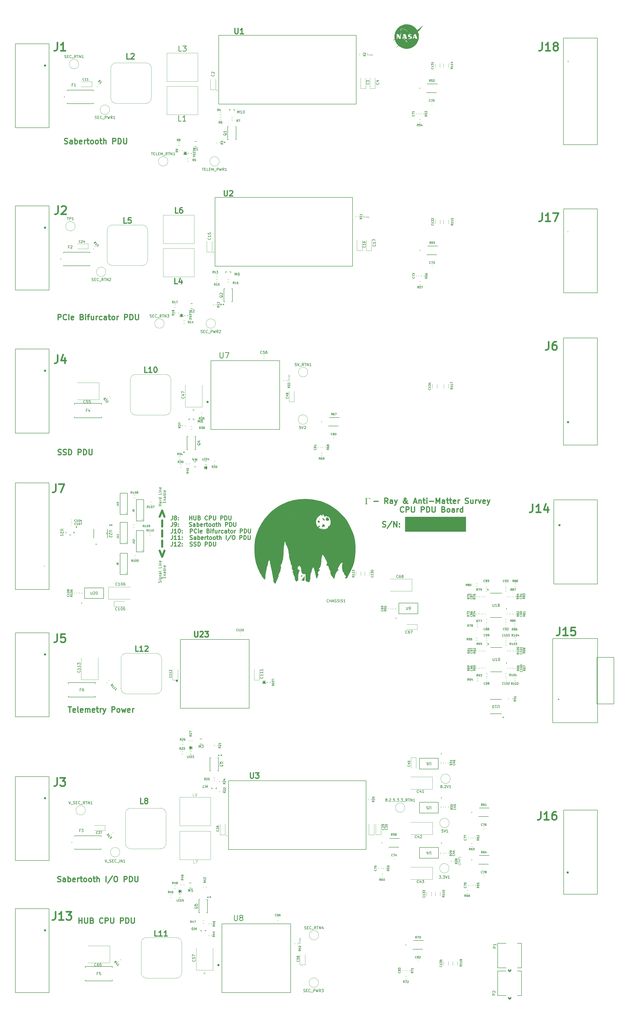
<source format=gbr>
%TF.GenerationSoftware,KiCad,Pcbnew,9.0.3*%
%TF.CreationDate,2025-09-16T14:08:45-04:00*%
%TF.ProjectId,11_CPU_PDU,31315f43-5055-45f5-9044-552e6b696361,rev?*%
%TF.SameCoordinates,Original*%
%TF.FileFunction,Legend,Top*%
%TF.FilePolarity,Positive*%
%FSLAX46Y46*%
G04 Gerber Fmt 4.6, Leading zero omitted, Abs format (unit mm)*
G04 Created by KiCad (PCBNEW 9.0.3) date 2025-09-16 14:08:45*
%MOMM*%
%LPD*%
G01*
G04 APERTURE LIST*
%ADD10C,0.200000*%
%ADD11C,0.400000*%
%ADD12C,0.100000*%
%ADD13C,0.300000*%
%ADD14C,0.750000*%
%ADD15C,0.500000*%
%ADD16C,0.150000*%
%ADD17C,0.250000*%
%ADD18C,0.600000*%
%ADD19C,0.120000*%
%ADD20C,0.152400*%
%ADD21C,0.127000*%
%ADD22C,0.000000*%
%ADD23C,0.508000*%
G04 APERTURE END LIST*
D10*
X238882856Y-236852618D02*
X238930475Y-236709761D01*
X238930475Y-236709761D02*
X238930475Y-236471666D01*
X238930475Y-236471666D02*
X238882856Y-236376428D01*
X238882856Y-236376428D02*
X238835236Y-236328809D01*
X238835236Y-236328809D02*
X238739998Y-236281190D01*
X238739998Y-236281190D02*
X238644760Y-236281190D01*
X238644760Y-236281190D02*
X238549522Y-236328809D01*
X238549522Y-236328809D02*
X238501903Y-236376428D01*
X238501903Y-236376428D02*
X238454284Y-236471666D01*
X238454284Y-236471666D02*
X238406665Y-236662142D01*
X238406665Y-236662142D02*
X238359046Y-236757380D01*
X238359046Y-236757380D02*
X238311427Y-236804999D01*
X238311427Y-236804999D02*
X238216189Y-236852618D01*
X238216189Y-236852618D02*
X238120951Y-236852618D01*
X238120951Y-236852618D02*
X238025713Y-236804999D01*
X238025713Y-236804999D02*
X237978094Y-236757380D01*
X237978094Y-236757380D02*
X237930475Y-236662142D01*
X237930475Y-236662142D02*
X237930475Y-236424047D01*
X237930475Y-236424047D02*
X237978094Y-236281190D01*
X238930475Y-235852618D02*
X238263808Y-235852618D01*
X237930475Y-235852618D02*
X237978094Y-235900237D01*
X237978094Y-235900237D02*
X238025713Y-235852618D01*
X238025713Y-235852618D02*
X237978094Y-235804999D01*
X237978094Y-235804999D02*
X237930475Y-235852618D01*
X237930475Y-235852618D02*
X238025713Y-235852618D01*
X238263808Y-234947857D02*
X239073332Y-234947857D01*
X239073332Y-234947857D02*
X239168570Y-234995476D01*
X239168570Y-234995476D02*
X239216189Y-235043095D01*
X239216189Y-235043095D02*
X239263808Y-235138333D01*
X239263808Y-235138333D02*
X239263808Y-235281190D01*
X239263808Y-235281190D02*
X239216189Y-235376428D01*
X238882856Y-234947857D02*
X238930475Y-235043095D01*
X238930475Y-235043095D02*
X238930475Y-235233571D01*
X238930475Y-235233571D02*
X238882856Y-235328809D01*
X238882856Y-235328809D02*
X238835236Y-235376428D01*
X238835236Y-235376428D02*
X238739998Y-235424047D01*
X238739998Y-235424047D02*
X238454284Y-235424047D01*
X238454284Y-235424047D02*
X238359046Y-235376428D01*
X238359046Y-235376428D02*
X238311427Y-235328809D01*
X238311427Y-235328809D02*
X238263808Y-235233571D01*
X238263808Y-235233571D02*
X238263808Y-235043095D01*
X238263808Y-235043095D02*
X238311427Y-234947857D01*
X238263808Y-234471666D02*
X238930475Y-234471666D01*
X238359046Y-234471666D02*
X238311427Y-234424047D01*
X238311427Y-234424047D02*
X238263808Y-234328809D01*
X238263808Y-234328809D02*
X238263808Y-234185952D01*
X238263808Y-234185952D02*
X238311427Y-234090714D01*
X238311427Y-234090714D02*
X238406665Y-234043095D01*
X238406665Y-234043095D02*
X238930475Y-234043095D01*
X238930475Y-233138333D02*
X238406665Y-233138333D01*
X238406665Y-233138333D02*
X238311427Y-233185952D01*
X238311427Y-233185952D02*
X238263808Y-233281190D01*
X238263808Y-233281190D02*
X238263808Y-233471666D01*
X238263808Y-233471666D02*
X238311427Y-233566904D01*
X238882856Y-233138333D02*
X238930475Y-233233571D01*
X238930475Y-233233571D02*
X238930475Y-233471666D01*
X238930475Y-233471666D02*
X238882856Y-233566904D01*
X238882856Y-233566904D02*
X238787617Y-233614523D01*
X238787617Y-233614523D02*
X238692379Y-233614523D01*
X238692379Y-233614523D02*
X238597141Y-233566904D01*
X238597141Y-233566904D02*
X238549522Y-233471666D01*
X238549522Y-233471666D02*
X238549522Y-233233571D01*
X238549522Y-233233571D02*
X238501903Y-233138333D01*
X238930475Y-232519285D02*
X238882856Y-232614523D01*
X238882856Y-232614523D02*
X238787617Y-232662142D01*
X238787617Y-232662142D02*
X237930475Y-232662142D01*
X238930475Y-230900237D02*
X238930475Y-231376427D01*
X238930475Y-231376427D02*
X237930475Y-231376427D01*
X238930475Y-230566903D02*
X238263808Y-230566903D01*
X237930475Y-230566903D02*
X237978094Y-230614522D01*
X237978094Y-230614522D02*
X238025713Y-230566903D01*
X238025713Y-230566903D02*
X237978094Y-230519284D01*
X237978094Y-230519284D02*
X237930475Y-230566903D01*
X237930475Y-230566903D02*
X238025713Y-230566903D01*
X238263808Y-230090713D02*
X238930475Y-230090713D01*
X238359046Y-230090713D02*
X238311427Y-230043094D01*
X238311427Y-230043094D02*
X238263808Y-229947856D01*
X238263808Y-229947856D02*
X238263808Y-229804999D01*
X238263808Y-229804999D02*
X238311427Y-229709761D01*
X238311427Y-229709761D02*
X238406665Y-229662142D01*
X238406665Y-229662142D02*
X238930475Y-229662142D01*
X238882856Y-228804999D02*
X238930475Y-228900237D01*
X238930475Y-228900237D02*
X238930475Y-229090713D01*
X238930475Y-229090713D02*
X238882856Y-229185951D01*
X238882856Y-229185951D02*
X238787617Y-229233570D01*
X238787617Y-229233570D02*
X238406665Y-229233570D01*
X238406665Y-229233570D02*
X238311427Y-229185951D01*
X238311427Y-229185951D02*
X238263808Y-229090713D01*
X238263808Y-229090713D02*
X238263808Y-228900237D01*
X238263808Y-228900237D02*
X238311427Y-228804999D01*
X238311427Y-228804999D02*
X238406665Y-228757380D01*
X238406665Y-228757380D02*
X238501903Y-228757380D01*
X238501903Y-228757380D02*
X238597141Y-229233570D01*
X240016609Y-235066904D02*
X240016609Y-234733571D01*
X240540419Y-234590714D02*
X240540419Y-235066904D01*
X240540419Y-235066904D02*
X239540419Y-235066904D01*
X239540419Y-235066904D02*
X239540419Y-234590714D01*
X239873752Y-234162142D02*
X240540419Y-234162142D01*
X239968990Y-234162142D02*
X239921371Y-234114523D01*
X239921371Y-234114523D02*
X239873752Y-234019285D01*
X239873752Y-234019285D02*
X239873752Y-233876428D01*
X239873752Y-233876428D02*
X239921371Y-233781190D01*
X239921371Y-233781190D02*
X240016609Y-233733571D01*
X240016609Y-233733571D02*
X240540419Y-233733571D01*
X240540419Y-232828809D02*
X240016609Y-232828809D01*
X240016609Y-232828809D02*
X239921371Y-232876428D01*
X239921371Y-232876428D02*
X239873752Y-232971666D01*
X239873752Y-232971666D02*
X239873752Y-233162142D01*
X239873752Y-233162142D02*
X239921371Y-233257380D01*
X240492800Y-232828809D02*
X240540419Y-232924047D01*
X240540419Y-232924047D02*
X240540419Y-233162142D01*
X240540419Y-233162142D02*
X240492800Y-233257380D01*
X240492800Y-233257380D02*
X240397561Y-233304999D01*
X240397561Y-233304999D02*
X240302323Y-233304999D01*
X240302323Y-233304999D02*
X240207085Y-233257380D01*
X240207085Y-233257380D02*
X240159466Y-233162142D01*
X240159466Y-233162142D02*
X240159466Y-232924047D01*
X240159466Y-232924047D02*
X240111847Y-232828809D01*
X240540419Y-232352618D02*
X239540419Y-232352618D01*
X239921371Y-232352618D02*
X239873752Y-232257380D01*
X239873752Y-232257380D02*
X239873752Y-232066904D01*
X239873752Y-232066904D02*
X239921371Y-231971666D01*
X239921371Y-231971666D02*
X239968990Y-231924047D01*
X239968990Y-231924047D02*
X240064228Y-231876428D01*
X240064228Y-231876428D02*
X240349942Y-231876428D01*
X240349942Y-231876428D02*
X240445180Y-231924047D01*
X240445180Y-231924047D02*
X240492800Y-231971666D01*
X240492800Y-231971666D02*
X240540419Y-232066904D01*
X240540419Y-232066904D02*
X240540419Y-232257380D01*
X240540419Y-232257380D02*
X240492800Y-232352618D01*
X240540419Y-231304999D02*
X240492800Y-231400237D01*
X240492800Y-231400237D02*
X240397561Y-231447856D01*
X240397561Y-231447856D02*
X239540419Y-231447856D01*
X240492800Y-230543094D02*
X240540419Y-230638332D01*
X240540419Y-230638332D02*
X240540419Y-230828808D01*
X240540419Y-230828808D02*
X240492800Y-230924046D01*
X240492800Y-230924046D02*
X240397561Y-230971665D01*
X240397561Y-230971665D02*
X240016609Y-230971665D01*
X240016609Y-230971665D02*
X239921371Y-230924046D01*
X239921371Y-230924046D02*
X239873752Y-230828808D01*
X239873752Y-230828808D02*
X239873752Y-230638332D01*
X239873752Y-230638332D02*
X239921371Y-230543094D01*
X239921371Y-230543094D02*
X240016609Y-230495475D01*
X240016609Y-230495475D02*
X240111847Y-230495475D01*
X240111847Y-230495475D02*
X240207085Y-230971665D01*
D11*
X317464284Y-206782589D02*
X318988094Y-206782589D01*
X322607141Y-207544494D02*
X321940474Y-206592113D01*
X321464284Y-207544494D02*
X321464284Y-205544494D01*
X321464284Y-205544494D02*
X322226189Y-205544494D01*
X322226189Y-205544494D02*
X322416665Y-205639732D01*
X322416665Y-205639732D02*
X322511903Y-205734970D01*
X322511903Y-205734970D02*
X322607141Y-205925446D01*
X322607141Y-205925446D02*
X322607141Y-206211160D01*
X322607141Y-206211160D02*
X322511903Y-206401636D01*
X322511903Y-206401636D02*
X322416665Y-206496875D01*
X322416665Y-206496875D02*
X322226189Y-206592113D01*
X322226189Y-206592113D02*
X321464284Y-206592113D01*
X324321427Y-207544494D02*
X324321427Y-206496875D01*
X324321427Y-206496875D02*
X324226189Y-206306398D01*
X324226189Y-206306398D02*
X324035713Y-206211160D01*
X324035713Y-206211160D02*
X323654760Y-206211160D01*
X323654760Y-206211160D02*
X323464284Y-206306398D01*
X324321427Y-207449256D02*
X324130951Y-207544494D01*
X324130951Y-207544494D02*
X323654760Y-207544494D01*
X323654760Y-207544494D02*
X323464284Y-207449256D01*
X323464284Y-207449256D02*
X323369046Y-207258779D01*
X323369046Y-207258779D02*
X323369046Y-207068303D01*
X323369046Y-207068303D02*
X323464284Y-206877827D01*
X323464284Y-206877827D02*
X323654760Y-206782589D01*
X323654760Y-206782589D02*
X324130951Y-206782589D01*
X324130951Y-206782589D02*
X324321427Y-206687351D01*
X325083332Y-206211160D02*
X325559522Y-207544494D01*
X326035713Y-206211160D02*
X325559522Y-207544494D01*
X325559522Y-207544494D02*
X325369046Y-208020684D01*
X325369046Y-208020684D02*
X325273808Y-208115922D01*
X325273808Y-208115922D02*
X325083332Y-208211160D01*
X329940476Y-207544494D02*
X329845238Y-207544494D01*
X329845238Y-207544494D02*
X329654761Y-207449256D01*
X329654761Y-207449256D02*
X329369047Y-207163541D01*
X329369047Y-207163541D02*
X328892857Y-206592113D01*
X328892857Y-206592113D02*
X328702380Y-206306398D01*
X328702380Y-206306398D02*
X328607142Y-206020684D01*
X328607142Y-206020684D02*
X328607142Y-205830208D01*
X328607142Y-205830208D02*
X328702380Y-205639732D01*
X328702380Y-205639732D02*
X328892857Y-205544494D01*
X328892857Y-205544494D02*
X328988095Y-205544494D01*
X328988095Y-205544494D02*
X329178571Y-205639732D01*
X329178571Y-205639732D02*
X329273809Y-205830208D01*
X329273809Y-205830208D02*
X329273809Y-205925446D01*
X329273809Y-205925446D02*
X329178571Y-206115922D01*
X329178571Y-206115922D02*
X329083333Y-206211160D01*
X329083333Y-206211160D02*
X328511904Y-206592113D01*
X328511904Y-206592113D02*
X328416666Y-206687351D01*
X328416666Y-206687351D02*
X328321428Y-206877827D01*
X328321428Y-206877827D02*
X328321428Y-207163541D01*
X328321428Y-207163541D02*
X328416666Y-207354017D01*
X328416666Y-207354017D02*
X328511904Y-207449256D01*
X328511904Y-207449256D02*
X328702380Y-207544494D01*
X328702380Y-207544494D02*
X328988095Y-207544494D01*
X328988095Y-207544494D02*
X329178571Y-207449256D01*
X329178571Y-207449256D02*
X329273809Y-207354017D01*
X329273809Y-207354017D02*
X329559523Y-206973065D01*
X329559523Y-206973065D02*
X329654761Y-206687351D01*
X329654761Y-206687351D02*
X329654761Y-206496875D01*
X332226190Y-206973065D02*
X333178571Y-206973065D01*
X332035714Y-207544494D02*
X332702380Y-205544494D01*
X332702380Y-205544494D02*
X333369047Y-207544494D01*
X334035714Y-206211160D02*
X334035714Y-207544494D01*
X334035714Y-206401636D02*
X334130952Y-206306398D01*
X334130952Y-206306398D02*
X334321428Y-206211160D01*
X334321428Y-206211160D02*
X334607143Y-206211160D01*
X334607143Y-206211160D02*
X334797619Y-206306398D01*
X334797619Y-206306398D02*
X334892857Y-206496875D01*
X334892857Y-206496875D02*
X334892857Y-207544494D01*
X335559524Y-206211160D02*
X336321428Y-206211160D01*
X335845238Y-205544494D02*
X335845238Y-207258779D01*
X335845238Y-207258779D02*
X335940476Y-207449256D01*
X335940476Y-207449256D02*
X336130952Y-207544494D01*
X336130952Y-207544494D02*
X336321428Y-207544494D01*
X336988095Y-207544494D02*
X336988095Y-206211160D01*
X336988095Y-205544494D02*
X336892857Y-205639732D01*
X336892857Y-205639732D02*
X336988095Y-205734970D01*
X336988095Y-205734970D02*
X337083333Y-205639732D01*
X337083333Y-205639732D02*
X336988095Y-205544494D01*
X336988095Y-205544494D02*
X336988095Y-205734970D01*
X337940476Y-206782589D02*
X339464286Y-206782589D01*
X340416666Y-207544494D02*
X340416666Y-205544494D01*
X340416666Y-205544494D02*
X341083333Y-206973065D01*
X341083333Y-206973065D02*
X341749999Y-205544494D01*
X341749999Y-205544494D02*
X341749999Y-207544494D01*
X343559523Y-207544494D02*
X343559523Y-206496875D01*
X343559523Y-206496875D02*
X343464285Y-206306398D01*
X343464285Y-206306398D02*
X343273809Y-206211160D01*
X343273809Y-206211160D02*
X342892856Y-206211160D01*
X342892856Y-206211160D02*
X342702380Y-206306398D01*
X343559523Y-207449256D02*
X343369047Y-207544494D01*
X343369047Y-207544494D02*
X342892856Y-207544494D01*
X342892856Y-207544494D02*
X342702380Y-207449256D01*
X342702380Y-207449256D02*
X342607142Y-207258779D01*
X342607142Y-207258779D02*
X342607142Y-207068303D01*
X342607142Y-207068303D02*
X342702380Y-206877827D01*
X342702380Y-206877827D02*
X342892856Y-206782589D01*
X342892856Y-206782589D02*
X343369047Y-206782589D01*
X343369047Y-206782589D02*
X343559523Y-206687351D01*
X344226190Y-206211160D02*
X344988094Y-206211160D01*
X344511904Y-205544494D02*
X344511904Y-207258779D01*
X344511904Y-207258779D02*
X344607142Y-207449256D01*
X344607142Y-207449256D02*
X344797618Y-207544494D01*
X344797618Y-207544494D02*
X344988094Y-207544494D01*
X345369047Y-206211160D02*
X346130951Y-206211160D01*
X345654761Y-205544494D02*
X345654761Y-207258779D01*
X345654761Y-207258779D02*
X345749999Y-207449256D01*
X345749999Y-207449256D02*
X345940475Y-207544494D01*
X345940475Y-207544494D02*
X346130951Y-207544494D01*
X347559523Y-207449256D02*
X347369047Y-207544494D01*
X347369047Y-207544494D02*
X346988094Y-207544494D01*
X346988094Y-207544494D02*
X346797618Y-207449256D01*
X346797618Y-207449256D02*
X346702380Y-207258779D01*
X346702380Y-207258779D02*
X346702380Y-206496875D01*
X346702380Y-206496875D02*
X346797618Y-206306398D01*
X346797618Y-206306398D02*
X346988094Y-206211160D01*
X346988094Y-206211160D02*
X347369047Y-206211160D01*
X347369047Y-206211160D02*
X347559523Y-206306398D01*
X347559523Y-206306398D02*
X347654761Y-206496875D01*
X347654761Y-206496875D02*
X347654761Y-206687351D01*
X347654761Y-206687351D02*
X346702380Y-206877827D01*
X348511904Y-207544494D02*
X348511904Y-206211160D01*
X348511904Y-206592113D02*
X348607142Y-206401636D01*
X348607142Y-206401636D02*
X348702380Y-206306398D01*
X348702380Y-206306398D02*
X348892856Y-206211160D01*
X348892856Y-206211160D02*
X349083333Y-206211160D01*
X351178571Y-207449256D02*
X351464285Y-207544494D01*
X351464285Y-207544494D02*
X351940476Y-207544494D01*
X351940476Y-207544494D02*
X352130952Y-207449256D01*
X352130952Y-207449256D02*
X352226190Y-207354017D01*
X352226190Y-207354017D02*
X352321428Y-207163541D01*
X352321428Y-207163541D02*
X352321428Y-206973065D01*
X352321428Y-206973065D02*
X352226190Y-206782589D01*
X352226190Y-206782589D02*
X352130952Y-206687351D01*
X352130952Y-206687351D02*
X351940476Y-206592113D01*
X351940476Y-206592113D02*
X351559523Y-206496875D01*
X351559523Y-206496875D02*
X351369047Y-206401636D01*
X351369047Y-206401636D02*
X351273809Y-206306398D01*
X351273809Y-206306398D02*
X351178571Y-206115922D01*
X351178571Y-206115922D02*
X351178571Y-205925446D01*
X351178571Y-205925446D02*
X351273809Y-205734970D01*
X351273809Y-205734970D02*
X351369047Y-205639732D01*
X351369047Y-205639732D02*
X351559523Y-205544494D01*
X351559523Y-205544494D02*
X352035714Y-205544494D01*
X352035714Y-205544494D02*
X352321428Y-205639732D01*
X354035714Y-206211160D02*
X354035714Y-207544494D01*
X353178571Y-206211160D02*
X353178571Y-207258779D01*
X353178571Y-207258779D02*
X353273809Y-207449256D01*
X353273809Y-207449256D02*
X353464285Y-207544494D01*
X353464285Y-207544494D02*
X353750000Y-207544494D01*
X353750000Y-207544494D02*
X353940476Y-207449256D01*
X353940476Y-207449256D02*
X354035714Y-207354017D01*
X354988095Y-207544494D02*
X354988095Y-206211160D01*
X354988095Y-206592113D02*
X355083333Y-206401636D01*
X355083333Y-206401636D02*
X355178571Y-206306398D01*
X355178571Y-206306398D02*
X355369047Y-206211160D01*
X355369047Y-206211160D02*
X355559524Y-206211160D01*
X356035714Y-206211160D02*
X356511904Y-207544494D01*
X356511904Y-207544494D02*
X356988095Y-206211160D01*
X358511905Y-207449256D02*
X358321429Y-207544494D01*
X358321429Y-207544494D02*
X357940476Y-207544494D01*
X357940476Y-207544494D02*
X357750000Y-207449256D01*
X357750000Y-207449256D02*
X357654762Y-207258779D01*
X357654762Y-207258779D02*
X357654762Y-206496875D01*
X357654762Y-206496875D02*
X357750000Y-206306398D01*
X357750000Y-206306398D02*
X357940476Y-206211160D01*
X357940476Y-206211160D02*
X358321429Y-206211160D01*
X358321429Y-206211160D02*
X358511905Y-206306398D01*
X358511905Y-206306398D02*
X358607143Y-206496875D01*
X358607143Y-206496875D02*
X358607143Y-206687351D01*
X358607143Y-206687351D02*
X357654762Y-206877827D01*
X359273810Y-206211160D02*
X359750000Y-207544494D01*
X360226191Y-206211160D02*
X359750000Y-207544494D01*
X359750000Y-207544494D02*
X359559524Y-208020684D01*
X359559524Y-208020684D02*
X359464286Y-208115922D01*
X359464286Y-208115922D02*
X359273810Y-208211160D01*
X328416666Y-210573905D02*
X328321428Y-210669144D01*
X328321428Y-210669144D02*
X328035714Y-210764382D01*
X328035714Y-210764382D02*
X327845238Y-210764382D01*
X327845238Y-210764382D02*
X327559523Y-210669144D01*
X327559523Y-210669144D02*
X327369047Y-210478667D01*
X327369047Y-210478667D02*
X327273809Y-210288191D01*
X327273809Y-210288191D02*
X327178571Y-209907239D01*
X327178571Y-209907239D02*
X327178571Y-209621524D01*
X327178571Y-209621524D02*
X327273809Y-209240572D01*
X327273809Y-209240572D02*
X327369047Y-209050096D01*
X327369047Y-209050096D02*
X327559523Y-208859620D01*
X327559523Y-208859620D02*
X327845238Y-208764382D01*
X327845238Y-208764382D02*
X328035714Y-208764382D01*
X328035714Y-208764382D02*
X328321428Y-208859620D01*
X328321428Y-208859620D02*
X328416666Y-208954858D01*
X329273809Y-210764382D02*
X329273809Y-208764382D01*
X329273809Y-208764382D02*
X330035714Y-208764382D01*
X330035714Y-208764382D02*
X330226190Y-208859620D01*
X330226190Y-208859620D02*
X330321428Y-208954858D01*
X330321428Y-208954858D02*
X330416666Y-209145334D01*
X330416666Y-209145334D02*
X330416666Y-209431048D01*
X330416666Y-209431048D02*
X330321428Y-209621524D01*
X330321428Y-209621524D02*
X330226190Y-209716763D01*
X330226190Y-209716763D02*
X330035714Y-209812001D01*
X330035714Y-209812001D02*
X329273809Y-209812001D01*
X331273809Y-208764382D02*
X331273809Y-210383429D01*
X331273809Y-210383429D02*
X331369047Y-210573905D01*
X331369047Y-210573905D02*
X331464285Y-210669144D01*
X331464285Y-210669144D02*
X331654761Y-210764382D01*
X331654761Y-210764382D02*
X332035714Y-210764382D01*
X332035714Y-210764382D02*
X332226190Y-210669144D01*
X332226190Y-210669144D02*
X332321428Y-210573905D01*
X332321428Y-210573905D02*
X332416666Y-210383429D01*
X332416666Y-210383429D02*
X332416666Y-208764382D01*
X334892857Y-210764382D02*
X334892857Y-208764382D01*
X334892857Y-208764382D02*
X335654762Y-208764382D01*
X335654762Y-208764382D02*
X335845238Y-208859620D01*
X335845238Y-208859620D02*
X335940476Y-208954858D01*
X335940476Y-208954858D02*
X336035714Y-209145334D01*
X336035714Y-209145334D02*
X336035714Y-209431048D01*
X336035714Y-209431048D02*
X335940476Y-209621524D01*
X335940476Y-209621524D02*
X335845238Y-209716763D01*
X335845238Y-209716763D02*
X335654762Y-209812001D01*
X335654762Y-209812001D02*
X334892857Y-209812001D01*
X336892857Y-210764382D02*
X336892857Y-208764382D01*
X336892857Y-208764382D02*
X337369047Y-208764382D01*
X337369047Y-208764382D02*
X337654762Y-208859620D01*
X337654762Y-208859620D02*
X337845238Y-209050096D01*
X337845238Y-209050096D02*
X337940476Y-209240572D01*
X337940476Y-209240572D02*
X338035714Y-209621524D01*
X338035714Y-209621524D02*
X338035714Y-209907239D01*
X338035714Y-209907239D02*
X337940476Y-210288191D01*
X337940476Y-210288191D02*
X337845238Y-210478667D01*
X337845238Y-210478667D02*
X337654762Y-210669144D01*
X337654762Y-210669144D02*
X337369047Y-210764382D01*
X337369047Y-210764382D02*
X336892857Y-210764382D01*
X338892857Y-208764382D02*
X338892857Y-210383429D01*
X338892857Y-210383429D02*
X338988095Y-210573905D01*
X338988095Y-210573905D02*
X339083333Y-210669144D01*
X339083333Y-210669144D02*
X339273809Y-210764382D01*
X339273809Y-210764382D02*
X339654762Y-210764382D01*
X339654762Y-210764382D02*
X339845238Y-210669144D01*
X339845238Y-210669144D02*
X339940476Y-210573905D01*
X339940476Y-210573905D02*
X340035714Y-210383429D01*
X340035714Y-210383429D02*
X340035714Y-208764382D01*
X343178572Y-209716763D02*
X343464286Y-209812001D01*
X343464286Y-209812001D02*
X343559524Y-209907239D01*
X343559524Y-209907239D02*
X343654762Y-210097715D01*
X343654762Y-210097715D02*
X343654762Y-210383429D01*
X343654762Y-210383429D02*
X343559524Y-210573905D01*
X343559524Y-210573905D02*
X343464286Y-210669144D01*
X343464286Y-210669144D02*
X343273810Y-210764382D01*
X343273810Y-210764382D02*
X342511905Y-210764382D01*
X342511905Y-210764382D02*
X342511905Y-208764382D01*
X342511905Y-208764382D02*
X343178572Y-208764382D01*
X343178572Y-208764382D02*
X343369048Y-208859620D01*
X343369048Y-208859620D02*
X343464286Y-208954858D01*
X343464286Y-208954858D02*
X343559524Y-209145334D01*
X343559524Y-209145334D02*
X343559524Y-209335810D01*
X343559524Y-209335810D02*
X343464286Y-209526286D01*
X343464286Y-209526286D02*
X343369048Y-209621524D01*
X343369048Y-209621524D02*
X343178572Y-209716763D01*
X343178572Y-209716763D02*
X342511905Y-209716763D01*
X344797619Y-210764382D02*
X344607143Y-210669144D01*
X344607143Y-210669144D02*
X344511905Y-210573905D01*
X344511905Y-210573905D02*
X344416667Y-210383429D01*
X344416667Y-210383429D02*
X344416667Y-209812001D01*
X344416667Y-209812001D02*
X344511905Y-209621524D01*
X344511905Y-209621524D02*
X344607143Y-209526286D01*
X344607143Y-209526286D02*
X344797619Y-209431048D01*
X344797619Y-209431048D02*
X345083334Y-209431048D01*
X345083334Y-209431048D02*
X345273810Y-209526286D01*
X345273810Y-209526286D02*
X345369048Y-209621524D01*
X345369048Y-209621524D02*
X345464286Y-209812001D01*
X345464286Y-209812001D02*
X345464286Y-210383429D01*
X345464286Y-210383429D02*
X345369048Y-210573905D01*
X345369048Y-210573905D02*
X345273810Y-210669144D01*
X345273810Y-210669144D02*
X345083334Y-210764382D01*
X345083334Y-210764382D02*
X344797619Y-210764382D01*
X347178572Y-210764382D02*
X347178572Y-209716763D01*
X347178572Y-209716763D02*
X347083334Y-209526286D01*
X347083334Y-209526286D02*
X346892858Y-209431048D01*
X346892858Y-209431048D02*
X346511905Y-209431048D01*
X346511905Y-209431048D02*
X346321429Y-209526286D01*
X347178572Y-210669144D02*
X346988096Y-210764382D01*
X346988096Y-210764382D02*
X346511905Y-210764382D01*
X346511905Y-210764382D02*
X346321429Y-210669144D01*
X346321429Y-210669144D02*
X346226191Y-210478667D01*
X346226191Y-210478667D02*
X346226191Y-210288191D01*
X346226191Y-210288191D02*
X346321429Y-210097715D01*
X346321429Y-210097715D02*
X346511905Y-210002477D01*
X346511905Y-210002477D02*
X346988096Y-210002477D01*
X346988096Y-210002477D02*
X347178572Y-209907239D01*
X348130953Y-210764382D02*
X348130953Y-209431048D01*
X348130953Y-209812001D02*
X348226191Y-209621524D01*
X348226191Y-209621524D02*
X348321429Y-209526286D01*
X348321429Y-209526286D02*
X348511905Y-209431048D01*
X348511905Y-209431048D02*
X348702382Y-209431048D01*
X350226191Y-210764382D02*
X350226191Y-208764382D01*
X350226191Y-210669144D02*
X350035715Y-210764382D01*
X350035715Y-210764382D02*
X349654762Y-210764382D01*
X349654762Y-210764382D02*
X349464286Y-210669144D01*
X349464286Y-210669144D02*
X349369048Y-210573905D01*
X349369048Y-210573905D02*
X349273810Y-210383429D01*
X349273810Y-210383429D02*
X349273810Y-209812001D01*
X349273810Y-209812001D02*
X349369048Y-209621524D01*
X349369048Y-209621524D02*
X349464286Y-209526286D01*
X349464286Y-209526286D02*
X349654762Y-209431048D01*
X349654762Y-209431048D02*
X350035715Y-209431048D01*
X350035715Y-209431048D02*
X350226191Y-209526286D01*
D12*
X289668015Y-370212782D02*
X289668015Y-369784211D01*
X290418015Y-369998496D02*
X289668015Y-369998496D01*
X290418015Y-369534210D02*
X289918015Y-369534210D01*
X290060872Y-369534210D02*
X289989443Y-369498496D01*
X289989443Y-369498496D02*
X289953729Y-369462782D01*
X289953729Y-369462782D02*
X289918015Y-369391353D01*
X289918015Y-369391353D02*
X289918015Y-369319924D01*
X290418015Y-369069924D02*
X289918015Y-369069924D01*
X289668015Y-369069924D02*
X289703729Y-369105638D01*
X289703729Y-369105638D02*
X289739443Y-369069924D01*
X289739443Y-369069924D02*
X289703729Y-369034210D01*
X289703729Y-369034210D02*
X289668015Y-369069924D01*
X289668015Y-369069924D02*
X289739443Y-369069924D01*
X290418015Y-368712781D02*
X289918015Y-368712781D01*
X289989443Y-368712781D02*
X289953729Y-368677067D01*
X289953729Y-368677067D02*
X289918015Y-368605638D01*
X289918015Y-368605638D02*
X289918015Y-368498495D01*
X289918015Y-368498495D02*
X289953729Y-368427067D01*
X289953729Y-368427067D02*
X290025158Y-368391353D01*
X290025158Y-368391353D02*
X290418015Y-368391353D01*
X290025158Y-368391353D02*
X289953729Y-368355638D01*
X289953729Y-368355638D02*
X289918015Y-368284210D01*
X289918015Y-368284210D02*
X289918015Y-368177067D01*
X289918015Y-368177067D02*
X289953729Y-368105638D01*
X289953729Y-368105638D02*
X290025158Y-368069924D01*
X290025158Y-368069924D02*
X290418015Y-368069924D01*
D11*
X200644109Y-347139200D02*
X200929823Y-347234438D01*
X200929823Y-347234438D02*
X201406014Y-347234438D01*
X201406014Y-347234438D02*
X201596490Y-347139200D01*
X201596490Y-347139200D02*
X201691728Y-347043961D01*
X201691728Y-347043961D02*
X201786966Y-346853485D01*
X201786966Y-346853485D02*
X201786966Y-346663009D01*
X201786966Y-346663009D02*
X201691728Y-346472533D01*
X201691728Y-346472533D02*
X201596490Y-346377295D01*
X201596490Y-346377295D02*
X201406014Y-346282057D01*
X201406014Y-346282057D02*
X201025061Y-346186819D01*
X201025061Y-346186819D02*
X200834585Y-346091580D01*
X200834585Y-346091580D02*
X200739347Y-345996342D01*
X200739347Y-345996342D02*
X200644109Y-345805866D01*
X200644109Y-345805866D02*
X200644109Y-345615390D01*
X200644109Y-345615390D02*
X200739347Y-345424914D01*
X200739347Y-345424914D02*
X200834585Y-345329676D01*
X200834585Y-345329676D02*
X201025061Y-345234438D01*
X201025061Y-345234438D02*
X201501252Y-345234438D01*
X201501252Y-345234438D02*
X201786966Y-345329676D01*
X203501252Y-347234438D02*
X203501252Y-346186819D01*
X203501252Y-346186819D02*
X203406014Y-345996342D01*
X203406014Y-345996342D02*
X203215538Y-345901104D01*
X203215538Y-345901104D02*
X202834585Y-345901104D01*
X202834585Y-345901104D02*
X202644109Y-345996342D01*
X203501252Y-347139200D02*
X203310776Y-347234438D01*
X203310776Y-347234438D02*
X202834585Y-347234438D01*
X202834585Y-347234438D02*
X202644109Y-347139200D01*
X202644109Y-347139200D02*
X202548871Y-346948723D01*
X202548871Y-346948723D02*
X202548871Y-346758247D01*
X202548871Y-346758247D02*
X202644109Y-346567771D01*
X202644109Y-346567771D02*
X202834585Y-346472533D01*
X202834585Y-346472533D02*
X203310776Y-346472533D01*
X203310776Y-346472533D02*
X203501252Y-346377295D01*
X204453633Y-347234438D02*
X204453633Y-345234438D01*
X204453633Y-345996342D02*
X204644109Y-345901104D01*
X204644109Y-345901104D02*
X205025062Y-345901104D01*
X205025062Y-345901104D02*
X205215538Y-345996342D01*
X205215538Y-345996342D02*
X205310776Y-346091580D01*
X205310776Y-346091580D02*
X205406014Y-346282057D01*
X205406014Y-346282057D02*
X205406014Y-346853485D01*
X205406014Y-346853485D02*
X205310776Y-347043961D01*
X205310776Y-347043961D02*
X205215538Y-347139200D01*
X205215538Y-347139200D02*
X205025062Y-347234438D01*
X205025062Y-347234438D02*
X204644109Y-347234438D01*
X204644109Y-347234438D02*
X204453633Y-347139200D01*
X207025062Y-347139200D02*
X206834586Y-347234438D01*
X206834586Y-347234438D02*
X206453633Y-347234438D01*
X206453633Y-347234438D02*
X206263157Y-347139200D01*
X206263157Y-347139200D02*
X206167919Y-346948723D01*
X206167919Y-346948723D02*
X206167919Y-346186819D01*
X206167919Y-346186819D02*
X206263157Y-345996342D01*
X206263157Y-345996342D02*
X206453633Y-345901104D01*
X206453633Y-345901104D02*
X206834586Y-345901104D01*
X206834586Y-345901104D02*
X207025062Y-345996342D01*
X207025062Y-345996342D02*
X207120300Y-346186819D01*
X207120300Y-346186819D02*
X207120300Y-346377295D01*
X207120300Y-346377295D02*
X206167919Y-346567771D01*
X207977443Y-347234438D02*
X207977443Y-345901104D01*
X207977443Y-346282057D02*
X208072681Y-346091580D01*
X208072681Y-346091580D02*
X208167919Y-345996342D01*
X208167919Y-345996342D02*
X208358395Y-345901104D01*
X208358395Y-345901104D02*
X208548872Y-345901104D01*
X208929824Y-345901104D02*
X209691728Y-345901104D01*
X209215538Y-345234438D02*
X209215538Y-346948723D01*
X209215538Y-346948723D02*
X209310776Y-347139200D01*
X209310776Y-347139200D02*
X209501252Y-347234438D01*
X209501252Y-347234438D02*
X209691728Y-347234438D01*
X210644109Y-347234438D02*
X210453633Y-347139200D01*
X210453633Y-347139200D02*
X210358395Y-347043961D01*
X210358395Y-347043961D02*
X210263157Y-346853485D01*
X210263157Y-346853485D02*
X210263157Y-346282057D01*
X210263157Y-346282057D02*
X210358395Y-346091580D01*
X210358395Y-346091580D02*
X210453633Y-345996342D01*
X210453633Y-345996342D02*
X210644109Y-345901104D01*
X210644109Y-345901104D02*
X210929824Y-345901104D01*
X210929824Y-345901104D02*
X211120300Y-345996342D01*
X211120300Y-345996342D02*
X211215538Y-346091580D01*
X211215538Y-346091580D02*
X211310776Y-346282057D01*
X211310776Y-346282057D02*
X211310776Y-346853485D01*
X211310776Y-346853485D02*
X211215538Y-347043961D01*
X211215538Y-347043961D02*
X211120300Y-347139200D01*
X211120300Y-347139200D02*
X210929824Y-347234438D01*
X210929824Y-347234438D02*
X210644109Y-347234438D01*
X212453633Y-347234438D02*
X212263157Y-347139200D01*
X212263157Y-347139200D02*
X212167919Y-347043961D01*
X212167919Y-347043961D02*
X212072681Y-346853485D01*
X212072681Y-346853485D02*
X212072681Y-346282057D01*
X212072681Y-346282057D02*
X212167919Y-346091580D01*
X212167919Y-346091580D02*
X212263157Y-345996342D01*
X212263157Y-345996342D02*
X212453633Y-345901104D01*
X212453633Y-345901104D02*
X212739348Y-345901104D01*
X212739348Y-345901104D02*
X212929824Y-345996342D01*
X212929824Y-345996342D02*
X213025062Y-346091580D01*
X213025062Y-346091580D02*
X213120300Y-346282057D01*
X213120300Y-346282057D02*
X213120300Y-346853485D01*
X213120300Y-346853485D02*
X213025062Y-347043961D01*
X213025062Y-347043961D02*
X212929824Y-347139200D01*
X212929824Y-347139200D02*
X212739348Y-347234438D01*
X212739348Y-347234438D02*
X212453633Y-347234438D01*
X213691729Y-345901104D02*
X214453633Y-345901104D01*
X213977443Y-345234438D02*
X213977443Y-346948723D01*
X213977443Y-346948723D02*
X214072681Y-347139200D01*
X214072681Y-347139200D02*
X214263157Y-347234438D01*
X214263157Y-347234438D02*
X214453633Y-347234438D01*
X215120300Y-347234438D02*
X215120300Y-345234438D01*
X215977443Y-347234438D02*
X215977443Y-346186819D01*
X215977443Y-346186819D02*
X215882205Y-345996342D01*
X215882205Y-345996342D02*
X215691729Y-345901104D01*
X215691729Y-345901104D02*
X215406014Y-345901104D01*
X215406014Y-345901104D02*
X215215538Y-345996342D01*
X215215538Y-345996342D02*
X215120300Y-346091580D01*
X218453634Y-347234438D02*
X218453634Y-345234438D01*
X220834586Y-345139200D02*
X219120301Y-347710628D01*
X221882205Y-345234438D02*
X222263158Y-345234438D01*
X222263158Y-345234438D02*
X222453634Y-345329676D01*
X222453634Y-345329676D02*
X222644110Y-345520152D01*
X222644110Y-345520152D02*
X222739348Y-345901104D01*
X222739348Y-345901104D02*
X222739348Y-346567771D01*
X222739348Y-346567771D02*
X222644110Y-346948723D01*
X222644110Y-346948723D02*
X222453634Y-347139200D01*
X222453634Y-347139200D02*
X222263158Y-347234438D01*
X222263158Y-347234438D02*
X221882205Y-347234438D01*
X221882205Y-347234438D02*
X221691729Y-347139200D01*
X221691729Y-347139200D02*
X221501253Y-346948723D01*
X221501253Y-346948723D02*
X221406015Y-346567771D01*
X221406015Y-346567771D02*
X221406015Y-345901104D01*
X221406015Y-345901104D02*
X221501253Y-345520152D01*
X221501253Y-345520152D02*
X221691729Y-345329676D01*
X221691729Y-345329676D02*
X221882205Y-345234438D01*
X225120301Y-347234438D02*
X225120301Y-345234438D01*
X225120301Y-345234438D02*
X225882206Y-345234438D01*
X225882206Y-345234438D02*
X226072682Y-345329676D01*
X226072682Y-345329676D02*
X226167920Y-345424914D01*
X226167920Y-345424914D02*
X226263158Y-345615390D01*
X226263158Y-345615390D02*
X226263158Y-345901104D01*
X226263158Y-345901104D02*
X226167920Y-346091580D01*
X226167920Y-346091580D02*
X226072682Y-346186819D01*
X226072682Y-346186819D02*
X225882206Y-346282057D01*
X225882206Y-346282057D02*
X225120301Y-346282057D01*
X227120301Y-347234438D02*
X227120301Y-345234438D01*
X227120301Y-345234438D02*
X227596491Y-345234438D01*
X227596491Y-345234438D02*
X227882206Y-345329676D01*
X227882206Y-345329676D02*
X228072682Y-345520152D01*
X228072682Y-345520152D02*
X228167920Y-345710628D01*
X228167920Y-345710628D02*
X228263158Y-346091580D01*
X228263158Y-346091580D02*
X228263158Y-346377295D01*
X228263158Y-346377295D02*
X228167920Y-346758247D01*
X228167920Y-346758247D02*
X228072682Y-346948723D01*
X228072682Y-346948723D02*
X227882206Y-347139200D01*
X227882206Y-347139200D02*
X227596491Y-347234438D01*
X227596491Y-347234438D02*
X227120301Y-347234438D01*
X229120301Y-345234438D02*
X229120301Y-346853485D01*
X229120301Y-346853485D02*
X229215539Y-347043961D01*
X229215539Y-347043961D02*
X229310777Y-347139200D01*
X229310777Y-347139200D02*
X229501253Y-347234438D01*
X229501253Y-347234438D02*
X229882206Y-347234438D01*
X229882206Y-347234438D02*
X230072682Y-347139200D01*
X230072682Y-347139200D02*
X230167920Y-347043961D01*
X230167920Y-347043961D02*
X230263158Y-346853485D01*
X230263158Y-346853485D02*
X230263158Y-345234438D01*
D10*
X238980475Y-208449761D02*
X237980475Y-208449761D01*
X238456665Y-208449761D02*
X238456665Y-207878333D01*
X238980475Y-207878333D02*
X237980475Y-207878333D01*
X238980475Y-206973571D02*
X238456665Y-206973571D01*
X238456665Y-206973571D02*
X238361427Y-207021190D01*
X238361427Y-207021190D02*
X238313808Y-207116428D01*
X238313808Y-207116428D02*
X238313808Y-207306904D01*
X238313808Y-207306904D02*
X238361427Y-207402142D01*
X238932856Y-206973571D02*
X238980475Y-207068809D01*
X238980475Y-207068809D02*
X238980475Y-207306904D01*
X238980475Y-207306904D02*
X238932856Y-207402142D01*
X238932856Y-207402142D02*
X238837617Y-207449761D01*
X238837617Y-207449761D02*
X238742379Y-207449761D01*
X238742379Y-207449761D02*
X238647141Y-207402142D01*
X238647141Y-207402142D02*
X238599522Y-207306904D01*
X238599522Y-207306904D02*
X238599522Y-207068809D01*
X238599522Y-207068809D02*
X238551903Y-206973571D01*
X238980475Y-206497380D02*
X238313808Y-206497380D01*
X238504284Y-206497380D02*
X238409046Y-206449761D01*
X238409046Y-206449761D02*
X238361427Y-206402142D01*
X238361427Y-206402142D02*
X238313808Y-206306904D01*
X238313808Y-206306904D02*
X238313808Y-206211666D01*
X238980475Y-205449761D02*
X237980475Y-205449761D01*
X238932856Y-205449761D02*
X238980475Y-205544999D01*
X238980475Y-205544999D02*
X238980475Y-205735475D01*
X238980475Y-205735475D02*
X238932856Y-205830713D01*
X238932856Y-205830713D02*
X238885236Y-205878332D01*
X238885236Y-205878332D02*
X238789998Y-205925951D01*
X238789998Y-205925951D02*
X238504284Y-205925951D01*
X238504284Y-205925951D02*
X238409046Y-205878332D01*
X238409046Y-205878332D02*
X238361427Y-205830713D01*
X238361427Y-205830713D02*
X238313808Y-205735475D01*
X238313808Y-205735475D02*
X238313808Y-205544999D01*
X238313808Y-205544999D02*
X238361427Y-205449761D01*
X238980475Y-203735475D02*
X238980475Y-204211665D01*
X238980475Y-204211665D02*
X237980475Y-204211665D01*
X238980475Y-203402141D02*
X238313808Y-203402141D01*
X237980475Y-203402141D02*
X238028094Y-203449760D01*
X238028094Y-203449760D02*
X238075713Y-203402141D01*
X238075713Y-203402141D02*
X238028094Y-203354522D01*
X238028094Y-203354522D02*
X237980475Y-203402141D01*
X237980475Y-203402141D02*
X238075713Y-203402141D01*
X238313808Y-202925951D02*
X238980475Y-202925951D01*
X238409046Y-202925951D02*
X238361427Y-202878332D01*
X238361427Y-202878332D02*
X238313808Y-202783094D01*
X238313808Y-202783094D02*
X238313808Y-202640237D01*
X238313808Y-202640237D02*
X238361427Y-202544999D01*
X238361427Y-202544999D02*
X238456665Y-202497380D01*
X238456665Y-202497380D02*
X238980475Y-202497380D01*
X238932856Y-201640237D02*
X238980475Y-201735475D01*
X238980475Y-201735475D02*
X238980475Y-201925951D01*
X238980475Y-201925951D02*
X238932856Y-202021189D01*
X238932856Y-202021189D02*
X238837617Y-202068808D01*
X238837617Y-202068808D02*
X238456665Y-202068808D01*
X238456665Y-202068808D02*
X238361427Y-202021189D01*
X238361427Y-202021189D02*
X238313808Y-201925951D01*
X238313808Y-201925951D02*
X238313808Y-201735475D01*
X238313808Y-201735475D02*
X238361427Y-201640237D01*
X238361427Y-201640237D02*
X238456665Y-201592618D01*
X238456665Y-201592618D02*
X238551903Y-201592618D01*
X238551903Y-201592618D02*
X238647141Y-202068808D01*
X240066609Y-207306904D02*
X240066609Y-206973571D01*
X240590419Y-206830714D02*
X240590419Y-207306904D01*
X240590419Y-207306904D02*
X239590419Y-207306904D01*
X239590419Y-207306904D02*
X239590419Y-206830714D01*
X239923752Y-206402142D02*
X240590419Y-206402142D01*
X240018990Y-206402142D02*
X239971371Y-206354523D01*
X239971371Y-206354523D02*
X239923752Y-206259285D01*
X239923752Y-206259285D02*
X239923752Y-206116428D01*
X239923752Y-206116428D02*
X239971371Y-206021190D01*
X239971371Y-206021190D02*
X240066609Y-205973571D01*
X240066609Y-205973571D02*
X240590419Y-205973571D01*
X240590419Y-205068809D02*
X240066609Y-205068809D01*
X240066609Y-205068809D02*
X239971371Y-205116428D01*
X239971371Y-205116428D02*
X239923752Y-205211666D01*
X239923752Y-205211666D02*
X239923752Y-205402142D01*
X239923752Y-205402142D02*
X239971371Y-205497380D01*
X240542800Y-205068809D02*
X240590419Y-205164047D01*
X240590419Y-205164047D02*
X240590419Y-205402142D01*
X240590419Y-205402142D02*
X240542800Y-205497380D01*
X240542800Y-205497380D02*
X240447561Y-205544999D01*
X240447561Y-205544999D02*
X240352323Y-205544999D01*
X240352323Y-205544999D02*
X240257085Y-205497380D01*
X240257085Y-205497380D02*
X240209466Y-205402142D01*
X240209466Y-205402142D02*
X240209466Y-205164047D01*
X240209466Y-205164047D02*
X240161847Y-205068809D01*
X240590419Y-204592618D02*
X239590419Y-204592618D01*
X239971371Y-204592618D02*
X239923752Y-204497380D01*
X239923752Y-204497380D02*
X239923752Y-204306904D01*
X239923752Y-204306904D02*
X239971371Y-204211666D01*
X239971371Y-204211666D02*
X240018990Y-204164047D01*
X240018990Y-204164047D02*
X240114228Y-204116428D01*
X240114228Y-204116428D02*
X240399942Y-204116428D01*
X240399942Y-204116428D02*
X240495180Y-204164047D01*
X240495180Y-204164047D02*
X240542800Y-204211666D01*
X240542800Y-204211666D02*
X240590419Y-204306904D01*
X240590419Y-204306904D02*
X240590419Y-204497380D01*
X240590419Y-204497380D02*
X240542800Y-204592618D01*
X240590419Y-203544999D02*
X240542800Y-203640237D01*
X240542800Y-203640237D02*
X240447561Y-203687856D01*
X240447561Y-203687856D02*
X239590419Y-203687856D01*
X240542800Y-202783094D02*
X240590419Y-202878332D01*
X240590419Y-202878332D02*
X240590419Y-203068808D01*
X240590419Y-203068808D02*
X240542800Y-203164046D01*
X240542800Y-203164046D02*
X240447561Y-203211665D01*
X240447561Y-203211665D02*
X240066609Y-203211665D01*
X240066609Y-203211665D02*
X239971371Y-203164046D01*
X239971371Y-203164046D02*
X239923752Y-203068808D01*
X239923752Y-203068808D02*
X239923752Y-202878332D01*
X239923752Y-202878332D02*
X239971371Y-202783094D01*
X239971371Y-202783094D02*
X240066609Y-202735475D01*
X240066609Y-202735475D02*
X240161847Y-202735475D01*
X240161847Y-202735475D02*
X240257085Y-203211665D01*
D11*
X200739347Y-139734438D02*
X200739347Y-137734438D01*
X200739347Y-137734438D02*
X201501252Y-137734438D01*
X201501252Y-137734438D02*
X201691728Y-137829676D01*
X201691728Y-137829676D02*
X201786966Y-137924914D01*
X201786966Y-137924914D02*
X201882204Y-138115390D01*
X201882204Y-138115390D02*
X201882204Y-138401104D01*
X201882204Y-138401104D02*
X201786966Y-138591580D01*
X201786966Y-138591580D02*
X201691728Y-138686819D01*
X201691728Y-138686819D02*
X201501252Y-138782057D01*
X201501252Y-138782057D02*
X200739347Y-138782057D01*
X203882204Y-139543961D02*
X203786966Y-139639200D01*
X203786966Y-139639200D02*
X203501252Y-139734438D01*
X203501252Y-139734438D02*
X203310776Y-139734438D01*
X203310776Y-139734438D02*
X203025061Y-139639200D01*
X203025061Y-139639200D02*
X202834585Y-139448723D01*
X202834585Y-139448723D02*
X202739347Y-139258247D01*
X202739347Y-139258247D02*
X202644109Y-138877295D01*
X202644109Y-138877295D02*
X202644109Y-138591580D01*
X202644109Y-138591580D02*
X202739347Y-138210628D01*
X202739347Y-138210628D02*
X202834585Y-138020152D01*
X202834585Y-138020152D02*
X203025061Y-137829676D01*
X203025061Y-137829676D02*
X203310776Y-137734438D01*
X203310776Y-137734438D02*
X203501252Y-137734438D01*
X203501252Y-137734438D02*
X203786966Y-137829676D01*
X203786966Y-137829676D02*
X203882204Y-137924914D01*
X204739347Y-139734438D02*
X204739347Y-137734438D01*
X206453633Y-139639200D02*
X206263157Y-139734438D01*
X206263157Y-139734438D02*
X205882204Y-139734438D01*
X205882204Y-139734438D02*
X205691728Y-139639200D01*
X205691728Y-139639200D02*
X205596490Y-139448723D01*
X205596490Y-139448723D02*
X205596490Y-138686819D01*
X205596490Y-138686819D02*
X205691728Y-138496342D01*
X205691728Y-138496342D02*
X205882204Y-138401104D01*
X205882204Y-138401104D02*
X206263157Y-138401104D01*
X206263157Y-138401104D02*
X206453633Y-138496342D01*
X206453633Y-138496342D02*
X206548871Y-138686819D01*
X206548871Y-138686819D02*
X206548871Y-138877295D01*
X206548871Y-138877295D02*
X205596490Y-139067771D01*
X209596491Y-138686819D02*
X209882205Y-138782057D01*
X209882205Y-138782057D02*
X209977443Y-138877295D01*
X209977443Y-138877295D02*
X210072681Y-139067771D01*
X210072681Y-139067771D02*
X210072681Y-139353485D01*
X210072681Y-139353485D02*
X209977443Y-139543961D01*
X209977443Y-139543961D02*
X209882205Y-139639200D01*
X209882205Y-139639200D02*
X209691729Y-139734438D01*
X209691729Y-139734438D02*
X208929824Y-139734438D01*
X208929824Y-139734438D02*
X208929824Y-137734438D01*
X208929824Y-137734438D02*
X209596491Y-137734438D01*
X209596491Y-137734438D02*
X209786967Y-137829676D01*
X209786967Y-137829676D02*
X209882205Y-137924914D01*
X209882205Y-137924914D02*
X209977443Y-138115390D01*
X209977443Y-138115390D02*
X209977443Y-138305866D01*
X209977443Y-138305866D02*
X209882205Y-138496342D01*
X209882205Y-138496342D02*
X209786967Y-138591580D01*
X209786967Y-138591580D02*
X209596491Y-138686819D01*
X209596491Y-138686819D02*
X208929824Y-138686819D01*
X210929824Y-139734438D02*
X210929824Y-138401104D01*
X210929824Y-137734438D02*
X210834586Y-137829676D01*
X210834586Y-137829676D02*
X210929824Y-137924914D01*
X210929824Y-137924914D02*
X211025062Y-137829676D01*
X211025062Y-137829676D02*
X210929824Y-137734438D01*
X210929824Y-137734438D02*
X210929824Y-137924914D01*
X211596491Y-138401104D02*
X212358395Y-138401104D01*
X211882205Y-139734438D02*
X211882205Y-138020152D01*
X211882205Y-138020152D02*
X211977443Y-137829676D01*
X211977443Y-137829676D02*
X212167919Y-137734438D01*
X212167919Y-137734438D02*
X212358395Y-137734438D01*
X213882205Y-138401104D02*
X213882205Y-139734438D01*
X213025062Y-138401104D02*
X213025062Y-139448723D01*
X213025062Y-139448723D02*
X213120300Y-139639200D01*
X213120300Y-139639200D02*
X213310776Y-139734438D01*
X213310776Y-139734438D02*
X213596491Y-139734438D01*
X213596491Y-139734438D02*
X213786967Y-139639200D01*
X213786967Y-139639200D02*
X213882205Y-139543961D01*
X214834586Y-139734438D02*
X214834586Y-138401104D01*
X214834586Y-138782057D02*
X214929824Y-138591580D01*
X214929824Y-138591580D02*
X215025062Y-138496342D01*
X215025062Y-138496342D02*
X215215538Y-138401104D01*
X215215538Y-138401104D02*
X215406015Y-138401104D01*
X216929824Y-139639200D02*
X216739348Y-139734438D01*
X216739348Y-139734438D02*
X216358395Y-139734438D01*
X216358395Y-139734438D02*
X216167919Y-139639200D01*
X216167919Y-139639200D02*
X216072681Y-139543961D01*
X216072681Y-139543961D02*
X215977443Y-139353485D01*
X215977443Y-139353485D02*
X215977443Y-138782057D01*
X215977443Y-138782057D02*
X216072681Y-138591580D01*
X216072681Y-138591580D02*
X216167919Y-138496342D01*
X216167919Y-138496342D02*
X216358395Y-138401104D01*
X216358395Y-138401104D02*
X216739348Y-138401104D01*
X216739348Y-138401104D02*
X216929824Y-138496342D01*
X218644110Y-139734438D02*
X218644110Y-138686819D01*
X218644110Y-138686819D02*
X218548872Y-138496342D01*
X218548872Y-138496342D02*
X218358396Y-138401104D01*
X218358396Y-138401104D02*
X217977443Y-138401104D01*
X217977443Y-138401104D02*
X217786967Y-138496342D01*
X218644110Y-139639200D02*
X218453634Y-139734438D01*
X218453634Y-139734438D02*
X217977443Y-139734438D01*
X217977443Y-139734438D02*
X217786967Y-139639200D01*
X217786967Y-139639200D02*
X217691729Y-139448723D01*
X217691729Y-139448723D02*
X217691729Y-139258247D01*
X217691729Y-139258247D02*
X217786967Y-139067771D01*
X217786967Y-139067771D02*
X217977443Y-138972533D01*
X217977443Y-138972533D02*
X218453634Y-138972533D01*
X218453634Y-138972533D02*
X218644110Y-138877295D01*
X219310777Y-138401104D02*
X220072681Y-138401104D01*
X219596491Y-137734438D02*
X219596491Y-139448723D01*
X219596491Y-139448723D02*
X219691729Y-139639200D01*
X219691729Y-139639200D02*
X219882205Y-139734438D01*
X219882205Y-139734438D02*
X220072681Y-139734438D01*
X221025062Y-139734438D02*
X220834586Y-139639200D01*
X220834586Y-139639200D02*
X220739348Y-139543961D01*
X220739348Y-139543961D02*
X220644110Y-139353485D01*
X220644110Y-139353485D02*
X220644110Y-138782057D01*
X220644110Y-138782057D02*
X220739348Y-138591580D01*
X220739348Y-138591580D02*
X220834586Y-138496342D01*
X220834586Y-138496342D02*
X221025062Y-138401104D01*
X221025062Y-138401104D02*
X221310777Y-138401104D01*
X221310777Y-138401104D02*
X221501253Y-138496342D01*
X221501253Y-138496342D02*
X221596491Y-138591580D01*
X221596491Y-138591580D02*
X221691729Y-138782057D01*
X221691729Y-138782057D02*
X221691729Y-139353485D01*
X221691729Y-139353485D02*
X221596491Y-139543961D01*
X221596491Y-139543961D02*
X221501253Y-139639200D01*
X221501253Y-139639200D02*
X221310777Y-139734438D01*
X221310777Y-139734438D02*
X221025062Y-139734438D01*
X222548872Y-139734438D02*
X222548872Y-138401104D01*
X222548872Y-138782057D02*
X222644110Y-138591580D01*
X222644110Y-138591580D02*
X222739348Y-138496342D01*
X222739348Y-138496342D02*
X222929824Y-138401104D01*
X222929824Y-138401104D02*
X223120301Y-138401104D01*
X225310777Y-139734438D02*
X225310777Y-137734438D01*
X225310777Y-137734438D02*
X226072682Y-137734438D01*
X226072682Y-137734438D02*
X226263158Y-137829676D01*
X226263158Y-137829676D02*
X226358396Y-137924914D01*
X226358396Y-137924914D02*
X226453634Y-138115390D01*
X226453634Y-138115390D02*
X226453634Y-138401104D01*
X226453634Y-138401104D02*
X226358396Y-138591580D01*
X226358396Y-138591580D02*
X226263158Y-138686819D01*
X226263158Y-138686819D02*
X226072682Y-138782057D01*
X226072682Y-138782057D02*
X225310777Y-138782057D01*
X227310777Y-139734438D02*
X227310777Y-137734438D01*
X227310777Y-137734438D02*
X227786967Y-137734438D01*
X227786967Y-137734438D02*
X228072682Y-137829676D01*
X228072682Y-137829676D02*
X228263158Y-138020152D01*
X228263158Y-138020152D02*
X228358396Y-138210628D01*
X228358396Y-138210628D02*
X228453634Y-138591580D01*
X228453634Y-138591580D02*
X228453634Y-138877295D01*
X228453634Y-138877295D02*
X228358396Y-139258247D01*
X228358396Y-139258247D02*
X228263158Y-139448723D01*
X228263158Y-139448723D02*
X228072682Y-139639200D01*
X228072682Y-139639200D02*
X227786967Y-139734438D01*
X227786967Y-139734438D02*
X227310777Y-139734438D01*
X229310777Y-137734438D02*
X229310777Y-139353485D01*
X229310777Y-139353485D02*
X229406015Y-139543961D01*
X229406015Y-139543961D02*
X229501253Y-139639200D01*
X229501253Y-139639200D02*
X229691729Y-139734438D01*
X229691729Y-139734438D02*
X230072682Y-139734438D01*
X230072682Y-139734438D02*
X230263158Y-139639200D01*
X230263158Y-139639200D02*
X230358396Y-139543961D01*
X230358396Y-139543961D02*
X230453634Y-139353485D01*
X230453634Y-139353485D02*
X230453634Y-137734438D01*
D13*
X243066282Y-212176164D02*
X243066282Y-213247593D01*
X243066282Y-213247593D02*
X242994853Y-213461878D01*
X242994853Y-213461878D02*
X242851996Y-213604736D01*
X242851996Y-213604736D02*
X242637710Y-213676164D01*
X242637710Y-213676164D02*
X242494853Y-213676164D01*
X243994853Y-212819021D02*
X243851996Y-212747593D01*
X243851996Y-212747593D02*
X243780567Y-212676164D01*
X243780567Y-212676164D02*
X243709139Y-212533307D01*
X243709139Y-212533307D02*
X243709139Y-212461878D01*
X243709139Y-212461878D02*
X243780567Y-212319021D01*
X243780567Y-212319021D02*
X243851996Y-212247593D01*
X243851996Y-212247593D02*
X243994853Y-212176164D01*
X243994853Y-212176164D02*
X244280567Y-212176164D01*
X244280567Y-212176164D02*
X244423425Y-212247593D01*
X244423425Y-212247593D02*
X244494853Y-212319021D01*
X244494853Y-212319021D02*
X244566282Y-212461878D01*
X244566282Y-212461878D02*
X244566282Y-212533307D01*
X244566282Y-212533307D02*
X244494853Y-212676164D01*
X244494853Y-212676164D02*
X244423425Y-212747593D01*
X244423425Y-212747593D02*
X244280567Y-212819021D01*
X244280567Y-212819021D02*
X243994853Y-212819021D01*
X243994853Y-212819021D02*
X243851996Y-212890450D01*
X243851996Y-212890450D02*
X243780567Y-212961878D01*
X243780567Y-212961878D02*
X243709139Y-213104736D01*
X243709139Y-213104736D02*
X243709139Y-213390450D01*
X243709139Y-213390450D02*
X243780567Y-213533307D01*
X243780567Y-213533307D02*
X243851996Y-213604736D01*
X243851996Y-213604736D02*
X243994853Y-213676164D01*
X243994853Y-213676164D02*
X244280567Y-213676164D01*
X244280567Y-213676164D02*
X244423425Y-213604736D01*
X244423425Y-213604736D02*
X244494853Y-213533307D01*
X244494853Y-213533307D02*
X244566282Y-213390450D01*
X244566282Y-213390450D02*
X244566282Y-213104736D01*
X244566282Y-213104736D02*
X244494853Y-212961878D01*
X244494853Y-212961878D02*
X244423425Y-212890450D01*
X244423425Y-212890450D02*
X244280567Y-212819021D01*
X245209138Y-213533307D02*
X245280567Y-213604736D01*
X245280567Y-213604736D02*
X245209138Y-213676164D01*
X245209138Y-213676164D02*
X245137710Y-213604736D01*
X245137710Y-213604736D02*
X245209138Y-213533307D01*
X245209138Y-213533307D02*
X245209138Y-213676164D01*
X245209138Y-212747593D02*
X245280567Y-212819021D01*
X245280567Y-212819021D02*
X245209138Y-212890450D01*
X245209138Y-212890450D02*
X245137710Y-212819021D01*
X245137710Y-212819021D02*
X245209138Y-212747593D01*
X245209138Y-212747593D02*
X245209138Y-212890450D01*
X249351995Y-213676164D02*
X249351995Y-212176164D01*
X249351995Y-212890450D02*
X250209138Y-212890450D01*
X250209138Y-213676164D02*
X250209138Y-212176164D01*
X250923424Y-212176164D02*
X250923424Y-213390450D01*
X250923424Y-213390450D02*
X250994853Y-213533307D01*
X250994853Y-213533307D02*
X251066282Y-213604736D01*
X251066282Y-213604736D02*
X251209139Y-213676164D01*
X251209139Y-213676164D02*
X251494853Y-213676164D01*
X251494853Y-213676164D02*
X251637710Y-213604736D01*
X251637710Y-213604736D02*
X251709139Y-213533307D01*
X251709139Y-213533307D02*
X251780567Y-213390450D01*
X251780567Y-213390450D02*
X251780567Y-212176164D01*
X252994853Y-212890450D02*
X253209139Y-212961878D01*
X253209139Y-212961878D02*
X253280568Y-213033307D01*
X253280568Y-213033307D02*
X253351996Y-213176164D01*
X253351996Y-213176164D02*
X253351996Y-213390450D01*
X253351996Y-213390450D02*
X253280568Y-213533307D01*
X253280568Y-213533307D02*
X253209139Y-213604736D01*
X253209139Y-213604736D02*
X253066282Y-213676164D01*
X253066282Y-213676164D02*
X252494853Y-213676164D01*
X252494853Y-213676164D02*
X252494853Y-212176164D01*
X252494853Y-212176164D02*
X252994853Y-212176164D01*
X252994853Y-212176164D02*
X253137711Y-212247593D01*
X253137711Y-212247593D02*
X253209139Y-212319021D01*
X253209139Y-212319021D02*
X253280568Y-212461878D01*
X253280568Y-212461878D02*
X253280568Y-212604736D01*
X253280568Y-212604736D02*
X253209139Y-212747593D01*
X253209139Y-212747593D02*
X253137711Y-212819021D01*
X253137711Y-212819021D02*
X252994853Y-212890450D01*
X252994853Y-212890450D02*
X252494853Y-212890450D01*
X255994853Y-213533307D02*
X255923425Y-213604736D01*
X255923425Y-213604736D02*
X255709139Y-213676164D01*
X255709139Y-213676164D02*
X255566282Y-213676164D01*
X255566282Y-213676164D02*
X255351996Y-213604736D01*
X255351996Y-213604736D02*
X255209139Y-213461878D01*
X255209139Y-213461878D02*
X255137710Y-213319021D01*
X255137710Y-213319021D02*
X255066282Y-213033307D01*
X255066282Y-213033307D02*
X255066282Y-212819021D01*
X255066282Y-212819021D02*
X255137710Y-212533307D01*
X255137710Y-212533307D02*
X255209139Y-212390450D01*
X255209139Y-212390450D02*
X255351996Y-212247593D01*
X255351996Y-212247593D02*
X255566282Y-212176164D01*
X255566282Y-212176164D02*
X255709139Y-212176164D01*
X255709139Y-212176164D02*
X255923425Y-212247593D01*
X255923425Y-212247593D02*
X255994853Y-212319021D01*
X256637710Y-213676164D02*
X256637710Y-212176164D01*
X256637710Y-212176164D02*
X257209139Y-212176164D01*
X257209139Y-212176164D02*
X257351996Y-212247593D01*
X257351996Y-212247593D02*
X257423425Y-212319021D01*
X257423425Y-212319021D02*
X257494853Y-212461878D01*
X257494853Y-212461878D02*
X257494853Y-212676164D01*
X257494853Y-212676164D02*
X257423425Y-212819021D01*
X257423425Y-212819021D02*
X257351996Y-212890450D01*
X257351996Y-212890450D02*
X257209139Y-212961878D01*
X257209139Y-212961878D02*
X256637710Y-212961878D01*
X258137710Y-212176164D02*
X258137710Y-213390450D01*
X258137710Y-213390450D02*
X258209139Y-213533307D01*
X258209139Y-213533307D02*
X258280568Y-213604736D01*
X258280568Y-213604736D02*
X258423425Y-213676164D01*
X258423425Y-213676164D02*
X258709139Y-213676164D01*
X258709139Y-213676164D02*
X258851996Y-213604736D01*
X258851996Y-213604736D02*
X258923425Y-213533307D01*
X258923425Y-213533307D02*
X258994853Y-213390450D01*
X258994853Y-213390450D02*
X258994853Y-212176164D01*
X260851996Y-213676164D02*
X260851996Y-212176164D01*
X260851996Y-212176164D02*
X261423425Y-212176164D01*
X261423425Y-212176164D02*
X261566282Y-212247593D01*
X261566282Y-212247593D02*
X261637711Y-212319021D01*
X261637711Y-212319021D02*
X261709139Y-212461878D01*
X261709139Y-212461878D02*
X261709139Y-212676164D01*
X261709139Y-212676164D02*
X261637711Y-212819021D01*
X261637711Y-212819021D02*
X261566282Y-212890450D01*
X261566282Y-212890450D02*
X261423425Y-212961878D01*
X261423425Y-212961878D02*
X260851996Y-212961878D01*
X262351996Y-213676164D02*
X262351996Y-212176164D01*
X262351996Y-212176164D02*
X262709139Y-212176164D01*
X262709139Y-212176164D02*
X262923425Y-212247593D01*
X262923425Y-212247593D02*
X263066282Y-212390450D01*
X263066282Y-212390450D02*
X263137711Y-212533307D01*
X263137711Y-212533307D02*
X263209139Y-212819021D01*
X263209139Y-212819021D02*
X263209139Y-213033307D01*
X263209139Y-213033307D02*
X263137711Y-213319021D01*
X263137711Y-213319021D02*
X263066282Y-213461878D01*
X263066282Y-213461878D02*
X262923425Y-213604736D01*
X262923425Y-213604736D02*
X262709139Y-213676164D01*
X262709139Y-213676164D02*
X262351996Y-213676164D01*
X263851996Y-212176164D02*
X263851996Y-213390450D01*
X263851996Y-213390450D02*
X263923425Y-213533307D01*
X263923425Y-213533307D02*
X263994854Y-213604736D01*
X263994854Y-213604736D02*
X264137711Y-213676164D01*
X264137711Y-213676164D02*
X264423425Y-213676164D01*
X264423425Y-213676164D02*
X264566282Y-213604736D01*
X264566282Y-213604736D02*
X264637711Y-213533307D01*
X264637711Y-213533307D02*
X264709139Y-213390450D01*
X264709139Y-213390450D02*
X264709139Y-212176164D01*
X243066282Y-214591080D02*
X243066282Y-215662509D01*
X243066282Y-215662509D02*
X242994853Y-215876794D01*
X242994853Y-215876794D02*
X242851996Y-216019652D01*
X242851996Y-216019652D02*
X242637710Y-216091080D01*
X242637710Y-216091080D02*
X242494853Y-216091080D01*
X243851996Y-216091080D02*
X244137710Y-216091080D01*
X244137710Y-216091080D02*
X244280567Y-216019652D01*
X244280567Y-216019652D02*
X244351996Y-215948223D01*
X244351996Y-215948223D02*
X244494853Y-215733937D01*
X244494853Y-215733937D02*
X244566282Y-215448223D01*
X244566282Y-215448223D02*
X244566282Y-214876794D01*
X244566282Y-214876794D02*
X244494853Y-214733937D01*
X244494853Y-214733937D02*
X244423425Y-214662509D01*
X244423425Y-214662509D02*
X244280567Y-214591080D01*
X244280567Y-214591080D02*
X243994853Y-214591080D01*
X243994853Y-214591080D02*
X243851996Y-214662509D01*
X243851996Y-214662509D02*
X243780567Y-214733937D01*
X243780567Y-214733937D02*
X243709139Y-214876794D01*
X243709139Y-214876794D02*
X243709139Y-215233937D01*
X243709139Y-215233937D02*
X243780567Y-215376794D01*
X243780567Y-215376794D02*
X243851996Y-215448223D01*
X243851996Y-215448223D02*
X243994853Y-215519652D01*
X243994853Y-215519652D02*
X244280567Y-215519652D01*
X244280567Y-215519652D02*
X244423425Y-215448223D01*
X244423425Y-215448223D02*
X244494853Y-215376794D01*
X244494853Y-215376794D02*
X244566282Y-215233937D01*
X245209138Y-215948223D02*
X245280567Y-216019652D01*
X245280567Y-216019652D02*
X245209138Y-216091080D01*
X245209138Y-216091080D02*
X245137710Y-216019652D01*
X245137710Y-216019652D02*
X245209138Y-215948223D01*
X245209138Y-215948223D02*
X245209138Y-216091080D01*
X245209138Y-215162509D02*
X245280567Y-215233937D01*
X245280567Y-215233937D02*
X245209138Y-215305366D01*
X245209138Y-215305366D02*
X245137710Y-215233937D01*
X245137710Y-215233937D02*
X245209138Y-215162509D01*
X245209138Y-215162509D02*
X245209138Y-215305366D01*
X249280567Y-216019652D02*
X249494853Y-216091080D01*
X249494853Y-216091080D02*
X249851995Y-216091080D01*
X249851995Y-216091080D02*
X249994853Y-216019652D01*
X249994853Y-216019652D02*
X250066281Y-215948223D01*
X250066281Y-215948223D02*
X250137710Y-215805366D01*
X250137710Y-215805366D02*
X250137710Y-215662509D01*
X250137710Y-215662509D02*
X250066281Y-215519652D01*
X250066281Y-215519652D02*
X249994853Y-215448223D01*
X249994853Y-215448223D02*
X249851995Y-215376794D01*
X249851995Y-215376794D02*
X249566281Y-215305366D01*
X249566281Y-215305366D02*
X249423424Y-215233937D01*
X249423424Y-215233937D02*
X249351995Y-215162509D01*
X249351995Y-215162509D02*
X249280567Y-215019652D01*
X249280567Y-215019652D02*
X249280567Y-214876794D01*
X249280567Y-214876794D02*
X249351995Y-214733937D01*
X249351995Y-214733937D02*
X249423424Y-214662509D01*
X249423424Y-214662509D02*
X249566281Y-214591080D01*
X249566281Y-214591080D02*
X249923424Y-214591080D01*
X249923424Y-214591080D02*
X250137710Y-214662509D01*
X251423424Y-216091080D02*
X251423424Y-215305366D01*
X251423424Y-215305366D02*
X251351995Y-215162509D01*
X251351995Y-215162509D02*
X251209138Y-215091080D01*
X251209138Y-215091080D02*
X250923424Y-215091080D01*
X250923424Y-215091080D02*
X250780566Y-215162509D01*
X251423424Y-216019652D02*
X251280566Y-216091080D01*
X251280566Y-216091080D02*
X250923424Y-216091080D01*
X250923424Y-216091080D02*
X250780566Y-216019652D01*
X250780566Y-216019652D02*
X250709138Y-215876794D01*
X250709138Y-215876794D02*
X250709138Y-215733937D01*
X250709138Y-215733937D02*
X250780566Y-215591080D01*
X250780566Y-215591080D02*
X250923424Y-215519652D01*
X250923424Y-215519652D02*
X251280566Y-215519652D01*
X251280566Y-215519652D02*
X251423424Y-215448223D01*
X252137709Y-216091080D02*
X252137709Y-214591080D01*
X252137709Y-215162509D02*
X252280567Y-215091080D01*
X252280567Y-215091080D02*
X252566281Y-215091080D01*
X252566281Y-215091080D02*
X252709138Y-215162509D01*
X252709138Y-215162509D02*
X252780567Y-215233937D01*
X252780567Y-215233937D02*
X252851995Y-215376794D01*
X252851995Y-215376794D02*
X252851995Y-215805366D01*
X252851995Y-215805366D02*
X252780567Y-215948223D01*
X252780567Y-215948223D02*
X252709138Y-216019652D01*
X252709138Y-216019652D02*
X252566281Y-216091080D01*
X252566281Y-216091080D02*
X252280567Y-216091080D01*
X252280567Y-216091080D02*
X252137709Y-216019652D01*
X254066281Y-216019652D02*
X253923424Y-216091080D01*
X253923424Y-216091080D02*
X253637710Y-216091080D01*
X253637710Y-216091080D02*
X253494852Y-216019652D01*
X253494852Y-216019652D02*
X253423424Y-215876794D01*
X253423424Y-215876794D02*
X253423424Y-215305366D01*
X253423424Y-215305366D02*
X253494852Y-215162509D01*
X253494852Y-215162509D02*
X253637710Y-215091080D01*
X253637710Y-215091080D02*
X253923424Y-215091080D01*
X253923424Y-215091080D02*
X254066281Y-215162509D01*
X254066281Y-215162509D02*
X254137710Y-215305366D01*
X254137710Y-215305366D02*
X254137710Y-215448223D01*
X254137710Y-215448223D02*
X253423424Y-215591080D01*
X254780566Y-216091080D02*
X254780566Y-215091080D01*
X254780566Y-215376794D02*
X254851995Y-215233937D01*
X254851995Y-215233937D02*
X254923424Y-215162509D01*
X254923424Y-215162509D02*
X255066281Y-215091080D01*
X255066281Y-215091080D02*
X255209138Y-215091080D01*
X255494852Y-215091080D02*
X256066280Y-215091080D01*
X255709137Y-214591080D02*
X255709137Y-215876794D01*
X255709137Y-215876794D02*
X255780566Y-216019652D01*
X255780566Y-216019652D02*
X255923423Y-216091080D01*
X255923423Y-216091080D02*
X256066280Y-216091080D01*
X256780566Y-216091080D02*
X256637709Y-216019652D01*
X256637709Y-216019652D02*
X256566280Y-215948223D01*
X256566280Y-215948223D02*
X256494852Y-215805366D01*
X256494852Y-215805366D02*
X256494852Y-215376794D01*
X256494852Y-215376794D02*
X256566280Y-215233937D01*
X256566280Y-215233937D02*
X256637709Y-215162509D01*
X256637709Y-215162509D02*
X256780566Y-215091080D01*
X256780566Y-215091080D02*
X256994852Y-215091080D01*
X256994852Y-215091080D02*
X257137709Y-215162509D01*
X257137709Y-215162509D02*
X257209138Y-215233937D01*
X257209138Y-215233937D02*
X257280566Y-215376794D01*
X257280566Y-215376794D02*
X257280566Y-215805366D01*
X257280566Y-215805366D02*
X257209138Y-215948223D01*
X257209138Y-215948223D02*
X257137709Y-216019652D01*
X257137709Y-216019652D02*
X256994852Y-216091080D01*
X256994852Y-216091080D02*
X256780566Y-216091080D01*
X258137709Y-216091080D02*
X257994852Y-216019652D01*
X257994852Y-216019652D02*
X257923423Y-215948223D01*
X257923423Y-215948223D02*
X257851995Y-215805366D01*
X257851995Y-215805366D02*
X257851995Y-215376794D01*
X257851995Y-215376794D02*
X257923423Y-215233937D01*
X257923423Y-215233937D02*
X257994852Y-215162509D01*
X257994852Y-215162509D02*
X258137709Y-215091080D01*
X258137709Y-215091080D02*
X258351995Y-215091080D01*
X258351995Y-215091080D02*
X258494852Y-215162509D01*
X258494852Y-215162509D02*
X258566281Y-215233937D01*
X258566281Y-215233937D02*
X258637709Y-215376794D01*
X258637709Y-215376794D02*
X258637709Y-215805366D01*
X258637709Y-215805366D02*
X258566281Y-215948223D01*
X258566281Y-215948223D02*
X258494852Y-216019652D01*
X258494852Y-216019652D02*
X258351995Y-216091080D01*
X258351995Y-216091080D02*
X258137709Y-216091080D01*
X259066281Y-215091080D02*
X259637709Y-215091080D01*
X259280566Y-214591080D02*
X259280566Y-215876794D01*
X259280566Y-215876794D02*
X259351995Y-216019652D01*
X259351995Y-216019652D02*
X259494852Y-216091080D01*
X259494852Y-216091080D02*
X259637709Y-216091080D01*
X260137709Y-216091080D02*
X260137709Y-214591080D01*
X260780567Y-216091080D02*
X260780567Y-215305366D01*
X260780567Y-215305366D02*
X260709138Y-215162509D01*
X260709138Y-215162509D02*
X260566281Y-215091080D01*
X260566281Y-215091080D02*
X260351995Y-215091080D01*
X260351995Y-215091080D02*
X260209138Y-215162509D01*
X260209138Y-215162509D02*
X260137709Y-215233937D01*
X262637709Y-216091080D02*
X262637709Y-214591080D01*
X262637709Y-214591080D02*
X263209138Y-214591080D01*
X263209138Y-214591080D02*
X263351995Y-214662509D01*
X263351995Y-214662509D02*
X263423424Y-214733937D01*
X263423424Y-214733937D02*
X263494852Y-214876794D01*
X263494852Y-214876794D02*
X263494852Y-215091080D01*
X263494852Y-215091080D02*
X263423424Y-215233937D01*
X263423424Y-215233937D02*
X263351995Y-215305366D01*
X263351995Y-215305366D02*
X263209138Y-215376794D01*
X263209138Y-215376794D02*
X262637709Y-215376794D01*
X264137709Y-216091080D02*
X264137709Y-214591080D01*
X264137709Y-214591080D02*
X264494852Y-214591080D01*
X264494852Y-214591080D02*
X264709138Y-214662509D01*
X264709138Y-214662509D02*
X264851995Y-214805366D01*
X264851995Y-214805366D02*
X264923424Y-214948223D01*
X264923424Y-214948223D02*
X264994852Y-215233937D01*
X264994852Y-215233937D02*
X264994852Y-215448223D01*
X264994852Y-215448223D02*
X264923424Y-215733937D01*
X264923424Y-215733937D02*
X264851995Y-215876794D01*
X264851995Y-215876794D02*
X264709138Y-216019652D01*
X264709138Y-216019652D02*
X264494852Y-216091080D01*
X264494852Y-216091080D02*
X264137709Y-216091080D01*
X265637709Y-214591080D02*
X265637709Y-215805366D01*
X265637709Y-215805366D02*
X265709138Y-215948223D01*
X265709138Y-215948223D02*
X265780567Y-216019652D01*
X265780567Y-216019652D02*
X265923424Y-216091080D01*
X265923424Y-216091080D02*
X266209138Y-216091080D01*
X266209138Y-216091080D02*
X266351995Y-216019652D01*
X266351995Y-216019652D02*
X266423424Y-215948223D01*
X266423424Y-215948223D02*
X266494852Y-215805366D01*
X266494852Y-215805366D02*
X266494852Y-214591080D01*
X243066282Y-217005996D02*
X243066282Y-218077425D01*
X243066282Y-218077425D02*
X242994853Y-218291710D01*
X242994853Y-218291710D02*
X242851996Y-218434568D01*
X242851996Y-218434568D02*
X242637710Y-218505996D01*
X242637710Y-218505996D02*
X242494853Y-218505996D01*
X244566282Y-218505996D02*
X243709139Y-218505996D01*
X244137710Y-218505996D02*
X244137710Y-217005996D01*
X244137710Y-217005996D02*
X243994853Y-217220282D01*
X243994853Y-217220282D02*
X243851996Y-217363139D01*
X243851996Y-217363139D02*
X243709139Y-217434568D01*
X245494853Y-217005996D02*
X245637710Y-217005996D01*
X245637710Y-217005996D02*
X245780567Y-217077425D01*
X245780567Y-217077425D02*
X245851996Y-217148853D01*
X245851996Y-217148853D02*
X245923424Y-217291710D01*
X245923424Y-217291710D02*
X245994853Y-217577425D01*
X245994853Y-217577425D02*
X245994853Y-217934568D01*
X245994853Y-217934568D02*
X245923424Y-218220282D01*
X245923424Y-218220282D02*
X245851996Y-218363139D01*
X245851996Y-218363139D02*
X245780567Y-218434568D01*
X245780567Y-218434568D02*
X245637710Y-218505996D01*
X245637710Y-218505996D02*
X245494853Y-218505996D01*
X245494853Y-218505996D02*
X245351996Y-218434568D01*
X245351996Y-218434568D02*
X245280567Y-218363139D01*
X245280567Y-218363139D02*
X245209138Y-218220282D01*
X245209138Y-218220282D02*
X245137710Y-217934568D01*
X245137710Y-217934568D02*
X245137710Y-217577425D01*
X245137710Y-217577425D02*
X245209138Y-217291710D01*
X245209138Y-217291710D02*
X245280567Y-217148853D01*
X245280567Y-217148853D02*
X245351996Y-217077425D01*
X245351996Y-217077425D02*
X245494853Y-217005996D01*
X246637709Y-218363139D02*
X246709138Y-218434568D01*
X246709138Y-218434568D02*
X246637709Y-218505996D01*
X246637709Y-218505996D02*
X246566281Y-218434568D01*
X246566281Y-218434568D02*
X246637709Y-218363139D01*
X246637709Y-218363139D02*
X246637709Y-218505996D01*
X246637709Y-217577425D02*
X246709138Y-217648853D01*
X246709138Y-217648853D02*
X246637709Y-217720282D01*
X246637709Y-217720282D02*
X246566281Y-217648853D01*
X246566281Y-217648853D02*
X246637709Y-217577425D01*
X246637709Y-217577425D02*
X246637709Y-217720282D01*
X249637709Y-218505996D02*
X249637709Y-217005996D01*
X249637709Y-217005996D02*
X250209138Y-217005996D01*
X250209138Y-217005996D02*
X250351995Y-217077425D01*
X250351995Y-217077425D02*
X250423424Y-217148853D01*
X250423424Y-217148853D02*
X250494852Y-217291710D01*
X250494852Y-217291710D02*
X250494852Y-217505996D01*
X250494852Y-217505996D02*
X250423424Y-217648853D01*
X250423424Y-217648853D02*
X250351995Y-217720282D01*
X250351995Y-217720282D02*
X250209138Y-217791710D01*
X250209138Y-217791710D02*
X249637709Y-217791710D01*
X251994852Y-218363139D02*
X251923424Y-218434568D01*
X251923424Y-218434568D02*
X251709138Y-218505996D01*
X251709138Y-218505996D02*
X251566281Y-218505996D01*
X251566281Y-218505996D02*
X251351995Y-218434568D01*
X251351995Y-218434568D02*
X251209138Y-218291710D01*
X251209138Y-218291710D02*
X251137709Y-218148853D01*
X251137709Y-218148853D02*
X251066281Y-217863139D01*
X251066281Y-217863139D02*
X251066281Y-217648853D01*
X251066281Y-217648853D02*
X251137709Y-217363139D01*
X251137709Y-217363139D02*
X251209138Y-217220282D01*
X251209138Y-217220282D02*
X251351995Y-217077425D01*
X251351995Y-217077425D02*
X251566281Y-217005996D01*
X251566281Y-217005996D02*
X251709138Y-217005996D01*
X251709138Y-217005996D02*
X251923424Y-217077425D01*
X251923424Y-217077425D02*
X251994852Y-217148853D01*
X252637709Y-218505996D02*
X252637709Y-217005996D01*
X253923424Y-218434568D02*
X253780567Y-218505996D01*
X253780567Y-218505996D02*
X253494853Y-218505996D01*
X253494853Y-218505996D02*
X253351995Y-218434568D01*
X253351995Y-218434568D02*
X253280567Y-218291710D01*
X253280567Y-218291710D02*
X253280567Y-217720282D01*
X253280567Y-217720282D02*
X253351995Y-217577425D01*
X253351995Y-217577425D02*
X253494853Y-217505996D01*
X253494853Y-217505996D02*
X253780567Y-217505996D01*
X253780567Y-217505996D02*
X253923424Y-217577425D01*
X253923424Y-217577425D02*
X253994853Y-217720282D01*
X253994853Y-217720282D02*
X253994853Y-217863139D01*
X253994853Y-217863139D02*
X253280567Y-218005996D01*
X256280566Y-217720282D02*
X256494852Y-217791710D01*
X256494852Y-217791710D02*
X256566281Y-217863139D01*
X256566281Y-217863139D02*
X256637709Y-218005996D01*
X256637709Y-218005996D02*
X256637709Y-218220282D01*
X256637709Y-218220282D02*
X256566281Y-218363139D01*
X256566281Y-218363139D02*
X256494852Y-218434568D01*
X256494852Y-218434568D02*
X256351995Y-218505996D01*
X256351995Y-218505996D02*
X255780566Y-218505996D01*
X255780566Y-218505996D02*
X255780566Y-217005996D01*
X255780566Y-217005996D02*
X256280566Y-217005996D01*
X256280566Y-217005996D02*
X256423424Y-217077425D01*
X256423424Y-217077425D02*
X256494852Y-217148853D01*
X256494852Y-217148853D02*
X256566281Y-217291710D01*
X256566281Y-217291710D02*
X256566281Y-217434568D01*
X256566281Y-217434568D02*
X256494852Y-217577425D01*
X256494852Y-217577425D02*
X256423424Y-217648853D01*
X256423424Y-217648853D02*
X256280566Y-217720282D01*
X256280566Y-217720282D02*
X255780566Y-217720282D01*
X257280566Y-218505996D02*
X257280566Y-217505996D01*
X257280566Y-217005996D02*
X257209138Y-217077425D01*
X257209138Y-217077425D02*
X257280566Y-217148853D01*
X257280566Y-217148853D02*
X257351995Y-217077425D01*
X257351995Y-217077425D02*
X257280566Y-217005996D01*
X257280566Y-217005996D02*
X257280566Y-217148853D01*
X257780567Y-217505996D02*
X258351995Y-217505996D01*
X257994852Y-218505996D02*
X257994852Y-217220282D01*
X257994852Y-217220282D02*
X258066281Y-217077425D01*
X258066281Y-217077425D02*
X258209138Y-217005996D01*
X258209138Y-217005996D02*
X258351995Y-217005996D01*
X259494853Y-217505996D02*
X259494853Y-218505996D01*
X258851995Y-217505996D02*
X258851995Y-218291710D01*
X258851995Y-218291710D02*
X258923424Y-218434568D01*
X258923424Y-218434568D02*
X259066281Y-218505996D01*
X259066281Y-218505996D02*
X259280567Y-218505996D01*
X259280567Y-218505996D02*
X259423424Y-218434568D01*
X259423424Y-218434568D02*
X259494853Y-218363139D01*
X260209138Y-218505996D02*
X260209138Y-217505996D01*
X260209138Y-217791710D02*
X260280567Y-217648853D01*
X260280567Y-217648853D02*
X260351996Y-217577425D01*
X260351996Y-217577425D02*
X260494853Y-217505996D01*
X260494853Y-217505996D02*
X260637710Y-217505996D01*
X261780567Y-218434568D02*
X261637709Y-218505996D01*
X261637709Y-218505996D02*
X261351995Y-218505996D01*
X261351995Y-218505996D02*
X261209138Y-218434568D01*
X261209138Y-218434568D02*
X261137709Y-218363139D01*
X261137709Y-218363139D02*
X261066281Y-218220282D01*
X261066281Y-218220282D02*
X261066281Y-217791710D01*
X261066281Y-217791710D02*
X261137709Y-217648853D01*
X261137709Y-217648853D02*
X261209138Y-217577425D01*
X261209138Y-217577425D02*
X261351995Y-217505996D01*
X261351995Y-217505996D02*
X261637709Y-217505996D01*
X261637709Y-217505996D02*
X261780567Y-217577425D01*
X263066281Y-218505996D02*
X263066281Y-217720282D01*
X263066281Y-217720282D02*
X262994852Y-217577425D01*
X262994852Y-217577425D02*
X262851995Y-217505996D01*
X262851995Y-217505996D02*
X262566281Y-217505996D01*
X262566281Y-217505996D02*
X262423423Y-217577425D01*
X263066281Y-218434568D02*
X262923423Y-218505996D01*
X262923423Y-218505996D02*
X262566281Y-218505996D01*
X262566281Y-218505996D02*
X262423423Y-218434568D01*
X262423423Y-218434568D02*
X262351995Y-218291710D01*
X262351995Y-218291710D02*
X262351995Y-218148853D01*
X262351995Y-218148853D02*
X262423423Y-218005996D01*
X262423423Y-218005996D02*
X262566281Y-217934568D01*
X262566281Y-217934568D02*
X262923423Y-217934568D01*
X262923423Y-217934568D02*
X263066281Y-217863139D01*
X263566281Y-217505996D02*
X264137709Y-217505996D01*
X263780566Y-217005996D02*
X263780566Y-218291710D01*
X263780566Y-218291710D02*
X263851995Y-218434568D01*
X263851995Y-218434568D02*
X263994852Y-218505996D01*
X263994852Y-218505996D02*
X264137709Y-218505996D01*
X264851995Y-218505996D02*
X264709138Y-218434568D01*
X264709138Y-218434568D02*
X264637709Y-218363139D01*
X264637709Y-218363139D02*
X264566281Y-218220282D01*
X264566281Y-218220282D02*
X264566281Y-217791710D01*
X264566281Y-217791710D02*
X264637709Y-217648853D01*
X264637709Y-217648853D02*
X264709138Y-217577425D01*
X264709138Y-217577425D02*
X264851995Y-217505996D01*
X264851995Y-217505996D02*
X265066281Y-217505996D01*
X265066281Y-217505996D02*
X265209138Y-217577425D01*
X265209138Y-217577425D02*
X265280567Y-217648853D01*
X265280567Y-217648853D02*
X265351995Y-217791710D01*
X265351995Y-217791710D02*
X265351995Y-218220282D01*
X265351995Y-218220282D02*
X265280567Y-218363139D01*
X265280567Y-218363139D02*
X265209138Y-218434568D01*
X265209138Y-218434568D02*
X265066281Y-218505996D01*
X265066281Y-218505996D02*
X264851995Y-218505996D01*
X265994852Y-218505996D02*
X265994852Y-217505996D01*
X265994852Y-217791710D02*
X266066281Y-217648853D01*
X266066281Y-217648853D02*
X266137710Y-217577425D01*
X266137710Y-217577425D02*
X266280567Y-217505996D01*
X266280567Y-217505996D02*
X266423424Y-217505996D01*
X268066280Y-218505996D02*
X268066280Y-217005996D01*
X268066280Y-217005996D02*
X268637709Y-217005996D01*
X268637709Y-217005996D02*
X268780566Y-217077425D01*
X268780566Y-217077425D02*
X268851995Y-217148853D01*
X268851995Y-217148853D02*
X268923423Y-217291710D01*
X268923423Y-217291710D02*
X268923423Y-217505996D01*
X268923423Y-217505996D02*
X268851995Y-217648853D01*
X268851995Y-217648853D02*
X268780566Y-217720282D01*
X268780566Y-217720282D02*
X268637709Y-217791710D01*
X268637709Y-217791710D02*
X268066280Y-217791710D01*
X269566280Y-218505996D02*
X269566280Y-217005996D01*
X269566280Y-217005996D02*
X269923423Y-217005996D01*
X269923423Y-217005996D02*
X270137709Y-217077425D01*
X270137709Y-217077425D02*
X270280566Y-217220282D01*
X270280566Y-217220282D02*
X270351995Y-217363139D01*
X270351995Y-217363139D02*
X270423423Y-217648853D01*
X270423423Y-217648853D02*
X270423423Y-217863139D01*
X270423423Y-217863139D02*
X270351995Y-218148853D01*
X270351995Y-218148853D02*
X270280566Y-218291710D01*
X270280566Y-218291710D02*
X270137709Y-218434568D01*
X270137709Y-218434568D02*
X269923423Y-218505996D01*
X269923423Y-218505996D02*
X269566280Y-218505996D01*
X271066280Y-217005996D02*
X271066280Y-218220282D01*
X271066280Y-218220282D02*
X271137709Y-218363139D01*
X271137709Y-218363139D02*
X271209138Y-218434568D01*
X271209138Y-218434568D02*
X271351995Y-218505996D01*
X271351995Y-218505996D02*
X271637709Y-218505996D01*
X271637709Y-218505996D02*
X271780566Y-218434568D01*
X271780566Y-218434568D02*
X271851995Y-218363139D01*
X271851995Y-218363139D02*
X271923423Y-218220282D01*
X271923423Y-218220282D02*
X271923423Y-217005996D01*
X243066282Y-219420912D02*
X243066282Y-220492341D01*
X243066282Y-220492341D02*
X242994853Y-220706626D01*
X242994853Y-220706626D02*
X242851996Y-220849484D01*
X242851996Y-220849484D02*
X242637710Y-220920912D01*
X242637710Y-220920912D02*
X242494853Y-220920912D01*
X244566282Y-220920912D02*
X243709139Y-220920912D01*
X244137710Y-220920912D02*
X244137710Y-219420912D01*
X244137710Y-219420912D02*
X243994853Y-219635198D01*
X243994853Y-219635198D02*
X243851996Y-219778055D01*
X243851996Y-219778055D02*
X243709139Y-219849484D01*
X245994853Y-220920912D02*
X245137710Y-220920912D01*
X245566281Y-220920912D02*
X245566281Y-219420912D01*
X245566281Y-219420912D02*
X245423424Y-219635198D01*
X245423424Y-219635198D02*
X245280567Y-219778055D01*
X245280567Y-219778055D02*
X245137710Y-219849484D01*
X246637709Y-220778055D02*
X246709138Y-220849484D01*
X246709138Y-220849484D02*
X246637709Y-220920912D01*
X246637709Y-220920912D02*
X246566281Y-220849484D01*
X246566281Y-220849484D02*
X246637709Y-220778055D01*
X246637709Y-220778055D02*
X246637709Y-220920912D01*
X246637709Y-219992341D02*
X246709138Y-220063769D01*
X246709138Y-220063769D02*
X246637709Y-220135198D01*
X246637709Y-220135198D02*
X246566281Y-220063769D01*
X246566281Y-220063769D02*
X246637709Y-219992341D01*
X246637709Y-219992341D02*
X246637709Y-220135198D01*
X249566281Y-220849484D02*
X249780567Y-220920912D01*
X249780567Y-220920912D02*
X250137709Y-220920912D01*
X250137709Y-220920912D02*
X250280567Y-220849484D01*
X250280567Y-220849484D02*
X250351995Y-220778055D01*
X250351995Y-220778055D02*
X250423424Y-220635198D01*
X250423424Y-220635198D02*
X250423424Y-220492341D01*
X250423424Y-220492341D02*
X250351995Y-220349484D01*
X250351995Y-220349484D02*
X250280567Y-220278055D01*
X250280567Y-220278055D02*
X250137709Y-220206626D01*
X250137709Y-220206626D02*
X249851995Y-220135198D01*
X249851995Y-220135198D02*
X249709138Y-220063769D01*
X249709138Y-220063769D02*
X249637709Y-219992341D01*
X249637709Y-219992341D02*
X249566281Y-219849484D01*
X249566281Y-219849484D02*
X249566281Y-219706626D01*
X249566281Y-219706626D02*
X249637709Y-219563769D01*
X249637709Y-219563769D02*
X249709138Y-219492341D01*
X249709138Y-219492341D02*
X249851995Y-219420912D01*
X249851995Y-219420912D02*
X250209138Y-219420912D01*
X250209138Y-219420912D02*
X250423424Y-219492341D01*
X251709138Y-220920912D02*
X251709138Y-220135198D01*
X251709138Y-220135198D02*
X251637709Y-219992341D01*
X251637709Y-219992341D02*
X251494852Y-219920912D01*
X251494852Y-219920912D02*
X251209138Y-219920912D01*
X251209138Y-219920912D02*
X251066280Y-219992341D01*
X251709138Y-220849484D02*
X251566280Y-220920912D01*
X251566280Y-220920912D02*
X251209138Y-220920912D01*
X251209138Y-220920912D02*
X251066280Y-220849484D01*
X251066280Y-220849484D02*
X250994852Y-220706626D01*
X250994852Y-220706626D02*
X250994852Y-220563769D01*
X250994852Y-220563769D02*
X251066280Y-220420912D01*
X251066280Y-220420912D02*
X251209138Y-220349484D01*
X251209138Y-220349484D02*
X251566280Y-220349484D01*
X251566280Y-220349484D02*
X251709138Y-220278055D01*
X252423423Y-220920912D02*
X252423423Y-219420912D01*
X252423423Y-219992341D02*
X252566281Y-219920912D01*
X252566281Y-219920912D02*
X252851995Y-219920912D01*
X252851995Y-219920912D02*
X252994852Y-219992341D01*
X252994852Y-219992341D02*
X253066281Y-220063769D01*
X253066281Y-220063769D02*
X253137709Y-220206626D01*
X253137709Y-220206626D02*
X253137709Y-220635198D01*
X253137709Y-220635198D02*
X253066281Y-220778055D01*
X253066281Y-220778055D02*
X252994852Y-220849484D01*
X252994852Y-220849484D02*
X252851995Y-220920912D01*
X252851995Y-220920912D02*
X252566281Y-220920912D01*
X252566281Y-220920912D02*
X252423423Y-220849484D01*
X254351995Y-220849484D02*
X254209138Y-220920912D01*
X254209138Y-220920912D02*
X253923424Y-220920912D01*
X253923424Y-220920912D02*
X253780566Y-220849484D01*
X253780566Y-220849484D02*
X253709138Y-220706626D01*
X253709138Y-220706626D02*
X253709138Y-220135198D01*
X253709138Y-220135198D02*
X253780566Y-219992341D01*
X253780566Y-219992341D02*
X253923424Y-219920912D01*
X253923424Y-219920912D02*
X254209138Y-219920912D01*
X254209138Y-219920912D02*
X254351995Y-219992341D01*
X254351995Y-219992341D02*
X254423424Y-220135198D01*
X254423424Y-220135198D02*
X254423424Y-220278055D01*
X254423424Y-220278055D02*
X253709138Y-220420912D01*
X255066280Y-220920912D02*
X255066280Y-219920912D01*
X255066280Y-220206626D02*
X255137709Y-220063769D01*
X255137709Y-220063769D02*
X255209138Y-219992341D01*
X255209138Y-219992341D02*
X255351995Y-219920912D01*
X255351995Y-219920912D02*
X255494852Y-219920912D01*
X255780566Y-219920912D02*
X256351994Y-219920912D01*
X255994851Y-219420912D02*
X255994851Y-220706626D01*
X255994851Y-220706626D02*
X256066280Y-220849484D01*
X256066280Y-220849484D02*
X256209137Y-220920912D01*
X256209137Y-220920912D02*
X256351994Y-220920912D01*
X257066280Y-220920912D02*
X256923423Y-220849484D01*
X256923423Y-220849484D02*
X256851994Y-220778055D01*
X256851994Y-220778055D02*
X256780566Y-220635198D01*
X256780566Y-220635198D02*
X256780566Y-220206626D01*
X256780566Y-220206626D02*
X256851994Y-220063769D01*
X256851994Y-220063769D02*
X256923423Y-219992341D01*
X256923423Y-219992341D02*
X257066280Y-219920912D01*
X257066280Y-219920912D02*
X257280566Y-219920912D01*
X257280566Y-219920912D02*
X257423423Y-219992341D01*
X257423423Y-219992341D02*
X257494852Y-220063769D01*
X257494852Y-220063769D02*
X257566280Y-220206626D01*
X257566280Y-220206626D02*
X257566280Y-220635198D01*
X257566280Y-220635198D02*
X257494852Y-220778055D01*
X257494852Y-220778055D02*
X257423423Y-220849484D01*
X257423423Y-220849484D02*
X257280566Y-220920912D01*
X257280566Y-220920912D02*
X257066280Y-220920912D01*
X258423423Y-220920912D02*
X258280566Y-220849484D01*
X258280566Y-220849484D02*
X258209137Y-220778055D01*
X258209137Y-220778055D02*
X258137709Y-220635198D01*
X258137709Y-220635198D02*
X258137709Y-220206626D01*
X258137709Y-220206626D02*
X258209137Y-220063769D01*
X258209137Y-220063769D02*
X258280566Y-219992341D01*
X258280566Y-219992341D02*
X258423423Y-219920912D01*
X258423423Y-219920912D02*
X258637709Y-219920912D01*
X258637709Y-219920912D02*
X258780566Y-219992341D01*
X258780566Y-219992341D02*
X258851995Y-220063769D01*
X258851995Y-220063769D02*
X258923423Y-220206626D01*
X258923423Y-220206626D02*
X258923423Y-220635198D01*
X258923423Y-220635198D02*
X258851995Y-220778055D01*
X258851995Y-220778055D02*
X258780566Y-220849484D01*
X258780566Y-220849484D02*
X258637709Y-220920912D01*
X258637709Y-220920912D02*
X258423423Y-220920912D01*
X259351995Y-219920912D02*
X259923423Y-219920912D01*
X259566280Y-219420912D02*
X259566280Y-220706626D01*
X259566280Y-220706626D02*
X259637709Y-220849484D01*
X259637709Y-220849484D02*
X259780566Y-220920912D01*
X259780566Y-220920912D02*
X259923423Y-220920912D01*
X260423423Y-220920912D02*
X260423423Y-219420912D01*
X261066281Y-220920912D02*
X261066281Y-220135198D01*
X261066281Y-220135198D02*
X260994852Y-219992341D01*
X260994852Y-219992341D02*
X260851995Y-219920912D01*
X260851995Y-219920912D02*
X260637709Y-219920912D01*
X260637709Y-219920912D02*
X260494852Y-219992341D01*
X260494852Y-219992341D02*
X260423423Y-220063769D01*
X262923423Y-220920912D02*
X262923423Y-219420912D01*
X264709138Y-219349484D02*
X263423424Y-221278055D01*
X265494853Y-219420912D02*
X265780567Y-219420912D01*
X265780567Y-219420912D02*
X265923424Y-219492341D01*
X265923424Y-219492341D02*
X266066281Y-219635198D01*
X266066281Y-219635198D02*
X266137710Y-219920912D01*
X266137710Y-219920912D02*
X266137710Y-220420912D01*
X266137710Y-220420912D02*
X266066281Y-220706626D01*
X266066281Y-220706626D02*
X265923424Y-220849484D01*
X265923424Y-220849484D02*
X265780567Y-220920912D01*
X265780567Y-220920912D02*
X265494853Y-220920912D01*
X265494853Y-220920912D02*
X265351996Y-220849484D01*
X265351996Y-220849484D02*
X265209138Y-220706626D01*
X265209138Y-220706626D02*
X265137710Y-220420912D01*
X265137710Y-220420912D02*
X265137710Y-219920912D01*
X265137710Y-219920912D02*
X265209138Y-219635198D01*
X265209138Y-219635198D02*
X265351996Y-219492341D01*
X265351996Y-219492341D02*
X265494853Y-219420912D01*
X267923424Y-220920912D02*
X267923424Y-219420912D01*
X267923424Y-219420912D02*
X268494853Y-219420912D01*
X268494853Y-219420912D02*
X268637710Y-219492341D01*
X268637710Y-219492341D02*
X268709139Y-219563769D01*
X268709139Y-219563769D02*
X268780567Y-219706626D01*
X268780567Y-219706626D02*
X268780567Y-219920912D01*
X268780567Y-219920912D02*
X268709139Y-220063769D01*
X268709139Y-220063769D02*
X268637710Y-220135198D01*
X268637710Y-220135198D02*
X268494853Y-220206626D01*
X268494853Y-220206626D02*
X267923424Y-220206626D01*
X269423424Y-220920912D02*
X269423424Y-219420912D01*
X269423424Y-219420912D02*
X269780567Y-219420912D01*
X269780567Y-219420912D02*
X269994853Y-219492341D01*
X269994853Y-219492341D02*
X270137710Y-219635198D01*
X270137710Y-219635198D02*
X270209139Y-219778055D01*
X270209139Y-219778055D02*
X270280567Y-220063769D01*
X270280567Y-220063769D02*
X270280567Y-220278055D01*
X270280567Y-220278055D02*
X270209139Y-220563769D01*
X270209139Y-220563769D02*
X270137710Y-220706626D01*
X270137710Y-220706626D02*
X269994853Y-220849484D01*
X269994853Y-220849484D02*
X269780567Y-220920912D01*
X269780567Y-220920912D02*
X269423424Y-220920912D01*
X270923424Y-219420912D02*
X270923424Y-220635198D01*
X270923424Y-220635198D02*
X270994853Y-220778055D01*
X270994853Y-220778055D02*
X271066282Y-220849484D01*
X271066282Y-220849484D02*
X271209139Y-220920912D01*
X271209139Y-220920912D02*
X271494853Y-220920912D01*
X271494853Y-220920912D02*
X271637710Y-220849484D01*
X271637710Y-220849484D02*
X271709139Y-220778055D01*
X271709139Y-220778055D02*
X271780567Y-220635198D01*
X271780567Y-220635198D02*
X271780567Y-219420912D01*
X243066282Y-221835828D02*
X243066282Y-222907257D01*
X243066282Y-222907257D02*
X242994853Y-223121542D01*
X242994853Y-223121542D02*
X242851996Y-223264400D01*
X242851996Y-223264400D02*
X242637710Y-223335828D01*
X242637710Y-223335828D02*
X242494853Y-223335828D01*
X244566282Y-223335828D02*
X243709139Y-223335828D01*
X244137710Y-223335828D02*
X244137710Y-221835828D01*
X244137710Y-221835828D02*
X243994853Y-222050114D01*
X243994853Y-222050114D02*
X243851996Y-222192971D01*
X243851996Y-222192971D02*
X243709139Y-222264400D01*
X245137710Y-221978685D02*
X245209138Y-221907257D01*
X245209138Y-221907257D02*
X245351996Y-221835828D01*
X245351996Y-221835828D02*
X245709138Y-221835828D01*
X245709138Y-221835828D02*
X245851996Y-221907257D01*
X245851996Y-221907257D02*
X245923424Y-221978685D01*
X245923424Y-221978685D02*
X245994853Y-222121542D01*
X245994853Y-222121542D02*
X245994853Y-222264400D01*
X245994853Y-222264400D02*
X245923424Y-222478685D01*
X245923424Y-222478685D02*
X245066281Y-223335828D01*
X245066281Y-223335828D02*
X245994853Y-223335828D01*
X246637709Y-223192971D02*
X246709138Y-223264400D01*
X246709138Y-223264400D02*
X246637709Y-223335828D01*
X246637709Y-223335828D02*
X246566281Y-223264400D01*
X246566281Y-223264400D02*
X246637709Y-223192971D01*
X246637709Y-223192971D02*
X246637709Y-223335828D01*
X246637709Y-222407257D02*
X246709138Y-222478685D01*
X246709138Y-222478685D02*
X246637709Y-222550114D01*
X246637709Y-222550114D02*
X246566281Y-222478685D01*
X246566281Y-222478685D02*
X246637709Y-222407257D01*
X246637709Y-222407257D02*
X246637709Y-222550114D01*
X249566281Y-223264400D02*
X249780567Y-223335828D01*
X249780567Y-223335828D02*
X250137709Y-223335828D01*
X250137709Y-223335828D02*
X250280567Y-223264400D01*
X250280567Y-223264400D02*
X250351995Y-223192971D01*
X250351995Y-223192971D02*
X250423424Y-223050114D01*
X250423424Y-223050114D02*
X250423424Y-222907257D01*
X250423424Y-222907257D02*
X250351995Y-222764400D01*
X250351995Y-222764400D02*
X250280567Y-222692971D01*
X250280567Y-222692971D02*
X250137709Y-222621542D01*
X250137709Y-222621542D02*
X249851995Y-222550114D01*
X249851995Y-222550114D02*
X249709138Y-222478685D01*
X249709138Y-222478685D02*
X249637709Y-222407257D01*
X249637709Y-222407257D02*
X249566281Y-222264400D01*
X249566281Y-222264400D02*
X249566281Y-222121542D01*
X249566281Y-222121542D02*
X249637709Y-221978685D01*
X249637709Y-221978685D02*
X249709138Y-221907257D01*
X249709138Y-221907257D02*
X249851995Y-221835828D01*
X249851995Y-221835828D02*
X250209138Y-221835828D01*
X250209138Y-221835828D02*
X250423424Y-221907257D01*
X250994852Y-223264400D02*
X251209138Y-223335828D01*
X251209138Y-223335828D02*
X251566280Y-223335828D01*
X251566280Y-223335828D02*
X251709138Y-223264400D01*
X251709138Y-223264400D02*
X251780566Y-223192971D01*
X251780566Y-223192971D02*
X251851995Y-223050114D01*
X251851995Y-223050114D02*
X251851995Y-222907257D01*
X251851995Y-222907257D02*
X251780566Y-222764400D01*
X251780566Y-222764400D02*
X251709138Y-222692971D01*
X251709138Y-222692971D02*
X251566280Y-222621542D01*
X251566280Y-222621542D02*
X251280566Y-222550114D01*
X251280566Y-222550114D02*
X251137709Y-222478685D01*
X251137709Y-222478685D02*
X251066280Y-222407257D01*
X251066280Y-222407257D02*
X250994852Y-222264400D01*
X250994852Y-222264400D02*
X250994852Y-222121542D01*
X250994852Y-222121542D02*
X251066280Y-221978685D01*
X251066280Y-221978685D02*
X251137709Y-221907257D01*
X251137709Y-221907257D02*
X251280566Y-221835828D01*
X251280566Y-221835828D02*
X251637709Y-221835828D01*
X251637709Y-221835828D02*
X251851995Y-221907257D01*
X252494851Y-223335828D02*
X252494851Y-221835828D01*
X252494851Y-221835828D02*
X252851994Y-221835828D01*
X252851994Y-221835828D02*
X253066280Y-221907257D01*
X253066280Y-221907257D02*
X253209137Y-222050114D01*
X253209137Y-222050114D02*
X253280566Y-222192971D01*
X253280566Y-222192971D02*
X253351994Y-222478685D01*
X253351994Y-222478685D02*
X253351994Y-222692971D01*
X253351994Y-222692971D02*
X253280566Y-222978685D01*
X253280566Y-222978685D02*
X253209137Y-223121542D01*
X253209137Y-223121542D02*
X253066280Y-223264400D01*
X253066280Y-223264400D02*
X252851994Y-223335828D01*
X252851994Y-223335828D02*
X252494851Y-223335828D01*
X255137708Y-223335828D02*
X255137708Y-221835828D01*
X255137708Y-221835828D02*
X255709137Y-221835828D01*
X255709137Y-221835828D02*
X255851994Y-221907257D01*
X255851994Y-221907257D02*
X255923423Y-221978685D01*
X255923423Y-221978685D02*
X255994851Y-222121542D01*
X255994851Y-222121542D02*
X255994851Y-222335828D01*
X255994851Y-222335828D02*
X255923423Y-222478685D01*
X255923423Y-222478685D02*
X255851994Y-222550114D01*
X255851994Y-222550114D02*
X255709137Y-222621542D01*
X255709137Y-222621542D02*
X255137708Y-222621542D01*
X256637708Y-223335828D02*
X256637708Y-221835828D01*
X256637708Y-221835828D02*
X256994851Y-221835828D01*
X256994851Y-221835828D02*
X257209137Y-221907257D01*
X257209137Y-221907257D02*
X257351994Y-222050114D01*
X257351994Y-222050114D02*
X257423423Y-222192971D01*
X257423423Y-222192971D02*
X257494851Y-222478685D01*
X257494851Y-222478685D02*
X257494851Y-222692971D01*
X257494851Y-222692971D02*
X257423423Y-222978685D01*
X257423423Y-222978685D02*
X257351994Y-223121542D01*
X257351994Y-223121542D02*
X257209137Y-223264400D01*
X257209137Y-223264400D02*
X256994851Y-223335828D01*
X256994851Y-223335828D02*
X256637708Y-223335828D01*
X258137708Y-221835828D02*
X258137708Y-223050114D01*
X258137708Y-223050114D02*
X258209137Y-223192971D01*
X258209137Y-223192971D02*
X258280566Y-223264400D01*
X258280566Y-223264400D02*
X258423423Y-223335828D01*
X258423423Y-223335828D02*
X258709137Y-223335828D01*
X258709137Y-223335828D02*
X258851994Y-223264400D01*
X258851994Y-223264400D02*
X258923423Y-223192971D01*
X258923423Y-223192971D02*
X258994851Y-223050114D01*
X258994851Y-223050114D02*
X258994851Y-221835828D01*
D14*
X238317057Y-224961579D02*
X239174200Y-227247293D01*
X239174200Y-227247293D02*
X240031342Y-224961579D01*
X239174200Y-223533007D02*
X239174200Y-221247293D01*
X239174200Y-219818721D02*
X239174200Y-217533007D01*
X239174200Y-216104435D02*
X239174200Y-213818721D01*
X238317057Y-212390149D02*
X239174200Y-210104435D01*
X239174200Y-210104435D02*
X240031342Y-212390149D01*
D12*
X250428885Y-173066466D02*
X251190790Y-173066466D01*
X250809837Y-173447419D02*
X250809837Y-172685514D01*
X285658015Y-162277782D02*
X285658015Y-161849211D01*
X286408015Y-162063496D02*
X285658015Y-162063496D01*
X286408015Y-161599210D02*
X285908015Y-161599210D01*
X286050872Y-161599210D02*
X285979443Y-161563496D01*
X285979443Y-161563496D02*
X285943729Y-161527782D01*
X285943729Y-161527782D02*
X285908015Y-161456353D01*
X285908015Y-161456353D02*
X285908015Y-161384924D01*
X286408015Y-161134924D02*
X285908015Y-161134924D01*
X285658015Y-161134924D02*
X285693729Y-161170638D01*
X285693729Y-161170638D02*
X285729443Y-161134924D01*
X285729443Y-161134924D02*
X285693729Y-161099210D01*
X285693729Y-161099210D02*
X285658015Y-161134924D01*
X285658015Y-161134924D02*
X285729443Y-161134924D01*
X286408015Y-160777781D02*
X285908015Y-160777781D01*
X285979443Y-160777781D02*
X285943729Y-160742067D01*
X285943729Y-160742067D02*
X285908015Y-160670638D01*
X285908015Y-160670638D02*
X285908015Y-160563495D01*
X285908015Y-160563495D02*
X285943729Y-160492067D01*
X285943729Y-160492067D02*
X286015158Y-160456353D01*
X286015158Y-160456353D02*
X286408015Y-160456353D01*
X286015158Y-160456353D02*
X285943729Y-160420638D01*
X285943729Y-160420638D02*
X285908015Y-160349210D01*
X285908015Y-160349210D02*
X285908015Y-160242067D01*
X285908015Y-160242067D02*
X285943729Y-160170638D01*
X285943729Y-160170638D02*
X286015158Y-160134924D01*
X286015158Y-160134924D02*
X286408015Y-160134924D01*
D11*
X204538634Y-282619438D02*
X205681491Y-282619438D01*
X205110062Y-284619438D02*
X205110062Y-282619438D01*
X207110063Y-284524200D02*
X206919587Y-284619438D01*
X206919587Y-284619438D02*
X206538634Y-284619438D01*
X206538634Y-284619438D02*
X206348158Y-284524200D01*
X206348158Y-284524200D02*
X206252920Y-284333723D01*
X206252920Y-284333723D02*
X206252920Y-283571819D01*
X206252920Y-283571819D02*
X206348158Y-283381342D01*
X206348158Y-283381342D02*
X206538634Y-283286104D01*
X206538634Y-283286104D02*
X206919587Y-283286104D01*
X206919587Y-283286104D02*
X207110063Y-283381342D01*
X207110063Y-283381342D02*
X207205301Y-283571819D01*
X207205301Y-283571819D02*
X207205301Y-283762295D01*
X207205301Y-283762295D02*
X206252920Y-283952771D01*
X208348158Y-284619438D02*
X208157682Y-284524200D01*
X208157682Y-284524200D02*
X208062444Y-284333723D01*
X208062444Y-284333723D02*
X208062444Y-282619438D01*
X209871968Y-284524200D02*
X209681492Y-284619438D01*
X209681492Y-284619438D02*
X209300539Y-284619438D01*
X209300539Y-284619438D02*
X209110063Y-284524200D01*
X209110063Y-284524200D02*
X209014825Y-284333723D01*
X209014825Y-284333723D02*
X209014825Y-283571819D01*
X209014825Y-283571819D02*
X209110063Y-283381342D01*
X209110063Y-283381342D02*
X209300539Y-283286104D01*
X209300539Y-283286104D02*
X209681492Y-283286104D01*
X209681492Y-283286104D02*
X209871968Y-283381342D01*
X209871968Y-283381342D02*
X209967206Y-283571819D01*
X209967206Y-283571819D02*
X209967206Y-283762295D01*
X209967206Y-283762295D02*
X209014825Y-283952771D01*
X210824349Y-284619438D02*
X210824349Y-283286104D01*
X210824349Y-283476580D02*
X210919587Y-283381342D01*
X210919587Y-283381342D02*
X211110063Y-283286104D01*
X211110063Y-283286104D02*
X211395778Y-283286104D01*
X211395778Y-283286104D02*
X211586254Y-283381342D01*
X211586254Y-283381342D02*
X211681492Y-283571819D01*
X211681492Y-283571819D02*
X211681492Y-284619438D01*
X211681492Y-283571819D02*
X211776730Y-283381342D01*
X211776730Y-283381342D02*
X211967206Y-283286104D01*
X211967206Y-283286104D02*
X212252920Y-283286104D01*
X212252920Y-283286104D02*
X212443397Y-283381342D01*
X212443397Y-283381342D02*
X212538635Y-283571819D01*
X212538635Y-283571819D02*
X212538635Y-284619438D01*
X214252921Y-284524200D02*
X214062445Y-284619438D01*
X214062445Y-284619438D02*
X213681492Y-284619438D01*
X213681492Y-284619438D02*
X213491016Y-284524200D01*
X213491016Y-284524200D02*
X213395778Y-284333723D01*
X213395778Y-284333723D02*
X213395778Y-283571819D01*
X213395778Y-283571819D02*
X213491016Y-283381342D01*
X213491016Y-283381342D02*
X213681492Y-283286104D01*
X213681492Y-283286104D02*
X214062445Y-283286104D01*
X214062445Y-283286104D02*
X214252921Y-283381342D01*
X214252921Y-283381342D02*
X214348159Y-283571819D01*
X214348159Y-283571819D02*
X214348159Y-283762295D01*
X214348159Y-283762295D02*
X213395778Y-283952771D01*
X214919588Y-283286104D02*
X215681492Y-283286104D01*
X215205302Y-282619438D02*
X215205302Y-284333723D01*
X215205302Y-284333723D02*
X215300540Y-284524200D01*
X215300540Y-284524200D02*
X215491016Y-284619438D01*
X215491016Y-284619438D02*
X215681492Y-284619438D01*
X216348159Y-284619438D02*
X216348159Y-283286104D01*
X216348159Y-283667057D02*
X216443397Y-283476580D01*
X216443397Y-283476580D02*
X216538635Y-283381342D01*
X216538635Y-283381342D02*
X216729111Y-283286104D01*
X216729111Y-283286104D02*
X216919588Y-283286104D01*
X217395778Y-283286104D02*
X217871968Y-284619438D01*
X218348159Y-283286104D02*
X217871968Y-284619438D01*
X217871968Y-284619438D02*
X217681492Y-285095628D01*
X217681492Y-285095628D02*
X217586254Y-285190866D01*
X217586254Y-285190866D02*
X217395778Y-285286104D01*
X220633874Y-284619438D02*
X220633874Y-282619438D01*
X220633874Y-282619438D02*
X221395779Y-282619438D01*
X221395779Y-282619438D02*
X221586255Y-282714676D01*
X221586255Y-282714676D02*
X221681493Y-282809914D01*
X221681493Y-282809914D02*
X221776731Y-283000390D01*
X221776731Y-283000390D02*
X221776731Y-283286104D01*
X221776731Y-283286104D02*
X221681493Y-283476580D01*
X221681493Y-283476580D02*
X221586255Y-283571819D01*
X221586255Y-283571819D02*
X221395779Y-283667057D01*
X221395779Y-283667057D02*
X220633874Y-283667057D01*
X222919588Y-284619438D02*
X222729112Y-284524200D01*
X222729112Y-284524200D02*
X222633874Y-284428961D01*
X222633874Y-284428961D02*
X222538636Y-284238485D01*
X222538636Y-284238485D02*
X222538636Y-283667057D01*
X222538636Y-283667057D02*
X222633874Y-283476580D01*
X222633874Y-283476580D02*
X222729112Y-283381342D01*
X222729112Y-283381342D02*
X222919588Y-283286104D01*
X222919588Y-283286104D02*
X223205303Y-283286104D01*
X223205303Y-283286104D02*
X223395779Y-283381342D01*
X223395779Y-283381342D02*
X223491017Y-283476580D01*
X223491017Y-283476580D02*
X223586255Y-283667057D01*
X223586255Y-283667057D02*
X223586255Y-284238485D01*
X223586255Y-284238485D02*
X223491017Y-284428961D01*
X223491017Y-284428961D02*
X223395779Y-284524200D01*
X223395779Y-284524200D02*
X223205303Y-284619438D01*
X223205303Y-284619438D02*
X222919588Y-284619438D01*
X224252922Y-283286104D02*
X224633874Y-284619438D01*
X224633874Y-284619438D02*
X225014827Y-283667057D01*
X225014827Y-283667057D02*
X225395779Y-284619438D01*
X225395779Y-284619438D02*
X225776731Y-283286104D01*
X227300541Y-284524200D02*
X227110065Y-284619438D01*
X227110065Y-284619438D02*
X226729112Y-284619438D01*
X226729112Y-284619438D02*
X226538636Y-284524200D01*
X226538636Y-284524200D02*
X226443398Y-284333723D01*
X226443398Y-284333723D02*
X226443398Y-283571819D01*
X226443398Y-283571819D02*
X226538636Y-283381342D01*
X226538636Y-283381342D02*
X226729112Y-283286104D01*
X226729112Y-283286104D02*
X227110065Y-283286104D01*
X227110065Y-283286104D02*
X227300541Y-283381342D01*
X227300541Y-283381342D02*
X227395779Y-283571819D01*
X227395779Y-283571819D02*
X227395779Y-283762295D01*
X227395779Y-283762295D02*
X226443398Y-283952771D01*
X228252922Y-284619438D02*
X228252922Y-283286104D01*
X228252922Y-283667057D02*
X228348160Y-283476580D01*
X228348160Y-283476580D02*
X228443398Y-283381342D01*
X228443398Y-283381342D02*
X228633874Y-283286104D01*
X228633874Y-283286104D02*
X228824351Y-283286104D01*
D12*
X349633729Y-340806352D02*
X349598015Y-340842067D01*
X349598015Y-340842067D02*
X349490872Y-340913495D01*
X349490872Y-340913495D02*
X349419443Y-340949210D01*
X349419443Y-340949210D02*
X349312301Y-340984924D01*
X349312301Y-340984924D02*
X349133729Y-341020638D01*
X349133729Y-341020638D02*
X348990872Y-341020638D01*
X348990872Y-341020638D02*
X348812301Y-340984924D01*
X348812301Y-340984924D02*
X348705158Y-340949210D01*
X348705158Y-340949210D02*
X348633729Y-340913495D01*
X348633729Y-340913495D02*
X348526586Y-340842067D01*
X348526586Y-340842067D02*
X348490872Y-340806352D01*
X349348015Y-340520638D02*
X348598015Y-340520638D01*
X348598015Y-340520638D02*
X348598015Y-340342067D01*
X348598015Y-340342067D02*
X348633729Y-340234924D01*
X348633729Y-340234924D02*
X348705158Y-340163495D01*
X348705158Y-340163495D02*
X348776586Y-340127781D01*
X348776586Y-340127781D02*
X348919443Y-340092067D01*
X348919443Y-340092067D02*
X349026586Y-340092067D01*
X349026586Y-340092067D02*
X349169443Y-340127781D01*
X349169443Y-340127781D02*
X349240872Y-340163495D01*
X349240872Y-340163495D02*
X349312301Y-340234924D01*
X349312301Y-340234924D02*
X349348015Y-340342067D01*
X349348015Y-340342067D02*
X349348015Y-340520638D01*
X349348015Y-339770638D02*
X348598015Y-339770638D01*
X348598015Y-339770638D02*
X349348015Y-339342067D01*
X349348015Y-339342067D02*
X348598015Y-339342067D01*
X349348015Y-338984924D02*
X348598015Y-338984924D01*
X348598015Y-338984924D02*
X348598015Y-338699210D01*
X348598015Y-338699210D02*
X348633729Y-338627781D01*
X348633729Y-338627781D02*
X348669443Y-338592067D01*
X348669443Y-338592067D02*
X348740872Y-338556353D01*
X348740872Y-338556353D02*
X348848015Y-338556353D01*
X348848015Y-338556353D02*
X348919443Y-338592067D01*
X348919443Y-338592067D02*
X348955158Y-338627781D01*
X348955158Y-338627781D02*
X348990872Y-338699210D01*
X348990872Y-338699210D02*
X348990872Y-338984924D01*
X349633729Y-338306353D02*
X349598015Y-338270638D01*
X349598015Y-338270638D02*
X349490872Y-338199210D01*
X349490872Y-338199210D02*
X349419443Y-338163496D01*
X349419443Y-338163496D02*
X349312301Y-338127781D01*
X349312301Y-338127781D02*
X349133729Y-338092067D01*
X349133729Y-338092067D02*
X348990872Y-338092067D01*
X348990872Y-338092067D02*
X348812301Y-338127781D01*
X348812301Y-338127781D02*
X348705158Y-338163496D01*
X348705158Y-338163496D02*
X348633729Y-338199210D01*
X348633729Y-338199210D02*
X348526586Y-338270638D01*
X348526586Y-338270638D02*
X348490872Y-338306353D01*
D11*
X203144109Y-74639200D02*
X203429823Y-74734438D01*
X203429823Y-74734438D02*
X203906014Y-74734438D01*
X203906014Y-74734438D02*
X204096490Y-74639200D01*
X204096490Y-74639200D02*
X204191728Y-74543961D01*
X204191728Y-74543961D02*
X204286966Y-74353485D01*
X204286966Y-74353485D02*
X204286966Y-74163009D01*
X204286966Y-74163009D02*
X204191728Y-73972533D01*
X204191728Y-73972533D02*
X204096490Y-73877295D01*
X204096490Y-73877295D02*
X203906014Y-73782057D01*
X203906014Y-73782057D02*
X203525061Y-73686819D01*
X203525061Y-73686819D02*
X203334585Y-73591580D01*
X203334585Y-73591580D02*
X203239347Y-73496342D01*
X203239347Y-73496342D02*
X203144109Y-73305866D01*
X203144109Y-73305866D02*
X203144109Y-73115390D01*
X203144109Y-73115390D02*
X203239347Y-72924914D01*
X203239347Y-72924914D02*
X203334585Y-72829676D01*
X203334585Y-72829676D02*
X203525061Y-72734438D01*
X203525061Y-72734438D02*
X204001252Y-72734438D01*
X204001252Y-72734438D02*
X204286966Y-72829676D01*
X206001252Y-74734438D02*
X206001252Y-73686819D01*
X206001252Y-73686819D02*
X205906014Y-73496342D01*
X205906014Y-73496342D02*
X205715538Y-73401104D01*
X205715538Y-73401104D02*
X205334585Y-73401104D01*
X205334585Y-73401104D02*
X205144109Y-73496342D01*
X206001252Y-74639200D02*
X205810776Y-74734438D01*
X205810776Y-74734438D02*
X205334585Y-74734438D01*
X205334585Y-74734438D02*
X205144109Y-74639200D01*
X205144109Y-74639200D02*
X205048871Y-74448723D01*
X205048871Y-74448723D02*
X205048871Y-74258247D01*
X205048871Y-74258247D02*
X205144109Y-74067771D01*
X205144109Y-74067771D02*
X205334585Y-73972533D01*
X205334585Y-73972533D02*
X205810776Y-73972533D01*
X205810776Y-73972533D02*
X206001252Y-73877295D01*
X206953633Y-74734438D02*
X206953633Y-72734438D01*
X206953633Y-73496342D02*
X207144109Y-73401104D01*
X207144109Y-73401104D02*
X207525062Y-73401104D01*
X207525062Y-73401104D02*
X207715538Y-73496342D01*
X207715538Y-73496342D02*
X207810776Y-73591580D01*
X207810776Y-73591580D02*
X207906014Y-73782057D01*
X207906014Y-73782057D02*
X207906014Y-74353485D01*
X207906014Y-74353485D02*
X207810776Y-74543961D01*
X207810776Y-74543961D02*
X207715538Y-74639200D01*
X207715538Y-74639200D02*
X207525062Y-74734438D01*
X207525062Y-74734438D02*
X207144109Y-74734438D01*
X207144109Y-74734438D02*
X206953633Y-74639200D01*
X209525062Y-74639200D02*
X209334586Y-74734438D01*
X209334586Y-74734438D02*
X208953633Y-74734438D01*
X208953633Y-74734438D02*
X208763157Y-74639200D01*
X208763157Y-74639200D02*
X208667919Y-74448723D01*
X208667919Y-74448723D02*
X208667919Y-73686819D01*
X208667919Y-73686819D02*
X208763157Y-73496342D01*
X208763157Y-73496342D02*
X208953633Y-73401104D01*
X208953633Y-73401104D02*
X209334586Y-73401104D01*
X209334586Y-73401104D02*
X209525062Y-73496342D01*
X209525062Y-73496342D02*
X209620300Y-73686819D01*
X209620300Y-73686819D02*
X209620300Y-73877295D01*
X209620300Y-73877295D02*
X208667919Y-74067771D01*
X210477443Y-74734438D02*
X210477443Y-73401104D01*
X210477443Y-73782057D02*
X210572681Y-73591580D01*
X210572681Y-73591580D02*
X210667919Y-73496342D01*
X210667919Y-73496342D02*
X210858395Y-73401104D01*
X210858395Y-73401104D02*
X211048872Y-73401104D01*
X211429824Y-73401104D02*
X212191728Y-73401104D01*
X211715538Y-72734438D02*
X211715538Y-74448723D01*
X211715538Y-74448723D02*
X211810776Y-74639200D01*
X211810776Y-74639200D02*
X212001252Y-74734438D01*
X212001252Y-74734438D02*
X212191728Y-74734438D01*
X213144109Y-74734438D02*
X212953633Y-74639200D01*
X212953633Y-74639200D02*
X212858395Y-74543961D01*
X212858395Y-74543961D02*
X212763157Y-74353485D01*
X212763157Y-74353485D02*
X212763157Y-73782057D01*
X212763157Y-73782057D02*
X212858395Y-73591580D01*
X212858395Y-73591580D02*
X212953633Y-73496342D01*
X212953633Y-73496342D02*
X213144109Y-73401104D01*
X213144109Y-73401104D02*
X213429824Y-73401104D01*
X213429824Y-73401104D02*
X213620300Y-73496342D01*
X213620300Y-73496342D02*
X213715538Y-73591580D01*
X213715538Y-73591580D02*
X213810776Y-73782057D01*
X213810776Y-73782057D02*
X213810776Y-74353485D01*
X213810776Y-74353485D02*
X213715538Y-74543961D01*
X213715538Y-74543961D02*
X213620300Y-74639200D01*
X213620300Y-74639200D02*
X213429824Y-74734438D01*
X213429824Y-74734438D02*
X213144109Y-74734438D01*
X214953633Y-74734438D02*
X214763157Y-74639200D01*
X214763157Y-74639200D02*
X214667919Y-74543961D01*
X214667919Y-74543961D02*
X214572681Y-74353485D01*
X214572681Y-74353485D02*
X214572681Y-73782057D01*
X214572681Y-73782057D02*
X214667919Y-73591580D01*
X214667919Y-73591580D02*
X214763157Y-73496342D01*
X214763157Y-73496342D02*
X214953633Y-73401104D01*
X214953633Y-73401104D02*
X215239348Y-73401104D01*
X215239348Y-73401104D02*
X215429824Y-73496342D01*
X215429824Y-73496342D02*
X215525062Y-73591580D01*
X215525062Y-73591580D02*
X215620300Y-73782057D01*
X215620300Y-73782057D02*
X215620300Y-74353485D01*
X215620300Y-74353485D02*
X215525062Y-74543961D01*
X215525062Y-74543961D02*
X215429824Y-74639200D01*
X215429824Y-74639200D02*
X215239348Y-74734438D01*
X215239348Y-74734438D02*
X214953633Y-74734438D01*
X216191729Y-73401104D02*
X216953633Y-73401104D01*
X216477443Y-72734438D02*
X216477443Y-74448723D01*
X216477443Y-74448723D02*
X216572681Y-74639200D01*
X216572681Y-74639200D02*
X216763157Y-74734438D01*
X216763157Y-74734438D02*
X216953633Y-74734438D01*
X217620300Y-74734438D02*
X217620300Y-72734438D01*
X218477443Y-74734438D02*
X218477443Y-73686819D01*
X218477443Y-73686819D02*
X218382205Y-73496342D01*
X218382205Y-73496342D02*
X218191729Y-73401104D01*
X218191729Y-73401104D02*
X217906014Y-73401104D01*
X217906014Y-73401104D02*
X217715538Y-73496342D01*
X217715538Y-73496342D02*
X217620300Y-73591580D01*
X220953634Y-74734438D02*
X220953634Y-72734438D01*
X220953634Y-72734438D02*
X221715539Y-72734438D01*
X221715539Y-72734438D02*
X221906015Y-72829676D01*
X221906015Y-72829676D02*
X222001253Y-72924914D01*
X222001253Y-72924914D02*
X222096491Y-73115390D01*
X222096491Y-73115390D02*
X222096491Y-73401104D01*
X222096491Y-73401104D02*
X222001253Y-73591580D01*
X222001253Y-73591580D02*
X221906015Y-73686819D01*
X221906015Y-73686819D02*
X221715539Y-73782057D01*
X221715539Y-73782057D02*
X220953634Y-73782057D01*
X222953634Y-74734438D02*
X222953634Y-72734438D01*
X222953634Y-72734438D02*
X223429824Y-72734438D01*
X223429824Y-72734438D02*
X223715539Y-72829676D01*
X223715539Y-72829676D02*
X223906015Y-73020152D01*
X223906015Y-73020152D02*
X224001253Y-73210628D01*
X224001253Y-73210628D02*
X224096491Y-73591580D01*
X224096491Y-73591580D02*
X224096491Y-73877295D01*
X224096491Y-73877295D02*
X224001253Y-74258247D01*
X224001253Y-74258247D02*
X223906015Y-74448723D01*
X223906015Y-74448723D02*
X223715539Y-74639200D01*
X223715539Y-74639200D02*
X223429824Y-74734438D01*
X223429824Y-74734438D02*
X222953634Y-74734438D01*
X224953634Y-72734438D02*
X224953634Y-74353485D01*
X224953634Y-74353485D02*
X225048872Y-74543961D01*
X225048872Y-74543961D02*
X225144110Y-74639200D01*
X225144110Y-74639200D02*
X225334586Y-74734438D01*
X225334586Y-74734438D02*
X225715539Y-74734438D01*
X225715539Y-74734438D02*
X225906015Y-74639200D01*
X225906015Y-74639200D02*
X226001253Y-74543961D01*
X226001253Y-74543961D02*
X226096491Y-74353485D01*
X226096491Y-74353485D02*
X226096491Y-72734438D01*
X320644109Y-216139200D02*
X320929823Y-216234438D01*
X320929823Y-216234438D02*
X321406014Y-216234438D01*
X321406014Y-216234438D02*
X321596490Y-216139200D01*
X321596490Y-216139200D02*
X321691728Y-216043961D01*
X321691728Y-216043961D02*
X321786966Y-215853485D01*
X321786966Y-215853485D02*
X321786966Y-215663009D01*
X321786966Y-215663009D02*
X321691728Y-215472533D01*
X321691728Y-215472533D02*
X321596490Y-215377295D01*
X321596490Y-215377295D02*
X321406014Y-215282057D01*
X321406014Y-215282057D02*
X321025061Y-215186819D01*
X321025061Y-215186819D02*
X320834585Y-215091580D01*
X320834585Y-215091580D02*
X320739347Y-214996342D01*
X320739347Y-214996342D02*
X320644109Y-214805866D01*
X320644109Y-214805866D02*
X320644109Y-214615390D01*
X320644109Y-214615390D02*
X320739347Y-214424914D01*
X320739347Y-214424914D02*
X320834585Y-214329676D01*
X320834585Y-214329676D02*
X321025061Y-214234438D01*
X321025061Y-214234438D02*
X321501252Y-214234438D01*
X321501252Y-214234438D02*
X321786966Y-214329676D01*
X324072680Y-214139200D02*
X322358395Y-216710628D01*
X324739347Y-216234438D02*
X324739347Y-214234438D01*
X324739347Y-214234438D02*
X325882204Y-216234438D01*
X325882204Y-216234438D02*
X325882204Y-214234438D01*
X326834585Y-216043961D02*
X326929823Y-216139200D01*
X326929823Y-216139200D02*
X326834585Y-216234438D01*
X326834585Y-216234438D02*
X326739347Y-216139200D01*
X326739347Y-216139200D02*
X326834585Y-216043961D01*
X326834585Y-216043961D02*
X326834585Y-216234438D01*
X326834585Y-214996342D02*
X326929823Y-215091580D01*
X326929823Y-215091580D02*
X326834585Y-215186819D01*
X326834585Y-215186819D02*
X326739347Y-215091580D01*
X326739347Y-215091580D02*
X326834585Y-214996342D01*
X326834585Y-214996342D02*
X326834585Y-215186819D01*
D12*
X314782218Y-41528014D02*
X315210790Y-41528014D01*
X314996504Y-42278014D02*
X314996504Y-41528014D01*
X315460790Y-42278014D02*
X315460790Y-41778014D01*
X315460790Y-41920871D02*
X315496504Y-41849442D01*
X315496504Y-41849442D02*
X315532219Y-41813728D01*
X315532219Y-41813728D02*
X315603647Y-41778014D01*
X315603647Y-41778014D02*
X315675076Y-41778014D01*
X315925076Y-42278014D02*
X315925076Y-41778014D01*
X315925076Y-41528014D02*
X315889362Y-41563728D01*
X315889362Y-41563728D02*
X315925076Y-41599442D01*
X315925076Y-41599442D02*
X315960790Y-41563728D01*
X315960790Y-41563728D02*
X315925076Y-41528014D01*
X315925076Y-41528014D02*
X315925076Y-41599442D01*
X316282219Y-42278014D02*
X316282219Y-41778014D01*
X316282219Y-41849442D02*
X316317933Y-41813728D01*
X316317933Y-41813728D02*
X316389362Y-41778014D01*
X316389362Y-41778014D02*
X316496505Y-41778014D01*
X316496505Y-41778014D02*
X316567933Y-41813728D01*
X316567933Y-41813728D02*
X316603648Y-41885157D01*
X316603648Y-41885157D02*
X316603648Y-42278014D01*
X316603648Y-41885157D02*
X316639362Y-41813728D01*
X316639362Y-41813728D02*
X316710790Y-41778014D01*
X316710790Y-41778014D02*
X316817933Y-41778014D01*
X316817933Y-41778014D02*
X316889362Y-41813728D01*
X316889362Y-41813728D02*
X316925076Y-41885157D01*
X316925076Y-41885157D02*
X316925076Y-42278014D01*
D11*
X208451848Y-362584438D02*
X208451848Y-360584438D01*
X208451848Y-361536819D02*
X209594705Y-361536819D01*
X209594705Y-362584438D02*
X209594705Y-360584438D01*
X210547086Y-360584438D02*
X210547086Y-362203485D01*
X210547086Y-362203485D02*
X210642324Y-362393961D01*
X210642324Y-362393961D02*
X210737562Y-362489200D01*
X210737562Y-362489200D02*
X210928038Y-362584438D01*
X210928038Y-362584438D02*
X211308991Y-362584438D01*
X211308991Y-362584438D02*
X211499467Y-362489200D01*
X211499467Y-362489200D02*
X211594705Y-362393961D01*
X211594705Y-362393961D02*
X211689943Y-362203485D01*
X211689943Y-362203485D02*
X211689943Y-360584438D01*
X213308991Y-361536819D02*
X213594705Y-361632057D01*
X213594705Y-361632057D02*
X213689943Y-361727295D01*
X213689943Y-361727295D02*
X213785181Y-361917771D01*
X213785181Y-361917771D02*
X213785181Y-362203485D01*
X213785181Y-362203485D02*
X213689943Y-362393961D01*
X213689943Y-362393961D02*
X213594705Y-362489200D01*
X213594705Y-362489200D02*
X213404229Y-362584438D01*
X213404229Y-362584438D02*
X212642324Y-362584438D01*
X212642324Y-362584438D02*
X212642324Y-360584438D01*
X212642324Y-360584438D02*
X213308991Y-360584438D01*
X213308991Y-360584438D02*
X213499467Y-360679676D01*
X213499467Y-360679676D02*
X213594705Y-360774914D01*
X213594705Y-360774914D02*
X213689943Y-360965390D01*
X213689943Y-360965390D02*
X213689943Y-361155866D01*
X213689943Y-361155866D02*
X213594705Y-361346342D01*
X213594705Y-361346342D02*
X213499467Y-361441580D01*
X213499467Y-361441580D02*
X213308991Y-361536819D01*
X213308991Y-361536819D02*
X212642324Y-361536819D01*
X217308991Y-362393961D02*
X217213753Y-362489200D01*
X217213753Y-362489200D02*
X216928039Y-362584438D01*
X216928039Y-362584438D02*
X216737563Y-362584438D01*
X216737563Y-362584438D02*
X216451848Y-362489200D01*
X216451848Y-362489200D02*
X216261372Y-362298723D01*
X216261372Y-362298723D02*
X216166134Y-362108247D01*
X216166134Y-362108247D02*
X216070896Y-361727295D01*
X216070896Y-361727295D02*
X216070896Y-361441580D01*
X216070896Y-361441580D02*
X216166134Y-361060628D01*
X216166134Y-361060628D02*
X216261372Y-360870152D01*
X216261372Y-360870152D02*
X216451848Y-360679676D01*
X216451848Y-360679676D02*
X216737563Y-360584438D01*
X216737563Y-360584438D02*
X216928039Y-360584438D01*
X216928039Y-360584438D02*
X217213753Y-360679676D01*
X217213753Y-360679676D02*
X217308991Y-360774914D01*
X218166134Y-362584438D02*
X218166134Y-360584438D01*
X218166134Y-360584438D02*
X218928039Y-360584438D01*
X218928039Y-360584438D02*
X219118515Y-360679676D01*
X219118515Y-360679676D02*
X219213753Y-360774914D01*
X219213753Y-360774914D02*
X219308991Y-360965390D01*
X219308991Y-360965390D02*
X219308991Y-361251104D01*
X219308991Y-361251104D02*
X219213753Y-361441580D01*
X219213753Y-361441580D02*
X219118515Y-361536819D01*
X219118515Y-361536819D02*
X218928039Y-361632057D01*
X218928039Y-361632057D02*
X218166134Y-361632057D01*
X220166134Y-360584438D02*
X220166134Y-362203485D01*
X220166134Y-362203485D02*
X220261372Y-362393961D01*
X220261372Y-362393961D02*
X220356610Y-362489200D01*
X220356610Y-362489200D02*
X220547086Y-362584438D01*
X220547086Y-362584438D02*
X220928039Y-362584438D01*
X220928039Y-362584438D02*
X221118515Y-362489200D01*
X221118515Y-362489200D02*
X221213753Y-362393961D01*
X221213753Y-362393961D02*
X221308991Y-362203485D01*
X221308991Y-362203485D02*
X221308991Y-360584438D01*
X223785182Y-362584438D02*
X223785182Y-360584438D01*
X223785182Y-360584438D02*
X224547087Y-360584438D01*
X224547087Y-360584438D02*
X224737563Y-360679676D01*
X224737563Y-360679676D02*
X224832801Y-360774914D01*
X224832801Y-360774914D02*
X224928039Y-360965390D01*
X224928039Y-360965390D02*
X224928039Y-361251104D01*
X224928039Y-361251104D02*
X224832801Y-361441580D01*
X224832801Y-361441580D02*
X224737563Y-361536819D01*
X224737563Y-361536819D02*
X224547087Y-361632057D01*
X224547087Y-361632057D02*
X223785182Y-361632057D01*
X225785182Y-362584438D02*
X225785182Y-360584438D01*
X225785182Y-360584438D02*
X226261372Y-360584438D01*
X226261372Y-360584438D02*
X226547087Y-360679676D01*
X226547087Y-360679676D02*
X226737563Y-360870152D01*
X226737563Y-360870152D02*
X226832801Y-361060628D01*
X226832801Y-361060628D02*
X226928039Y-361441580D01*
X226928039Y-361441580D02*
X226928039Y-361727295D01*
X226928039Y-361727295D02*
X226832801Y-362108247D01*
X226832801Y-362108247D02*
X226737563Y-362298723D01*
X226737563Y-362298723D02*
X226547087Y-362489200D01*
X226547087Y-362489200D02*
X226261372Y-362584438D01*
X226261372Y-362584438D02*
X225785182Y-362584438D01*
X227785182Y-360584438D02*
X227785182Y-362203485D01*
X227785182Y-362203485D02*
X227880420Y-362393961D01*
X227880420Y-362393961D02*
X227975658Y-362489200D01*
X227975658Y-362489200D02*
X228166134Y-362584438D01*
X228166134Y-362584438D02*
X228547087Y-362584438D01*
X228547087Y-362584438D02*
X228737563Y-362489200D01*
X228737563Y-362489200D02*
X228832801Y-362393961D01*
X228832801Y-362393961D02*
X228928039Y-362203485D01*
X228928039Y-362203485D02*
X228928039Y-360584438D01*
D15*
G36*
X316077828Y-205529808D02*
G01*
X316096910Y-206096451D01*
X316024248Y-206096451D01*
X315999311Y-205948219D01*
X315958056Y-205845864D01*
X315904111Y-205777561D01*
X315830361Y-205731158D01*
X315717419Y-205698779D01*
X315550416Y-205686123D01*
X314810819Y-205686123D01*
X314810819Y-207517944D01*
X314819016Y-207614229D01*
X314840299Y-207680831D01*
X314871574Y-207725703D01*
X314916392Y-207757197D01*
X314981952Y-207778467D01*
X315075669Y-207786612D01*
X315172756Y-207786612D01*
X315172756Y-207855000D01*
X314129839Y-207855000D01*
X314129839Y-207786612D01*
X314194563Y-207786612D01*
X314291685Y-207778291D01*
X314359357Y-207756614D01*
X314405375Y-207724635D01*
X314437813Y-207678904D01*
X314459632Y-207612453D01*
X314467963Y-207517944D01*
X314467963Y-205866863D01*
X314459715Y-205772278D01*
X314438140Y-205705895D01*
X314406139Y-205660325D01*
X314360625Y-205628359D01*
X314292838Y-205606589D01*
X314194563Y-205598196D01*
X314129839Y-205598196D01*
X314129839Y-205529808D01*
X316077828Y-205529808D01*
G37*
D12*
X254438885Y-381001466D02*
X255200790Y-381001466D01*
X254819837Y-381382419D02*
X254819837Y-380620514D01*
D11*
X200744109Y-189479200D02*
X201029823Y-189574438D01*
X201029823Y-189574438D02*
X201506014Y-189574438D01*
X201506014Y-189574438D02*
X201696490Y-189479200D01*
X201696490Y-189479200D02*
X201791728Y-189383961D01*
X201791728Y-189383961D02*
X201886966Y-189193485D01*
X201886966Y-189193485D02*
X201886966Y-189003009D01*
X201886966Y-189003009D02*
X201791728Y-188812533D01*
X201791728Y-188812533D02*
X201696490Y-188717295D01*
X201696490Y-188717295D02*
X201506014Y-188622057D01*
X201506014Y-188622057D02*
X201125061Y-188526819D01*
X201125061Y-188526819D02*
X200934585Y-188431580D01*
X200934585Y-188431580D02*
X200839347Y-188336342D01*
X200839347Y-188336342D02*
X200744109Y-188145866D01*
X200744109Y-188145866D02*
X200744109Y-187955390D01*
X200744109Y-187955390D02*
X200839347Y-187764914D01*
X200839347Y-187764914D02*
X200934585Y-187669676D01*
X200934585Y-187669676D02*
X201125061Y-187574438D01*
X201125061Y-187574438D02*
X201601252Y-187574438D01*
X201601252Y-187574438D02*
X201886966Y-187669676D01*
X202648871Y-189479200D02*
X202934585Y-189574438D01*
X202934585Y-189574438D02*
X203410776Y-189574438D01*
X203410776Y-189574438D02*
X203601252Y-189479200D01*
X203601252Y-189479200D02*
X203696490Y-189383961D01*
X203696490Y-189383961D02*
X203791728Y-189193485D01*
X203791728Y-189193485D02*
X203791728Y-189003009D01*
X203791728Y-189003009D02*
X203696490Y-188812533D01*
X203696490Y-188812533D02*
X203601252Y-188717295D01*
X203601252Y-188717295D02*
X203410776Y-188622057D01*
X203410776Y-188622057D02*
X203029823Y-188526819D01*
X203029823Y-188526819D02*
X202839347Y-188431580D01*
X202839347Y-188431580D02*
X202744109Y-188336342D01*
X202744109Y-188336342D02*
X202648871Y-188145866D01*
X202648871Y-188145866D02*
X202648871Y-187955390D01*
X202648871Y-187955390D02*
X202744109Y-187764914D01*
X202744109Y-187764914D02*
X202839347Y-187669676D01*
X202839347Y-187669676D02*
X203029823Y-187574438D01*
X203029823Y-187574438D02*
X203506014Y-187574438D01*
X203506014Y-187574438D02*
X203791728Y-187669676D01*
X204648871Y-189574438D02*
X204648871Y-187574438D01*
X204648871Y-187574438D02*
X205125061Y-187574438D01*
X205125061Y-187574438D02*
X205410776Y-187669676D01*
X205410776Y-187669676D02*
X205601252Y-187860152D01*
X205601252Y-187860152D02*
X205696490Y-188050628D01*
X205696490Y-188050628D02*
X205791728Y-188431580D01*
X205791728Y-188431580D02*
X205791728Y-188717295D01*
X205791728Y-188717295D02*
X205696490Y-189098247D01*
X205696490Y-189098247D02*
X205601252Y-189288723D01*
X205601252Y-189288723D02*
X205410776Y-189479200D01*
X205410776Y-189479200D02*
X205125061Y-189574438D01*
X205125061Y-189574438D02*
X204648871Y-189574438D01*
X208172681Y-189574438D02*
X208172681Y-187574438D01*
X208172681Y-187574438D02*
X208934586Y-187574438D01*
X208934586Y-187574438D02*
X209125062Y-187669676D01*
X209125062Y-187669676D02*
X209220300Y-187764914D01*
X209220300Y-187764914D02*
X209315538Y-187955390D01*
X209315538Y-187955390D02*
X209315538Y-188241104D01*
X209315538Y-188241104D02*
X209220300Y-188431580D01*
X209220300Y-188431580D02*
X209125062Y-188526819D01*
X209125062Y-188526819D02*
X208934586Y-188622057D01*
X208934586Y-188622057D02*
X208172681Y-188622057D01*
X210172681Y-189574438D02*
X210172681Y-187574438D01*
X210172681Y-187574438D02*
X210648871Y-187574438D01*
X210648871Y-187574438D02*
X210934586Y-187669676D01*
X210934586Y-187669676D02*
X211125062Y-187860152D01*
X211125062Y-187860152D02*
X211220300Y-188050628D01*
X211220300Y-188050628D02*
X211315538Y-188431580D01*
X211315538Y-188431580D02*
X211315538Y-188717295D01*
X211315538Y-188717295D02*
X211220300Y-189098247D01*
X211220300Y-189098247D02*
X211125062Y-189288723D01*
X211125062Y-189288723D02*
X210934586Y-189479200D01*
X210934586Y-189479200D02*
X210648871Y-189574438D01*
X210648871Y-189574438D02*
X210172681Y-189574438D01*
X212172681Y-187574438D02*
X212172681Y-189193485D01*
X212172681Y-189193485D02*
X212267919Y-189383961D01*
X212267919Y-189383961D02*
X212363157Y-189479200D01*
X212363157Y-189479200D02*
X212553633Y-189574438D01*
X212553633Y-189574438D02*
X212934586Y-189574438D01*
X212934586Y-189574438D02*
X213125062Y-189479200D01*
X213125062Y-189479200D02*
X213220300Y-189383961D01*
X213220300Y-189383961D02*
X213315538Y-189193485D01*
X213315538Y-189193485D02*
X213315538Y-187574438D01*
D12*
X313412218Y-101398014D02*
X313840790Y-101398014D01*
X313626504Y-102148014D02*
X313626504Y-101398014D01*
X314090790Y-102148014D02*
X314090790Y-101648014D01*
X314090790Y-101790871D02*
X314126504Y-101719442D01*
X314126504Y-101719442D02*
X314162219Y-101683728D01*
X314162219Y-101683728D02*
X314233647Y-101648014D01*
X314233647Y-101648014D02*
X314305076Y-101648014D01*
X314555076Y-102148014D02*
X314555076Y-101648014D01*
X314555076Y-101398014D02*
X314519362Y-101433728D01*
X314519362Y-101433728D02*
X314555076Y-101469442D01*
X314555076Y-101469442D02*
X314590790Y-101433728D01*
X314590790Y-101433728D02*
X314555076Y-101398014D01*
X314555076Y-101398014D02*
X314555076Y-101469442D01*
X314912219Y-102148014D02*
X314912219Y-101648014D01*
X314912219Y-101719442D02*
X314947933Y-101683728D01*
X314947933Y-101683728D02*
X315019362Y-101648014D01*
X315019362Y-101648014D02*
X315126505Y-101648014D01*
X315126505Y-101648014D02*
X315197933Y-101683728D01*
X315197933Y-101683728D02*
X315233648Y-101755157D01*
X315233648Y-101755157D02*
X315233648Y-102148014D01*
X315233648Y-101755157D02*
X315269362Y-101683728D01*
X315269362Y-101683728D02*
X315340790Y-101648014D01*
X315340790Y-101648014D02*
X315447933Y-101648014D01*
X315447933Y-101648014D02*
X315519362Y-101683728D01*
X315519362Y-101683728D02*
X315555076Y-101755157D01*
X315555076Y-101755157D02*
X315555076Y-102148014D01*
D16*
X352237856Y-258059163D02*
X351987856Y-257702020D01*
X351809285Y-258059163D02*
X351809285Y-257309163D01*
X351809285Y-257309163D02*
X352094999Y-257309163D01*
X352094999Y-257309163D02*
X352166428Y-257344877D01*
X352166428Y-257344877D02*
X352202142Y-257380591D01*
X352202142Y-257380591D02*
X352237856Y-257452020D01*
X352237856Y-257452020D02*
X352237856Y-257559163D01*
X352237856Y-257559163D02*
X352202142Y-257630591D01*
X352202142Y-257630591D02*
X352166428Y-257666306D01*
X352166428Y-257666306D02*
X352094999Y-257702020D01*
X352094999Y-257702020D02*
X351809285Y-257702020D01*
X352594999Y-258059163D02*
X352737856Y-258059163D01*
X352737856Y-258059163D02*
X352809285Y-258023449D01*
X352809285Y-258023449D02*
X352844999Y-257987734D01*
X352844999Y-257987734D02*
X352916428Y-257880591D01*
X352916428Y-257880591D02*
X352952142Y-257737734D01*
X352952142Y-257737734D02*
X352952142Y-257452020D01*
X352952142Y-257452020D02*
X352916428Y-257380591D01*
X352916428Y-257380591D02*
X352880714Y-257344877D01*
X352880714Y-257344877D02*
X352809285Y-257309163D01*
X352809285Y-257309163D02*
X352666428Y-257309163D01*
X352666428Y-257309163D02*
X352594999Y-257344877D01*
X352594999Y-257344877D02*
X352559285Y-257380591D01*
X352559285Y-257380591D02*
X352523571Y-257452020D01*
X352523571Y-257452020D02*
X352523571Y-257630591D01*
X352523571Y-257630591D02*
X352559285Y-257702020D01*
X352559285Y-257702020D02*
X352594999Y-257737734D01*
X352594999Y-257737734D02*
X352666428Y-257773449D01*
X352666428Y-257773449D02*
X352809285Y-257773449D01*
X352809285Y-257773449D02*
X352880714Y-257737734D01*
X352880714Y-257737734D02*
X352916428Y-257702020D01*
X352916428Y-257702020D02*
X352952142Y-257630591D01*
X353595000Y-257309163D02*
X353452142Y-257309163D01*
X353452142Y-257309163D02*
X353380714Y-257344877D01*
X353380714Y-257344877D02*
X353345000Y-257380591D01*
X353345000Y-257380591D02*
X353273571Y-257487734D01*
X353273571Y-257487734D02*
X353237857Y-257630591D01*
X353237857Y-257630591D02*
X353237857Y-257916306D01*
X353237857Y-257916306D02*
X353273571Y-257987734D01*
X353273571Y-257987734D02*
X353309285Y-258023449D01*
X353309285Y-258023449D02*
X353380714Y-258059163D01*
X353380714Y-258059163D02*
X353523571Y-258059163D01*
X353523571Y-258059163D02*
X353595000Y-258023449D01*
X353595000Y-258023449D02*
X353630714Y-257987734D01*
X353630714Y-257987734D02*
X353666428Y-257916306D01*
X353666428Y-257916306D02*
X353666428Y-257737734D01*
X353666428Y-257737734D02*
X353630714Y-257666306D01*
X353630714Y-257666306D02*
X353595000Y-257630591D01*
X353595000Y-257630591D02*
X353523571Y-257594877D01*
X353523571Y-257594877D02*
X353380714Y-257594877D01*
X353380714Y-257594877D02*
X353309285Y-257630591D01*
X353309285Y-257630591D02*
X353273571Y-257666306D01*
X353273571Y-257666306D02*
X353237857Y-257737734D01*
X368860713Y-256639163D02*
X368610713Y-256282020D01*
X368432142Y-256639163D02*
X368432142Y-255889163D01*
X368432142Y-255889163D02*
X368717856Y-255889163D01*
X368717856Y-255889163D02*
X368789285Y-255924877D01*
X368789285Y-255924877D02*
X368824999Y-255960591D01*
X368824999Y-255960591D02*
X368860713Y-256032020D01*
X368860713Y-256032020D02*
X368860713Y-256139163D01*
X368860713Y-256139163D02*
X368824999Y-256210591D01*
X368824999Y-256210591D02*
X368789285Y-256246306D01*
X368789285Y-256246306D02*
X368717856Y-256282020D01*
X368717856Y-256282020D02*
X368432142Y-256282020D01*
X369574999Y-256639163D02*
X369146428Y-256639163D01*
X369360713Y-256639163D02*
X369360713Y-255889163D01*
X369360713Y-255889163D02*
X369289285Y-255996306D01*
X369289285Y-255996306D02*
X369217856Y-256067734D01*
X369217856Y-256067734D02*
X369146428Y-256103449D01*
X370039285Y-255889163D02*
X370110714Y-255889163D01*
X370110714Y-255889163D02*
X370182142Y-255924877D01*
X370182142Y-255924877D02*
X370217857Y-255960591D01*
X370217857Y-255960591D02*
X370253571Y-256032020D01*
X370253571Y-256032020D02*
X370289285Y-256174877D01*
X370289285Y-256174877D02*
X370289285Y-256353449D01*
X370289285Y-256353449D02*
X370253571Y-256496306D01*
X370253571Y-256496306D02*
X370217857Y-256567734D01*
X370217857Y-256567734D02*
X370182142Y-256603449D01*
X370182142Y-256603449D02*
X370110714Y-256639163D01*
X370110714Y-256639163D02*
X370039285Y-256639163D01*
X370039285Y-256639163D02*
X369967857Y-256603449D01*
X369967857Y-256603449D02*
X369932142Y-256567734D01*
X369932142Y-256567734D02*
X369896428Y-256496306D01*
X369896428Y-256496306D02*
X369860714Y-256353449D01*
X369860714Y-256353449D02*
X369860714Y-256174877D01*
X369860714Y-256174877D02*
X369896428Y-256032020D01*
X369896428Y-256032020D02*
X369932142Y-255960591D01*
X369932142Y-255960591D02*
X369967857Y-255924877D01*
X369967857Y-255924877D02*
X370039285Y-255889163D01*
X370932143Y-256139163D02*
X370932143Y-256639163D01*
X370753571Y-255853449D02*
X370575000Y-256389163D01*
X370575000Y-256389163D02*
X371039285Y-256389163D01*
D17*
X246356666Y-40592238D02*
X245404285Y-40592238D01*
X245404285Y-40592238D02*
X245404285Y-38592238D01*
X246832857Y-38592238D02*
X248070952Y-38592238D01*
X248070952Y-38592238D02*
X247404285Y-39354142D01*
X247404285Y-39354142D02*
X247690000Y-39354142D01*
X247690000Y-39354142D02*
X247880476Y-39449380D01*
X247880476Y-39449380D02*
X247975714Y-39544619D01*
X247975714Y-39544619D02*
X248070952Y-39735095D01*
X248070952Y-39735095D02*
X248070952Y-40211285D01*
X248070952Y-40211285D02*
X247975714Y-40401761D01*
X247975714Y-40401761D02*
X247880476Y-40497000D01*
X247880476Y-40497000D02*
X247690000Y-40592238D01*
X247690000Y-40592238D02*
X247118571Y-40592238D01*
X247118571Y-40592238D02*
X246928095Y-40497000D01*
X246928095Y-40497000D02*
X246832857Y-40401761D01*
D16*
X215531667Y-381151009D02*
X215198334Y-381151009D01*
X215198334Y-381674819D02*
X215198334Y-380674819D01*
X215198334Y-380674819D02*
X215674524Y-380674819D01*
X216531667Y-380674819D02*
X216055477Y-380674819D01*
X216055477Y-380674819D02*
X216007858Y-381151009D01*
X216007858Y-381151009D02*
X216055477Y-381103390D01*
X216055477Y-381103390D02*
X216150715Y-381055771D01*
X216150715Y-381055771D02*
X216388810Y-381055771D01*
X216388810Y-381055771D02*
X216484048Y-381103390D01*
X216484048Y-381103390D02*
X216531667Y-381151009D01*
X216531667Y-381151009D02*
X216579286Y-381246247D01*
X216579286Y-381246247D02*
X216579286Y-381484342D01*
X216579286Y-381484342D02*
X216531667Y-381579580D01*
X216531667Y-381579580D02*
X216484048Y-381627200D01*
X216484048Y-381627200D02*
X216388810Y-381674819D01*
X216388810Y-381674819D02*
X216150715Y-381674819D01*
X216150715Y-381674819D02*
X216055477Y-381627200D01*
X216055477Y-381627200D02*
X216007858Y-381579580D01*
X242631105Y-271372736D02*
X242669201Y-271410832D01*
X242669201Y-271410832D02*
X242707296Y-271525117D01*
X242707296Y-271525117D02*
X242707296Y-271601308D01*
X242707296Y-271601308D02*
X242669201Y-271715594D01*
X242669201Y-271715594D02*
X242593010Y-271791784D01*
X242593010Y-271791784D02*
X242516820Y-271829879D01*
X242516820Y-271829879D02*
X242364439Y-271867975D01*
X242364439Y-271867975D02*
X242250153Y-271867975D01*
X242250153Y-271867975D02*
X242097772Y-271829879D01*
X242097772Y-271829879D02*
X242021581Y-271791784D01*
X242021581Y-271791784D02*
X241945391Y-271715594D01*
X241945391Y-271715594D02*
X241907296Y-271601308D01*
X241907296Y-271601308D02*
X241907296Y-271525117D01*
X241907296Y-271525117D02*
X241945391Y-271410832D01*
X241945391Y-271410832D02*
X241983486Y-271372736D01*
X242707296Y-270610832D02*
X242707296Y-271067975D01*
X242707296Y-270839403D02*
X241907296Y-270839403D01*
X241907296Y-270839403D02*
X242021581Y-270915594D01*
X242021581Y-270915594D02*
X242097772Y-270991784D01*
X242097772Y-270991784D02*
X242135867Y-271067975D01*
X242707296Y-269848927D02*
X242707296Y-270306070D01*
X242707296Y-270077498D02*
X241907296Y-270077498D01*
X241907296Y-270077498D02*
X242021581Y-270153689D01*
X242021581Y-270153689D02*
X242097772Y-270229879D01*
X242097772Y-270229879D02*
X242135867Y-270306070D01*
X241983486Y-269544165D02*
X241945391Y-269506069D01*
X241945391Y-269506069D02*
X241907296Y-269429879D01*
X241907296Y-269429879D02*
X241907296Y-269239403D01*
X241907296Y-269239403D02*
X241945391Y-269163212D01*
X241945391Y-269163212D02*
X241983486Y-269125117D01*
X241983486Y-269125117D02*
X242059677Y-269087022D01*
X242059677Y-269087022D02*
X242135867Y-269087022D01*
X242135867Y-269087022D02*
X242250153Y-269125117D01*
X242250153Y-269125117D02*
X242707296Y-269582260D01*
X242707296Y-269582260D02*
X242707296Y-269087022D01*
X257054581Y-109537857D02*
X257102201Y-109585476D01*
X257102201Y-109585476D02*
X257149820Y-109728333D01*
X257149820Y-109728333D02*
X257149820Y-109823571D01*
X257149820Y-109823571D02*
X257102201Y-109966428D01*
X257102201Y-109966428D02*
X257006962Y-110061666D01*
X257006962Y-110061666D02*
X256911724Y-110109285D01*
X256911724Y-110109285D02*
X256721248Y-110156904D01*
X256721248Y-110156904D02*
X256578391Y-110156904D01*
X256578391Y-110156904D02*
X256387915Y-110109285D01*
X256387915Y-110109285D02*
X256292677Y-110061666D01*
X256292677Y-110061666D02*
X256197439Y-109966428D01*
X256197439Y-109966428D02*
X256149820Y-109823571D01*
X256149820Y-109823571D02*
X256149820Y-109728333D01*
X256149820Y-109728333D02*
X256197439Y-109585476D01*
X256197439Y-109585476D02*
X256245058Y-109537857D01*
X257149820Y-108585476D02*
X257149820Y-109156904D01*
X257149820Y-108871190D02*
X256149820Y-108871190D01*
X256149820Y-108871190D02*
X256292677Y-108966428D01*
X256292677Y-108966428D02*
X256387915Y-109061666D01*
X256387915Y-109061666D02*
X256435534Y-109156904D01*
X256149820Y-107680714D02*
X256149820Y-108156904D01*
X256149820Y-108156904D02*
X256626010Y-108204523D01*
X256626010Y-108204523D02*
X256578391Y-108156904D01*
X256578391Y-108156904D02*
X256530772Y-108061666D01*
X256530772Y-108061666D02*
X256530772Y-107823571D01*
X256530772Y-107823571D02*
X256578391Y-107728333D01*
X256578391Y-107728333D02*
X256626010Y-107680714D01*
X256626010Y-107680714D02*
X256721248Y-107633095D01*
X256721248Y-107633095D02*
X256959343Y-107633095D01*
X256959343Y-107633095D02*
X257054581Y-107680714D01*
X257054581Y-107680714D02*
X257102201Y-107728333D01*
X257102201Y-107728333D02*
X257149820Y-107823571D01*
X257149820Y-107823571D02*
X257149820Y-108061666D01*
X257149820Y-108061666D02*
X257102201Y-108156904D01*
X257102201Y-108156904D02*
X257054581Y-108204523D01*
D18*
X386041428Y-253316657D02*
X386041428Y-255459514D01*
X386041428Y-255459514D02*
X385898571Y-255888085D01*
X385898571Y-255888085D02*
X385612857Y-256173800D01*
X385612857Y-256173800D02*
X385184285Y-256316657D01*
X385184285Y-256316657D02*
X384898571Y-256316657D01*
X389041428Y-256316657D02*
X387327142Y-256316657D01*
X388184285Y-256316657D02*
X388184285Y-253316657D01*
X388184285Y-253316657D02*
X387898571Y-253745228D01*
X387898571Y-253745228D02*
X387612856Y-254030942D01*
X387612856Y-254030942D02*
X387327142Y-254173800D01*
X391755714Y-253316657D02*
X390327142Y-253316657D01*
X390327142Y-253316657D02*
X390184285Y-254745228D01*
X390184285Y-254745228D02*
X390327142Y-254602371D01*
X390327142Y-254602371D02*
X390612857Y-254459514D01*
X390612857Y-254459514D02*
X391327142Y-254459514D01*
X391327142Y-254459514D02*
X391612857Y-254602371D01*
X391612857Y-254602371D02*
X391755714Y-254745228D01*
X391755714Y-254745228D02*
X391898571Y-255030942D01*
X391898571Y-255030942D02*
X391898571Y-255745228D01*
X391898571Y-255745228D02*
X391755714Y-256030942D01*
X391755714Y-256030942D02*
X391612857Y-256173800D01*
X391612857Y-256173800D02*
X391327142Y-256316657D01*
X391327142Y-256316657D02*
X390612857Y-256316657D01*
X390612857Y-256316657D02*
X390327142Y-256173800D01*
X390327142Y-256173800D02*
X390184285Y-256030942D01*
D16*
X385424819Y-279869998D02*
X385662914Y-279869998D01*
X385567676Y-280108093D02*
X385662914Y-279869998D01*
X385662914Y-279869998D02*
X385567676Y-279631903D01*
X385853390Y-280012855D02*
X385662914Y-279869998D01*
X385662914Y-279869998D02*
X385853390Y-279727141D01*
X385424819Y-279869998D02*
X385662914Y-279869998D01*
X385567676Y-280108093D02*
X385662914Y-279869998D01*
X385662914Y-279869998D02*
X385567676Y-279631903D01*
X385853390Y-280012855D02*
X385662914Y-279869998D01*
X385662914Y-279869998D02*
X385853390Y-279727141D01*
D18*
X376071428Y-207856657D02*
X376071428Y-209999514D01*
X376071428Y-209999514D02*
X375928571Y-210428085D01*
X375928571Y-210428085D02*
X375642857Y-210713800D01*
X375642857Y-210713800D02*
X375214285Y-210856657D01*
X375214285Y-210856657D02*
X374928571Y-210856657D01*
X379071428Y-210856657D02*
X377357142Y-210856657D01*
X378214285Y-210856657D02*
X378214285Y-207856657D01*
X378214285Y-207856657D02*
X377928571Y-208285228D01*
X377928571Y-208285228D02*
X377642856Y-208570942D01*
X377642856Y-208570942D02*
X377357142Y-208713800D01*
X381642857Y-208856657D02*
X381642857Y-210856657D01*
X380928571Y-207713800D02*
X380214285Y-209856657D01*
X380214285Y-209856657D02*
X382071428Y-209856657D01*
D16*
X291478334Y-387917200D02*
X291621191Y-387964819D01*
X291621191Y-387964819D02*
X291859286Y-387964819D01*
X291859286Y-387964819D02*
X291954524Y-387917200D01*
X291954524Y-387917200D02*
X292002143Y-387869580D01*
X292002143Y-387869580D02*
X292049762Y-387774342D01*
X292049762Y-387774342D02*
X292049762Y-387679104D01*
X292049762Y-387679104D02*
X292002143Y-387583866D01*
X292002143Y-387583866D02*
X291954524Y-387536247D01*
X291954524Y-387536247D02*
X291859286Y-387488628D01*
X291859286Y-387488628D02*
X291668810Y-387441009D01*
X291668810Y-387441009D02*
X291573572Y-387393390D01*
X291573572Y-387393390D02*
X291525953Y-387345771D01*
X291525953Y-387345771D02*
X291478334Y-387250533D01*
X291478334Y-387250533D02*
X291478334Y-387155295D01*
X291478334Y-387155295D02*
X291525953Y-387060057D01*
X291525953Y-387060057D02*
X291573572Y-387012438D01*
X291573572Y-387012438D02*
X291668810Y-386964819D01*
X291668810Y-386964819D02*
X291906905Y-386964819D01*
X291906905Y-386964819D02*
X292049762Y-387012438D01*
X292478334Y-387441009D02*
X292811667Y-387441009D01*
X292954524Y-387964819D02*
X292478334Y-387964819D01*
X292478334Y-387964819D02*
X292478334Y-386964819D01*
X292478334Y-386964819D02*
X292954524Y-386964819D01*
X293954524Y-387869580D02*
X293906905Y-387917200D01*
X293906905Y-387917200D02*
X293764048Y-387964819D01*
X293764048Y-387964819D02*
X293668810Y-387964819D01*
X293668810Y-387964819D02*
X293525953Y-387917200D01*
X293525953Y-387917200D02*
X293430715Y-387821961D01*
X293430715Y-387821961D02*
X293383096Y-387726723D01*
X293383096Y-387726723D02*
X293335477Y-387536247D01*
X293335477Y-387536247D02*
X293335477Y-387393390D01*
X293335477Y-387393390D02*
X293383096Y-387202914D01*
X293383096Y-387202914D02*
X293430715Y-387107676D01*
X293430715Y-387107676D02*
X293525953Y-387012438D01*
X293525953Y-387012438D02*
X293668810Y-386964819D01*
X293668810Y-386964819D02*
X293764048Y-386964819D01*
X293764048Y-386964819D02*
X293906905Y-387012438D01*
X293906905Y-387012438D02*
X293954524Y-387060057D01*
X294145001Y-388060057D02*
X294906905Y-388060057D01*
X295145001Y-387964819D02*
X295145001Y-386964819D01*
X295145001Y-386964819D02*
X295525953Y-386964819D01*
X295525953Y-386964819D02*
X295621191Y-387012438D01*
X295621191Y-387012438D02*
X295668810Y-387060057D01*
X295668810Y-387060057D02*
X295716429Y-387155295D01*
X295716429Y-387155295D02*
X295716429Y-387298152D01*
X295716429Y-387298152D02*
X295668810Y-387393390D01*
X295668810Y-387393390D02*
X295621191Y-387441009D01*
X295621191Y-387441009D02*
X295525953Y-387488628D01*
X295525953Y-387488628D02*
X295145001Y-387488628D01*
X296049763Y-386964819D02*
X296287858Y-387964819D01*
X296287858Y-387964819D02*
X296478334Y-387250533D01*
X296478334Y-387250533D02*
X296668810Y-387964819D01*
X296668810Y-387964819D02*
X296906906Y-386964819D01*
X297859286Y-387964819D02*
X297525953Y-387488628D01*
X297287858Y-387964819D02*
X297287858Y-386964819D01*
X297287858Y-386964819D02*
X297668810Y-386964819D01*
X297668810Y-386964819D02*
X297764048Y-387012438D01*
X297764048Y-387012438D02*
X297811667Y-387060057D01*
X297811667Y-387060057D02*
X297859286Y-387155295D01*
X297859286Y-387155295D02*
X297859286Y-387298152D01*
X297859286Y-387298152D02*
X297811667Y-387393390D01*
X297811667Y-387393390D02*
X297764048Y-387441009D01*
X297764048Y-387441009D02*
X297668810Y-387488628D01*
X297668810Y-387488628D02*
X297287858Y-387488628D01*
X298192620Y-386964819D02*
X298811667Y-386964819D01*
X298811667Y-386964819D02*
X298478334Y-387345771D01*
X298478334Y-387345771D02*
X298621191Y-387345771D01*
X298621191Y-387345771D02*
X298716429Y-387393390D01*
X298716429Y-387393390D02*
X298764048Y-387441009D01*
X298764048Y-387441009D02*
X298811667Y-387536247D01*
X298811667Y-387536247D02*
X298811667Y-387774342D01*
X298811667Y-387774342D02*
X298764048Y-387869580D01*
X298764048Y-387869580D02*
X298716429Y-387917200D01*
X298716429Y-387917200D02*
X298621191Y-387964819D01*
X298621191Y-387964819D02*
X298335477Y-387964819D01*
X298335477Y-387964819D02*
X298240239Y-387917200D01*
X298240239Y-387917200D02*
X298192620Y-387869580D01*
X348249165Y-340157142D02*
X347892022Y-340407142D01*
X348249165Y-340585713D02*
X347499165Y-340585713D01*
X347499165Y-340585713D02*
X347499165Y-340299999D01*
X347499165Y-340299999D02*
X347534879Y-340228570D01*
X347534879Y-340228570D02*
X347570593Y-340192856D01*
X347570593Y-340192856D02*
X347642022Y-340157142D01*
X347642022Y-340157142D02*
X347749165Y-340157142D01*
X347749165Y-340157142D02*
X347820593Y-340192856D01*
X347820593Y-340192856D02*
X347856308Y-340228570D01*
X347856308Y-340228570D02*
X347892022Y-340299999D01*
X347892022Y-340299999D02*
X347892022Y-340585713D01*
X347570593Y-339871427D02*
X347534879Y-339835713D01*
X347534879Y-339835713D02*
X347499165Y-339764285D01*
X347499165Y-339764285D02*
X347499165Y-339585713D01*
X347499165Y-339585713D02*
X347534879Y-339514285D01*
X347534879Y-339514285D02*
X347570593Y-339478570D01*
X347570593Y-339478570D02*
X347642022Y-339442856D01*
X347642022Y-339442856D02*
X347713451Y-339442856D01*
X347713451Y-339442856D02*
X347820593Y-339478570D01*
X347820593Y-339478570D02*
X348249165Y-339907142D01*
X348249165Y-339907142D02*
X348249165Y-339442856D01*
X347820593Y-339014284D02*
X347784879Y-339085713D01*
X347784879Y-339085713D02*
X347749165Y-339121427D01*
X347749165Y-339121427D02*
X347677736Y-339157141D01*
X347677736Y-339157141D02*
X347642022Y-339157141D01*
X347642022Y-339157141D02*
X347570593Y-339121427D01*
X347570593Y-339121427D02*
X347534879Y-339085713D01*
X347534879Y-339085713D02*
X347499165Y-339014284D01*
X347499165Y-339014284D02*
X347499165Y-338871427D01*
X347499165Y-338871427D02*
X347534879Y-338799999D01*
X347534879Y-338799999D02*
X347570593Y-338764284D01*
X347570593Y-338764284D02*
X347642022Y-338728570D01*
X347642022Y-338728570D02*
X347677736Y-338728570D01*
X347677736Y-338728570D02*
X347749165Y-338764284D01*
X347749165Y-338764284D02*
X347784879Y-338799999D01*
X347784879Y-338799999D02*
X347820593Y-338871427D01*
X347820593Y-338871427D02*
X347820593Y-339014284D01*
X347820593Y-339014284D02*
X347856308Y-339085713D01*
X347856308Y-339085713D02*
X347892022Y-339121427D01*
X347892022Y-339121427D02*
X347963451Y-339157141D01*
X347963451Y-339157141D02*
X348106308Y-339157141D01*
X348106308Y-339157141D02*
X348177736Y-339121427D01*
X348177736Y-339121427D02*
X348213451Y-339085713D01*
X348213451Y-339085713D02*
X348249165Y-339014284D01*
X348249165Y-339014284D02*
X348249165Y-338871427D01*
X348249165Y-338871427D02*
X348213451Y-338799999D01*
X348213451Y-338799999D02*
X348177736Y-338764284D01*
X348177736Y-338764284D02*
X348106308Y-338728570D01*
X348106308Y-338728570D02*
X347963451Y-338728570D01*
X347963451Y-338728570D02*
X347892022Y-338764284D01*
X347892022Y-338764284D02*
X347856308Y-338799999D01*
X347856308Y-338799999D02*
X347820593Y-338871427D01*
X370975014Y-242382142D02*
X370617871Y-242632142D01*
X370975014Y-242810713D02*
X370225014Y-242810713D01*
X370225014Y-242810713D02*
X370225014Y-242524999D01*
X370225014Y-242524999D02*
X370260728Y-242453570D01*
X370260728Y-242453570D02*
X370296442Y-242417856D01*
X370296442Y-242417856D02*
X370367871Y-242382142D01*
X370367871Y-242382142D02*
X370475014Y-242382142D01*
X370475014Y-242382142D02*
X370546442Y-242417856D01*
X370546442Y-242417856D02*
X370582157Y-242453570D01*
X370582157Y-242453570D02*
X370617871Y-242524999D01*
X370617871Y-242524999D02*
X370617871Y-242810713D01*
X370546442Y-241953570D02*
X370510728Y-242024999D01*
X370510728Y-242024999D02*
X370475014Y-242060713D01*
X370475014Y-242060713D02*
X370403585Y-242096427D01*
X370403585Y-242096427D02*
X370367871Y-242096427D01*
X370367871Y-242096427D02*
X370296442Y-242060713D01*
X370296442Y-242060713D02*
X370260728Y-242024999D01*
X370260728Y-242024999D02*
X370225014Y-241953570D01*
X370225014Y-241953570D02*
X370225014Y-241810713D01*
X370225014Y-241810713D02*
X370260728Y-241739285D01*
X370260728Y-241739285D02*
X370296442Y-241703570D01*
X370296442Y-241703570D02*
X370367871Y-241667856D01*
X370367871Y-241667856D02*
X370403585Y-241667856D01*
X370403585Y-241667856D02*
X370475014Y-241703570D01*
X370475014Y-241703570D02*
X370510728Y-241739285D01*
X370510728Y-241739285D02*
X370546442Y-241810713D01*
X370546442Y-241810713D02*
X370546442Y-241953570D01*
X370546442Y-241953570D02*
X370582157Y-242024999D01*
X370582157Y-242024999D02*
X370617871Y-242060713D01*
X370617871Y-242060713D02*
X370689300Y-242096427D01*
X370689300Y-242096427D02*
X370832157Y-242096427D01*
X370832157Y-242096427D02*
X370903585Y-242060713D01*
X370903585Y-242060713D02*
X370939300Y-242024999D01*
X370939300Y-242024999D02*
X370975014Y-241953570D01*
X370975014Y-241953570D02*
X370975014Y-241810713D01*
X370975014Y-241810713D02*
X370939300Y-241739285D01*
X370939300Y-241739285D02*
X370903585Y-241703570D01*
X370903585Y-241703570D02*
X370832157Y-241667856D01*
X370832157Y-241667856D02*
X370689300Y-241667856D01*
X370689300Y-241667856D02*
X370617871Y-241703570D01*
X370617871Y-241703570D02*
X370582157Y-241739285D01*
X370582157Y-241739285D02*
X370546442Y-241810713D01*
X370475014Y-241024999D02*
X370975014Y-241024999D01*
X370189300Y-241203570D02*
X370725014Y-241382141D01*
X370725014Y-241382141D02*
X370725014Y-240917856D01*
X365390713Y-274297734D02*
X365354999Y-274333449D01*
X365354999Y-274333449D02*
X365247856Y-274369163D01*
X365247856Y-274369163D02*
X365176428Y-274369163D01*
X365176428Y-274369163D02*
X365069285Y-274333449D01*
X365069285Y-274333449D02*
X364997856Y-274262020D01*
X364997856Y-274262020D02*
X364962142Y-274190591D01*
X364962142Y-274190591D02*
X364926428Y-274047734D01*
X364926428Y-274047734D02*
X364926428Y-273940591D01*
X364926428Y-273940591D02*
X364962142Y-273797734D01*
X364962142Y-273797734D02*
X364997856Y-273726306D01*
X364997856Y-273726306D02*
X365069285Y-273654877D01*
X365069285Y-273654877D02*
X365176428Y-273619163D01*
X365176428Y-273619163D02*
X365247856Y-273619163D01*
X365247856Y-273619163D02*
X365354999Y-273654877D01*
X365354999Y-273654877D02*
X365390713Y-273690591D01*
X366104999Y-274369163D02*
X365676428Y-274369163D01*
X365890713Y-274369163D02*
X365890713Y-273619163D01*
X365890713Y-273619163D02*
X365819285Y-273726306D01*
X365819285Y-273726306D02*
X365747856Y-273797734D01*
X365747856Y-273797734D02*
X365676428Y-273833449D01*
X366569285Y-273619163D02*
X366640714Y-273619163D01*
X366640714Y-273619163D02*
X366712142Y-273654877D01*
X366712142Y-273654877D02*
X366747857Y-273690591D01*
X366747857Y-273690591D02*
X366783571Y-273762020D01*
X366783571Y-273762020D02*
X366819285Y-273904877D01*
X366819285Y-273904877D02*
X366819285Y-274083449D01*
X366819285Y-274083449D02*
X366783571Y-274226306D01*
X366783571Y-274226306D02*
X366747857Y-274297734D01*
X366747857Y-274297734D02*
X366712142Y-274333449D01*
X366712142Y-274333449D02*
X366640714Y-274369163D01*
X366640714Y-274369163D02*
X366569285Y-274369163D01*
X366569285Y-274369163D02*
X366497857Y-274333449D01*
X366497857Y-274333449D02*
X366462142Y-274297734D01*
X366462142Y-274297734D02*
X366426428Y-274226306D01*
X366426428Y-274226306D02*
X366390714Y-274083449D01*
X366390714Y-274083449D02*
X366390714Y-273904877D01*
X366390714Y-273904877D02*
X366426428Y-273762020D01*
X366426428Y-273762020D02*
X366462142Y-273690591D01*
X366462142Y-273690591D02*
X366497857Y-273654877D01*
X366497857Y-273654877D02*
X366569285Y-273619163D01*
X367105000Y-273690591D02*
X367140714Y-273654877D01*
X367140714Y-273654877D02*
X367212143Y-273619163D01*
X367212143Y-273619163D02*
X367390714Y-273619163D01*
X367390714Y-273619163D02*
X367462143Y-273654877D01*
X367462143Y-273654877D02*
X367497857Y-273690591D01*
X367497857Y-273690591D02*
X367533571Y-273762020D01*
X367533571Y-273762020D02*
X367533571Y-273833449D01*
X367533571Y-273833449D02*
X367497857Y-273940591D01*
X367497857Y-273940591D02*
X367069285Y-274369163D01*
X367069285Y-274369163D02*
X367533571Y-274369163D01*
X267071287Y-63510819D02*
X267071287Y-62510819D01*
X267071287Y-62510819D02*
X267404620Y-63225104D01*
X267404620Y-63225104D02*
X267737953Y-62510819D01*
X267737953Y-62510819D02*
X267737953Y-63510819D01*
X268737953Y-63510819D02*
X268166525Y-63510819D01*
X268452239Y-63510819D02*
X268452239Y-62510819D01*
X268452239Y-62510819D02*
X268357001Y-62653676D01*
X268357001Y-62653676D02*
X268261763Y-62748914D01*
X268261763Y-62748914D02*
X268166525Y-62796533D01*
X269357001Y-62510819D02*
X269452239Y-62510819D01*
X269452239Y-62510819D02*
X269547477Y-62558438D01*
X269547477Y-62558438D02*
X269595096Y-62606057D01*
X269595096Y-62606057D02*
X269642715Y-62701295D01*
X269642715Y-62701295D02*
X269690334Y-62891771D01*
X269690334Y-62891771D02*
X269690334Y-63129866D01*
X269690334Y-63129866D02*
X269642715Y-63320342D01*
X269642715Y-63320342D02*
X269595096Y-63415580D01*
X269595096Y-63415580D02*
X269547477Y-63463200D01*
X269547477Y-63463200D02*
X269452239Y-63510819D01*
X269452239Y-63510819D02*
X269357001Y-63510819D01*
X269357001Y-63510819D02*
X269261763Y-63463200D01*
X269261763Y-63463200D02*
X269214144Y-63415580D01*
X269214144Y-63415580D02*
X269166525Y-63320342D01*
X269166525Y-63320342D02*
X269118906Y-63129866D01*
X269118906Y-63129866D02*
X269118906Y-62891771D01*
X269118906Y-62891771D02*
X269166525Y-62701295D01*
X269166525Y-62701295D02*
X269214144Y-62606057D01*
X269214144Y-62606057D02*
X269261763Y-62558438D01*
X269261763Y-62558438D02*
X269357001Y-62510819D01*
D18*
X199816429Y-358326657D02*
X199816429Y-360469514D01*
X199816429Y-360469514D02*
X199673572Y-360898085D01*
X199673572Y-360898085D02*
X199387858Y-361183800D01*
X199387858Y-361183800D02*
X198959286Y-361326657D01*
X198959286Y-361326657D02*
X198673572Y-361326657D01*
X202816429Y-361326657D02*
X201102143Y-361326657D01*
X201959286Y-361326657D02*
X201959286Y-358326657D01*
X201959286Y-358326657D02*
X201673572Y-358755228D01*
X201673572Y-358755228D02*
X201387857Y-359040942D01*
X201387857Y-359040942D02*
X201102143Y-359183800D01*
X203816429Y-358326657D02*
X205673572Y-358326657D01*
X205673572Y-358326657D02*
X204673572Y-359469514D01*
X204673572Y-359469514D02*
X205102143Y-359469514D01*
X205102143Y-359469514D02*
X205387858Y-359612371D01*
X205387858Y-359612371D02*
X205530715Y-359755228D01*
X205530715Y-359755228D02*
X205673572Y-360040942D01*
X205673572Y-360040942D02*
X205673572Y-360755228D01*
X205673572Y-360755228D02*
X205530715Y-361040942D01*
X205530715Y-361040942D02*
X205387858Y-361183800D01*
X205387858Y-361183800D02*
X205102143Y-361326657D01*
X205102143Y-361326657D02*
X204245000Y-361326657D01*
X204245000Y-361326657D02*
X203959286Y-361183800D01*
X203959286Y-361183800D02*
X203816429Y-361040942D01*
D16*
X352769164Y-268912142D02*
X352412021Y-269162142D01*
X352769164Y-269340713D02*
X352019164Y-269340713D01*
X352019164Y-269340713D02*
X352019164Y-269054999D01*
X352019164Y-269054999D02*
X352054878Y-268983570D01*
X352054878Y-268983570D02*
X352090592Y-268947856D01*
X352090592Y-268947856D02*
X352162021Y-268912142D01*
X352162021Y-268912142D02*
X352269164Y-268912142D01*
X352269164Y-268912142D02*
X352340592Y-268947856D01*
X352340592Y-268947856D02*
X352376307Y-268983570D01*
X352376307Y-268983570D02*
X352412021Y-269054999D01*
X352412021Y-269054999D02*
X352412021Y-269340713D01*
X352340592Y-268483570D02*
X352304878Y-268554999D01*
X352304878Y-268554999D02*
X352269164Y-268590713D01*
X352269164Y-268590713D02*
X352197735Y-268626427D01*
X352197735Y-268626427D02*
X352162021Y-268626427D01*
X352162021Y-268626427D02*
X352090592Y-268590713D01*
X352090592Y-268590713D02*
X352054878Y-268554999D01*
X352054878Y-268554999D02*
X352019164Y-268483570D01*
X352019164Y-268483570D02*
X352019164Y-268340713D01*
X352019164Y-268340713D02*
X352054878Y-268269285D01*
X352054878Y-268269285D02*
X352090592Y-268233570D01*
X352090592Y-268233570D02*
X352162021Y-268197856D01*
X352162021Y-268197856D02*
X352197735Y-268197856D01*
X352197735Y-268197856D02*
X352269164Y-268233570D01*
X352269164Y-268233570D02*
X352304878Y-268269285D01*
X352304878Y-268269285D02*
X352340592Y-268340713D01*
X352340592Y-268340713D02*
X352340592Y-268483570D01*
X352340592Y-268483570D02*
X352376307Y-268554999D01*
X352376307Y-268554999D02*
X352412021Y-268590713D01*
X352412021Y-268590713D02*
X352483450Y-268626427D01*
X352483450Y-268626427D02*
X352626307Y-268626427D01*
X352626307Y-268626427D02*
X352697735Y-268590713D01*
X352697735Y-268590713D02*
X352733450Y-268554999D01*
X352733450Y-268554999D02*
X352769164Y-268483570D01*
X352769164Y-268483570D02*
X352769164Y-268340713D01*
X352769164Y-268340713D02*
X352733450Y-268269285D01*
X352733450Y-268269285D02*
X352697735Y-268233570D01*
X352697735Y-268233570D02*
X352626307Y-268197856D01*
X352626307Y-268197856D02*
X352483450Y-268197856D01*
X352483450Y-268197856D02*
X352412021Y-268233570D01*
X352412021Y-268233570D02*
X352376307Y-268269285D01*
X352376307Y-268269285D02*
X352340592Y-268340713D01*
X352769164Y-267840713D02*
X352769164Y-267697856D01*
X352769164Y-267697856D02*
X352733450Y-267626427D01*
X352733450Y-267626427D02*
X352697735Y-267590713D01*
X352697735Y-267590713D02*
X352590592Y-267519284D01*
X352590592Y-267519284D02*
X352447735Y-267483570D01*
X352447735Y-267483570D02*
X352162021Y-267483570D01*
X352162021Y-267483570D02*
X352090592Y-267519284D01*
X352090592Y-267519284D02*
X352054878Y-267554999D01*
X352054878Y-267554999D02*
X352019164Y-267626427D01*
X352019164Y-267626427D02*
X352019164Y-267769284D01*
X352019164Y-267769284D02*
X352054878Y-267840713D01*
X352054878Y-267840713D02*
X352090592Y-267876427D01*
X352090592Y-267876427D02*
X352162021Y-267912141D01*
X352162021Y-267912141D02*
X352340592Y-267912141D01*
X352340592Y-267912141D02*
X352412021Y-267876427D01*
X352412021Y-267876427D02*
X352447735Y-267840713D01*
X352447735Y-267840713D02*
X352483450Y-267769284D01*
X352483450Y-267769284D02*
X352483450Y-267626427D01*
X352483450Y-267626427D02*
X352447735Y-267554999D01*
X352447735Y-267554999D02*
X352412021Y-267519284D01*
X352412021Y-267519284D02*
X352340592Y-267483570D01*
X358513706Y-254287734D02*
X358477992Y-254323449D01*
X358477992Y-254323449D02*
X358370849Y-254359163D01*
X358370849Y-254359163D02*
X358299421Y-254359163D01*
X358299421Y-254359163D02*
X358192278Y-254323449D01*
X358192278Y-254323449D02*
X358120849Y-254252020D01*
X358120849Y-254252020D02*
X358085135Y-254180591D01*
X358085135Y-254180591D02*
X358049421Y-254037734D01*
X358049421Y-254037734D02*
X358049421Y-253930591D01*
X358049421Y-253930591D02*
X358085135Y-253787734D01*
X358085135Y-253787734D02*
X358120849Y-253716306D01*
X358120849Y-253716306D02*
X358192278Y-253644877D01*
X358192278Y-253644877D02*
X358299421Y-253609163D01*
X358299421Y-253609163D02*
X358370849Y-253609163D01*
X358370849Y-253609163D02*
X358477992Y-253644877D01*
X358477992Y-253644877D02*
X358513706Y-253680591D01*
X358942278Y-253930591D02*
X358870849Y-253894877D01*
X358870849Y-253894877D02*
X358835135Y-253859163D01*
X358835135Y-253859163D02*
X358799421Y-253787734D01*
X358799421Y-253787734D02*
X358799421Y-253752020D01*
X358799421Y-253752020D02*
X358835135Y-253680591D01*
X358835135Y-253680591D02*
X358870849Y-253644877D01*
X358870849Y-253644877D02*
X358942278Y-253609163D01*
X358942278Y-253609163D02*
X359085135Y-253609163D01*
X359085135Y-253609163D02*
X359156564Y-253644877D01*
X359156564Y-253644877D02*
X359192278Y-253680591D01*
X359192278Y-253680591D02*
X359227992Y-253752020D01*
X359227992Y-253752020D02*
X359227992Y-253787734D01*
X359227992Y-253787734D02*
X359192278Y-253859163D01*
X359192278Y-253859163D02*
X359156564Y-253894877D01*
X359156564Y-253894877D02*
X359085135Y-253930591D01*
X359085135Y-253930591D02*
X358942278Y-253930591D01*
X358942278Y-253930591D02*
X358870849Y-253966306D01*
X358870849Y-253966306D02*
X358835135Y-254002020D01*
X358835135Y-254002020D02*
X358799421Y-254073449D01*
X358799421Y-254073449D02*
X358799421Y-254216306D01*
X358799421Y-254216306D02*
X358835135Y-254287734D01*
X358835135Y-254287734D02*
X358870849Y-254323449D01*
X358870849Y-254323449D02*
X358942278Y-254359163D01*
X358942278Y-254359163D02*
X359085135Y-254359163D01*
X359085135Y-254359163D02*
X359156564Y-254323449D01*
X359156564Y-254323449D02*
X359192278Y-254287734D01*
X359192278Y-254287734D02*
X359227992Y-254216306D01*
X359227992Y-254216306D02*
X359227992Y-254073449D01*
X359227992Y-254073449D02*
X359192278Y-254002020D01*
X359192278Y-254002020D02*
X359156564Y-253966306D01*
X359156564Y-253966306D02*
X359085135Y-253930591D01*
X359656564Y-253930591D02*
X359585135Y-253894877D01*
X359585135Y-253894877D02*
X359549421Y-253859163D01*
X359549421Y-253859163D02*
X359513707Y-253787734D01*
X359513707Y-253787734D02*
X359513707Y-253752020D01*
X359513707Y-253752020D02*
X359549421Y-253680591D01*
X359549421Y-253680591D02*
X359585135Y-253644877D01*
X359585135Y-253644877D02*
X359656564Y-253609163D01*
X359656564Y-253609163D02*
X359799421Y-253609163D01*
X359799421Y-253609163D02*
X359870850Y-253644877D01*
X359870850Y-253644877D02*
X359906564Y-253680591D01*
X359906564Y-253680591D02*
X359942278Y-253752020D01*
X359942278Y-253752020D02*
X359942278Y-253787734D01*
X359942278Y-253787734D02*
X359906564Y-253859163D01*
X359906564Y-253859163D02*
X359870850Y-253894877D01*
X359870850Y-253894877D02*
X359799421Y-253930591D01*
X359799421Y-253930591D02*
X359656564Y-253930591D01*
X359656564Y-253930591D02*
X359585135Y-253966306D01*
X359585135Y-253966306D02*
X359549421Y-254002020D01*
X359549421Y-254002020D02*
X359513707Y-254073449D01*
X359513707Y-254073449D02*
X359513707Y-254216306D01*
X359513707Y-254216306D02*
X359549421Y-254287734D01*
X359549421Y-254287734D02*
X359585135Y-254323449D01*
X359585135Y-254323449D02*
X359656564Y-254359163D01*
X359656564Y-254359163D02*
X359799421Y-254359163D01*
X359799421Y-254359163D02*
X359870850Y-254323449D01*
X359870850Y-254323449D02*
X359906564Y-254287734D01*
X359906564Y-254287734D02*
X359942278Y-254216306D01*
X359942278Y-254216306D02*
X359942278Y-254073449D01*
X359942278Y-254073449D02*
X359906564Y-254002020D01*
X359906564Y-254002020D02*
X359870850Y-253966306D01*
X359870850Y-253966306D02*
X359799421Y-253930591D01*
X250152857Y-362409164D02*
X249902857Y-362052021D01*
X249724286Y-362409164D02*
X249724286Y-361659164D01*
X249724286Y-361659164D02*
X250010000Y-361659164D01*
X250010000Y-361659164D02*
X250081429Y-361694878D01*
X250081429Y-361694878D02*
X250117143Y-361730592D01*
X250117143Y-361730592D02*
X250152857Y-361802021D01*
X250152857Y-361802021D02*
X250152857Y-361909164D01*
X250152857Y-361909164D02*
X250117143Y-361980592D01*
X250117143Y-361980592D02*
X250081429Y-362016307D01*
X250081429Y-362016307D02*
X250010000Y-362052021D01*
X250010000Y-362052021D02*
X249724286Y-362052021D01*
X250795715Y-361909164D02*
X250795715Y-362409164D01*
X250617143Y-361623450D02*
X250438572Y-362159164D01*
X250438572Y-362159164D02*
X250902857Y-362159164D01*
X251117143Y-361659164D02*
X251617143Y-361659164D01*
X251617143Y-361659164D02*
X251295715Y-362409164D01*
X248865715Y-301474163D02*
X248508572Y-301474163D01*
X248508572Y-301474163D02*
X248508572Y-300724163D01*
X249115715Y-301081306D02*
X249365715Y-301081306D01*
X249472858Y-301474163D02*
X249115715Y-301474163D01*
X249115715Y-301474163D02*
X249115715Y-300724163D01*
X249115715Y-300724163D02*
X249472858Y-300724163D01*
X249794286Y-301474163D02*
X249794286Y-300724163D01*
X249794286Y-300724163D02*
X249972857Y-300724163D01*
X249972857Y-300724163D02*
X250080000Y-300759877D01*
X250080000Y-300759877D02*
X250151429Y-300831306D01*
X250151429Y-300831306D02*
X250187143Y-300902734D01*
X250187143Y-300902734D02*
X250222857Y-301045591D01*
X250222857Y-301045591D02*
X250222857Y-301152734D01*
X250222857Y-301152734D02*
X250187143Y-301295591D01*
X250187143Y-301295591D02*
X250151429Y-301367020D01*
X250151429Y-301367020D02*
X250080000Y-301438449D01*
X250080000Y-301438449D02*
X249972857Y-301474163D01*
X249972857Y-301474163D02*
X249794286Y-301474163D01*
X250472857Y-300724163D02*
X250937143Y-300724163D01*
X250937143Y-300724163D02*
X250687143Y-301009877D01*
X250687143Y-301009877D02*
X250794286Y-301009877D01*
X250794286Y-301009877D02*
X250865715Y-301045591D01*
X250865715Y-301045591D02*
X250901429Y-301081306D01*
X250901429Y-301081306D02*
X250937143Y-301152734D01*
X250937143Y-301152734D02*
X250937143Y-301331306D01*
X250937143Y-301331306D02*
X250901429Y-301402734D01*
X250901429Y-301402734D02*
X250865715Y-301438449D01*
X250865715Y-301438449D02*
X250794286Y-301474163D01*
X250794286Y-301474163D02*
X250580000Y-301474163D01*
X250580000Y-301474163D02*
X250508572Y-301438449D01*
X250508572Y-301438449D02*
X250472857Y-301402734D01*
X253342558Y-185320238D02*
X253294939Y-185415476D01*
X253294939Y-185415476D02*
X253199701Y-185510714D01*
X253199701Y-185510714D02*
X253056843Y-185653571D01*
X253056843Y-185653571D02*
X253009224Y-185748809D01*
X253009224Y-185748809D02*
X253009224Y-185844047D01*
X253247320Y-185796428D02*
X253199701Y-185891666D01*
X253199701Y-185891666D02*
X253104462Y-185986904D01*
X253104462Y-185986904D02*
X252913986Y-186034523D01*
X252913986Y-186034523D02*
X252580653Y-186034523D01*
X252580653Y-186034523D02*
X252390177Y-185986904D01*
X252390177Y-185986904D02*
X252294939Y-185891666D01*
X252294939Y-185891666D02*
X252247320Y-185796428D01*
X252247320Y-185796428D02*
X252247320Y-185605952D01*
X252247320Y-185605952D02*
X252294939Y-185510714D01*
X252294939Y-185510714D02*
X252390177Y-185415476D01*
X252390177Y-185415476D02*
X252580653Y-185367857D01*
X252580653Y-185367857D02*
X252913986Y-185367857D01*
X252913986Y-185367857D02*
X253104462Y-185415476D01*
X253104462Y-185415476D02*
X253199701Y-185510714D01*
X253199701Y-185510714D02*
X253247320Y-185605952D01*
X253247320Y-185605952D02*
X253247320Y-185796428D01*
X252580653Y-184510714D02*
X253247320Y-184510714D01*
X252199701Y-184748809D02*
X252913986Y-184986904D01*
X252913986Y-184986904D02*
X252913986Y-184367857D01*
X247120520Y-188633199D02*
X247358615Y-188633199D01*
X247263377Y-188871294D02*
X247358615Y-188633199D01*
X247358615Y-188633199D02*
X247263377Y-188395104D01*
X247549091Y-188776056D02*
X247358615Y-188633199D01*
X247358615Y-188633199D02*
X247549091Y-188490342D01*
X247120520Y-188633199D02*
X247358615Y-188633199D01*
X247263377Y-188871294D02*
X247358615Y-188633199D01*
X247358615Y-188633199D02*
X247263377Y-188395104D01*
X247549091Y-188776056D02*
X247358615Y-188633199D01*
X247358615Y-188633199D02*
X247549091Y-188490342D01*
X222501476Y-208313094D02*
X222958619Y-208313094D01*
X222958619Y-208313094D02*
X223050047Y-208343571D01*
X223050047Y-208343571D02*
X223111000Y-208404523D01*
X223111000Y-208404523D02*
X223141476Y-208495952D01*
X223141476Y-208495952D02*
X223141476Y-208556904D01*
X223141476Y-207673094D02*
X223141476Y-208038809D01*
X223141476Y-207855952D02*
X222501476Y-207855952D01*
X222501476Y-207855952D02*
X222592904Y-207916904D01*
X222592904Y-207916904D02*
X222653857Y-207977856D01*
X222653857Y-207977856D02*
X222684333Y-208038809D01*
X222501476Y-207276904D02*
X222501476Y-207215951D01*
X222501476Y-207215951D02*
X222531952Y-207154999D01*
X222531952Y-207154999D02*
X222562428Y-207124523D01*
X222562428Y-207124523D02*
X222623380Y-207094047D01*
X222623380Y-207094047D02*
X222745285Y-207063570D01*
X222745285Y-207063570D02*
X222897666Y-207063570D01*
X222897666Y-207063570D02*
X223019571Y-207094047D01*
X223019571Y-207094047D02*
X223080523Y-207124523D01*
X223080523Y-207124523D02*
X223111000Y-207154999D01*
X223111000Y-207154999D02*
X223141476Y-207215951D01*
X223141476Y-207215951D02*
X223141476Y-207276904D01*
X223141476Y-207276904D02*
X223111000Y-207337856D01*
X223111000Y-207337856D02*
X223080523Y-207368332D01*
X223080523Y-207368332D02*
X223019571Y-207398809D01*
X223019571Y-207398809D02*
X222897666Y-207429285D01*
X222897666Y-207429285D02*
X222745285Y-207429285D01*
X222745285Y-207429285D02*
X222623380Y-207398809D01*
X222623380Y-207398809D02*
X222562428Y-207368332D01*
X222562428Y-207368332D02*
X222531952Y-207337856D01*
X222531952Y-207337856D02*
X222501476Y-207276904D01*
X249012165Y-195985143D02*
X248655022Y-196235143D01*
X249012165Y-196413714D02*
X248262165Y-196413714D01*
X248262165Y-196413714D02*
X248262165Y-196128000D01*
X248262165Y-196128000D02*
X248297879Y-196056571D01*
X248297879Y-196056571D02*
X248333593Y-196020857D01*
X248333593Y-196020857D02*
X248405022Y-195985143D01*
X248405022Y-195985143D02*
X248512165Y-195985143D01*
X248512165Y-195985143D02*
X248583593Y-196020857D01*
X248583593Y-196020857D02*
X248619308Y-196056571D01*
X248619308Y-196056571D02*
X248655022Y-196128000D01*
X248655022Y-196128000D02*
X248655022Y-196413714D01*
X248512165Y-195342286D02*
X249012165Y-195342286D01*
X248226451Y-195520857D02*
X248762165Y-195699428D01*
X248762165Y-195699428D02*
X248762165Y-195235143D01*
X248262165Y-194806571D02*
X248262165Y-194735142D01*
X248262165Y-194735142D02*
X248297879Y-194663714D01*
X248297879Y-194663714D02*
X248333593Y-194628000D01*
X248333593Y-194628000D02*
X248405022Y-194592285D01*
X248405022Y-194592285D02*
X248547879Y-194556571D01*
X248547879Y-194556571D02*
X248726451Y-194556571D01*
X248726451Y-194556571D02*
X248869308Y-194592285D01*
X248869308Y-194592285D02*
X248940736Y-194628000D01*
X248940736Y-194628000D02*
X248976451Y-194663714D01*
X248976451Y-194663714D02*
X249012165Y-194735142D01*
X249012165Y-194735142D02*
X249012165Y-194806571D01*
X249012165Y-194806571D02*
X248976451Y-194878000D01*
X248976451Y-194878000D02*
X248940736Y-194913714D01*
X248940736Y-194913714D02*
X248869308Y-194949428D01*
X248869308Y-194949428D02*
X248726451Y-194985142D01*
X248726451Y-194985142D02*
X248547879Y-194985142D01*
X248547879Y-194985142D02*
X248405022Y-194949428D01*
X248405022Y-194949428D02*
X248333593Y-194913714D01*
X248333593Y-194913714D02*
X248297879Y-194878000D01*
X248297879Y-194878000D02*
X248262165Y-194806571D01*
X251922525Y-364099178D02*
X251922525Y-365099178D01*
X251922525Y-365099178D02*
X251589192Y-364384893D01*
X251589192Y-364384893D02*
X251255859Y-365099178D01*
X251255859Y-365099178D02*
X251255859Y-364099178D01*
X250732049Y-364099178D02*
X250541573Y-364099178D01*
X250541573Y-364099178D02*
X250446335Y-364146798D01*
X250446335Y-364146798D02*
X250398716Y-364194417D01*
X250398716Y-364194417D02*
X250303478Y-364337274D01*
X250303478Y-364337274D02*
X250255859Y-364527750D01*
X250255859Y-364527750D02*
X250255859Y-364908702D01*
X250255859Y-364908702D02*
X250303478Y-365003940D01*
X250303478Y-365003940D02*
X250351097Y-365051559D01*
X250351097Y-365051559D02*
X250446335Y-365099178D01*
X250446335Y-365099178D02*
X250636811Y-365099178D01*
X250636811Y-365099178D02*
X250732049Y-365051559D01*
X250732049Y-365051559D02*
X250779668Y-365003940D01*
X250779668Y-365003940D02*
X250827287Y-364908702D01*
X250827287Y-364908702D02*
X250827287Y-364670607D01*
X250827287Y-364670607D02*
X250779668Y-364575369D01*
X250779668Y-364575369D02*
X250732049Y-364527750D01*
X250732049Y-364527750D02*
X250636811Y-364480131D01*
X250636811Y-364480131D02*
X250446335Y-364480131D01*
X250446335Y-364480131D02*
X250351097Y-364527750D01*
X250351097Y-364527750D02*
X250303478Y-364575369D01*
X250303478Y-364575369D02*
X250255859Y-364670607D01*
X342268215Y-312058389D02*
X342172977Y-312010770D01*
X342172977Y-312010770D02*
X342125358Y-311963151D01*
X342125358Y-311963151D02*
X342077739Y-311867913D01*
X342077739Y-311867913D02*
X342077739Y-311820294D01*
X342077739Y-311820294D02*
X342125358Y-311725056D01*
X342125358Y-311725056D02*
X342172977Y-311677437D01*
X342172977Y-311677437D02*
X342268215Y-311629818D01*
X342268215Y-311629818D02*
X342458691Y-311629818D01*
X342458691Y-311629818D02*
X342553929Y-311677437D01*
X342553929Y-311677437D02*
X342601548Y-311725056D01*
X342601548Y-311725056D02*
X342649167Y-311820294D01*
X342649167Y-311820294D02*
X342649167Y-311867913D01*
X342649167Y-311867913D02*
X342601548Y-311963151D01*
X342601548Y-311963151D02*
X342553929Y-312010770D01*
X342553929Y-312010770D02*
X342458691Y-312058389D01*
X342458691Y-312058389D02*
X342268215Y-312058389D01*
X342268215Y-312058389D02*
X342172977Y-312106008D01*
X342172977Y-312106008D02*
X342125358Y-312153627D01*
X342125358Y-312153627D02*
X342077739Y-312248865D01*
X342077739Y-312248865D02*
X342077739Y-312439341D01*
X342077739Y-312439341D02*
X342125358Y-312534579D01*
X342125358Y-312534579D02*
X342172977Y-312582199D01*
X342172977Y-312582199D02*
X342268215Y-312629818D01*
X342268215Y-312629818D02*
X342458691Y-312629818D01*
X342458691Y-312629818D02*
X342553929Y-312582199D01*
X342553929Y-312582199D02*
X342601548Y-312534579D01*
X342601548Y-312534579D02*
X342649167Y-312439341D01*
X342649167Y-312439341D02*
X342649167Y-312248865D01*
X342649167Y-312248865D02*
X342601548Y-312153627D01*
X342601548Y-312153627D02*
X342553929Y-312106008D01*
X342553929Y-312106008D02*
X342458691Y-312058389D01*
X343077739Y-312534579D02*
X343125358Y-312582199D01*
X343125358Y-312582199D02*
X343077739Y-312629818D01*
X343077739Y-312629818D02*
X343030120Y-312582199D01*
X343030120Y-312582199D02*
X343077739Y-312534579D01*
X343077739Y-312534579D02*
X343077739Y-312629818D01*
X343506310Y-311725056D02*
X343553929Y-311677437D01*
X343553929Y-311677437D02*
X343649167Y-311629818D01*
X343649167Y-311629818D02*
X343887262Y-311629818D01*
X343887262Y-311629818D02*
X343982500Y-311677437D01*
X343982500Y-311677437D02*
X344030119Y-311725056D01*
X344030119Y-311725056D02*
X344077738Y-311820294D01*
X344077738Y-311820294D02*
X344077738Y-311915532D01*
X344077738Y-311915532D02*
X344030119Y-312058389D01*
X344030119Y-312058389D02*
X343458691Y-312629818D01*
X343458691Y-312629818D02*
X344077738Y-312629818D01*
X344363453Y-311629818D02*
X344696786Y-312629818D01*
X344696786Y-312629818D02*
X345030119Y-311629818D01*
X345887262Y-312629818D02*
X345315834Y-312629818D01*
X345601548Y-312629818D02*
X345601548Y-311629818D01*
X345601548Y-311629818D02*
X345506310Y-311772675D01*
X345506310Y-311772675D02*
X345411072Y-311867913D01*
X345411072Y-311867913D02*
X345315834Y-311915532D01*
X290468335Y-179029818D02*
X289992145Y-179029818D01*
X289992145Y-179029818D02*
X289944526Y-179506008D01*
X289944526Y-179506008D02*
X289992145Y-179458389D01*
X289992145Y-179458389D02*
X290087383Y-179410770D01*
X290087383Y-179410770D02*
X290325478Y-179410770D01*
X290325478Y-179410770D02*
X290420716Y-179458389D01*
X290420716Y-179458389D02*
X290468335Y-179506008D01*
X290468335Y-179506008D02*
X290515954Y-179601246D01*
X290515954Y-179601246D02*
X290515954Y-179839341D01*
X290515954Y-179839341D02*
X290468335Y-179934579D01*
X290468335Y-179934579D02*
X290420716Y-179982199D01*
X290420716Y-179982199D02*
X290325478Y-180029818D01*
X290325478Y-180029818D02*
X290087383Y-180029818D01*
X290087383Y-180029818D02*
X289992145Y-179982199D01*
X289992145Y-179982199D02*
X289944526Y-179934579D01*
X290801669Y-179029818D02*
X291135002Y-180029818D01*
X291135002Y-180029818D02*
X291468335Y-179029818D01*
X291754050Y-179125056D02*
X291801669Y-179077437D01*
X291801669Y-179077437D02*
X291896907Y-179029818D01*
X291896907Y-179029818D02*
X292135002Y-179029818D01*
X292135002Y-179029818D02*
X292230240Y-179077437D01*
X292230240Y-179077437D02*
X292277859Y-179125056D01*
X292277859Y-179125056D02*
X292325478Y-179220294D01*
X292325478Y-179220294D02*
X292325478Y-179315532D01*
X292325478Y-179315532D02*
X292277859Y-179458389D01*
X292277859Y-179458389D02*
X291706431Y-180029818D01*
X291706431Y-180029818D02*
X292325478Y-180029818D01*
X351485236Y-349037143D02*
X351520951Y-349072857D01*
X351520951Y-349072857D02*
X351556665Y-349180000D01*
X351556665Y-349180000D02*
X351556665Y-349251428D01*
X351556665Y-349251428D02*
X351520951Y-349358571D01*
X351520951Y-349358571D02*
X351449522Y-349430000D01*
X351449522Y-349430000D02*
X351378093Y-349465714D01*
X351378093Y-349465714D02*
X351235236Y-349501428D01*
X351235236Y-349501428D02*
X351128093Y-349501428D01*
X351128093Y-349501428D02*
X350985236Y-349465714D01*
X350985236Y-349465714D02*
X350913808Y-349430000D01*
X350913808Y-349430000D02*
X350842379Y-349358571D01*
X350842379Y-349358571D02*
X350806665Y-349251428D01*
X350806665Y-349251428D02*
X350806665Y-349180000D01*
X350806665Y-349180000D02*
X350842379Y-349072857D01*
X350842379Y-349072857D02*
X350878093Y-349037143D01*
X350806665Y-348787143D02*
X350806665Y-348287143D01*
X350806665Y-348287143D02*
X351556665Y-348608571D01*
X351556665Y-347965714D02*
X351556665Y-347822857D01*
X351556665Y-347822857D02*
X351520951Y-347751428D01*
X351520951Y-347751428D02*
X351485236Y-347715714D01*
X351485236Y-347715714D02*
X351378093Y-347644285D01*
X351378093Y-347644285D02*
X351235236Y-347608571D01*
X351235236Y-347608571D02*
X350949522Y-347608571D01*
X350949522Y-347608571D02*
X350878093Y-347644285D01*
X350878093Y-347644285D02*
X350842379Y-347680000D01*
X350842379Y-347680000D02*
X350806665Y-347751428D01*
X350806665Y-347751428D02*
X350806665Y-347894285D01*
X350806665Y-347894285D02*
X350842379Y-347965714D01*
X350842379Y-347965714D02*
X350878093Y-348001428D01*
X350878093Y-348001428D02*
X350949522Y-348037142D01*
X350949522Y-348037142D02*
X351128093Y-348037142D01*
X351128093Y-348037142D02*
X351199522Y-348001428D01*
X351199522Y-348001428D02*
X351235236Y-347965714D01*
X351235236Y-347965714D02*
X351270951Y-347894285D01*
X351270951Y-347894285D02*
X351270951Y-347751428D01*
X351270951Y-347751428D02*
X351235236Y-347680000D01*
X351235236Y-347680000D02*
X351199522Y-347644285D01*
X351199522Y-347644285D02*
X351128093Y-347608571D01*
D11*
X271791191Y-306999437D02*
X271791191Y-308618484D01*
X271791191Y-308618484D02*
X271886429Y-308808960D01*
X271886429Y-308808960D02*
X271981667Y-308904199D01*
X271981667Y-308904199D02*
X272172143Y-308999437D01*
X272172143Y-308999437D02*
X272553096Y-308999437D01*
X272553096Y-308999437D02*
X272743572Y-308904199D01*
X272743572Y-308904199D02*
X272838810Y-308808960D01*
X272838810Y-308808960D02*
X272934048Y-308618484D01*
X272934048Y-308618484D02*
X272934048Y-306999437D01*
X273695953Y-306999437D02*
X274934048Y-306999437D01*
X274934048Y-306999437D02*
X274267381Y-307761341D01*
X274267381Y-307761341D02*
X274553096Y-307761341D01*
X274553096Y-307761341D02*
X274743572Y-307856579D01*
X274743572Y-307856579D02*
X274838810Y-307951818D01*
X274838810Y-307951818D02*
X274934048Y-308142294D01*
X274934048Y-308142294D02*
X274934048Y-308618484D01*
X274934048Y-308618484D02*
X274838810Y-308808960D01*
X274838810Y-308808960D02*
X274743572Y-308904199D01*
X274743572Y-308904199D02*
X274553096Y-308999437D01*
X274553096Y-308999437D02*
X273981667Y-308999437D01*
X273981667Y-308999437D02*
X273791191Y-308904199D01*
X273791191Y-308904199D02*
X273695953Y-308808960D01*
D16*
X373355014Y-248852142D02*
X372997871Y-249102142D01*
X373355014Y-249280713D02*
X372605014Y-249280713D01*
X372605014Y-249280713D02*
X372605014Y-248994999D01*
X372605014Y-248994999D02*
X372640728Y-248923570D01*
X372640728Y-248923570D02*
X372676442Y-248887856D01*
X372676442Y-248887856D02*
X372747871Y-248852142D01*
X372747871Y-248852142D02*
X372855014Y-248852142D01*
X372855014Y-248852142D02*
X372926442Y-248887856D01*
X372926442Y-248887856D02*
X372962157Y-248923570D01*
X372962157Y-248923570D02*
X372997871Y-248994999D01*
X372997871Y-248994999D02*
X372997871Y-249280713D01*
X372926442Y-248423570D02*
X372890728Y-248494999D01*
X372890728Y-248494999D02*
X372855014Y-248530713D01*
X372855014Y-248530713D02*
X372783585Y-248566427D01*
X372783585Y-248566427D02*
X372747871Y-248566427D01*
X372747871Y-248566427D02*
X372676442Y-248530713D01*
X372676442Y-248530713D02*
X372640728Y-248494999D01*
X372640728Y-248494999D02*
X372605014Y-248423570D01*
X372605014Y-248423570D02*
X372605014Y-248280713D01*
X372605014Y-248280713D02*
X372640728Y-248209285D01*
X372640728Y-248209285D02*
X372676442Y-248173570D01*
X372676442Y-248173570D02*
X372747871Y-248137856D01*
X372747871Y-248137856D02*
X372783585Y-248137856D01*
X372783585Y-248137856D02*
X372855014Y-248173570D01*
X372855014Y-248173570D02*
X372890728Y-248209285D01*
X372890728Y-248209285D02*
X372926442Y-248280713D01*
X372926442Y-248280713D02*
X372926442Y-248423570D01*
X372926442Y-248423570D02*
X372962157Y-248494999D01*
X372962157Y-248494999D02*
X372997871Y-248530713D01*
X372997871Y-248530713D02*
X373069300Y-248566427D01*
X373069300Y-248566427D02*
X373212157Y-248566427D01*
X373212157Y-248566427D02*
X373283585Y-248530713D01*
X373283585Y-248530713D02*
X373319300Y-248494999D01*
X373319300Y-248494999D02*
X373355014Y-248423570D01*
X373355014Y-248423570D02*
X373355014Y-248280713D01*
X373355014Y-248280713D02*
X373319300Y-248209285D01*
X373319300Y-248209285D02*
X373283585Y-248173570D01*
X373283585Y-248173570D02*
X373212157Y-248137856D01*
X373212157Y-248137856D02*
X373069300Y-248137856D01*
X373069300Y-248137856D02*
X372997871Y-248173570D01*
X372997871Y-248173570D02*
X372962157Y-248209285D01*
X372962157Y-248209285D02*
X372926442Y-248280713D01*
X373355014Y-247423570D02*
X373355014Y-247852141D01*
X373355014Y-247637856D02*
X372605014Y-247637856D01*
X372605014Y-247637856D02*
X372712157Y-247709284D01*
X372712157Y-247709284D02*
X372783585Y-247780713D01*
X372783585Y-247780713D02*
X372819300Y-247852141D01*
X248913477Y-350936819D02*
X248913477Y-349936819D01*
X248913477Y-349936819D02*
X249246810Y-350651104D01*
X249246810Y-350651104D02*
X249580143Y-349936819D01*
X249580143Y-349936819D02*
X249580143Y-350936819D01*
X250532524Y-349936819D02*
X250056334Y-349936819D01*
X250056334Y-349936819D02*
X250008715Y-350413009D01*
X250008715Y-350413009D02*
X250056334Y-350365390D01*
X250056334Y-350365390D02*
X250151572Y-350317771D01*
X250151572Y-350317771D02*
X250389667Y-350317771D01*
X250389667Y-350317771D02*
X250484905Y-350365390D01*
X250484905Y-350365390D02*
X250532524Y-350413009D01*
X250532524Y-350413009D02*
X250580143Y-350508247D01*
X250580143Y-350508247D02*
X250580143Y-350746342D01*
X250580143Y-350746342D02*
X250532524Y-350841580D01*
X250532524Y-350841580D02*
X250484905Y-350889200D01*
X250484905Y-350889200D02*
X250389667Y-350936819D01*
X250389667Y-350936819D02*
X250151572Y-350936819D01*
X250151572Y-350936819D02*
X250056334Y-350889200D01*
X250056334Y-350889200D02*
X250008715Y-350841580D01*
D18*
X199915001Y-200441656D02*
X199915001Y-202584513D01*
X199915001Y-202584513D02*
X199772144Y-203013084D01*
X199772144Y-203013084D02*
X199486430Y-203298799D01*
X199486430Y-203298799D02*
X199057858Y-203441656D01*
X199057858Y-203441656D02*
X198772144Y-203441656D01*
X201057858Y-200441656D02*
X203057858Y-200441656D01*
X203057858Y-200441656D02*
X201772144Y-203441656D01*
D16*
X354955014Y-242442142D02*
X354597871Y-242692142D01*
X354955014Y-242870713D02*
X354205014Y-242870713D01*
X354205014Y-242870713D02*
X354205014Y-242584999D01*
X354205014Y-242584999D02*
X354240728Y-242513570D01*
X354240728Y-242513570D02*
X354276442Y-242477856D01*
X354276442Y-242477856D02*
X354347871Y-242442142D01*
X354347871Y-242442142D02*
X354455014Y-242442142D01*
X354455014Y-242442142D02*
X354526442Y-242477856D01*
X354526442Y-242477856D02*
X354562157Y-242513570D01*
X354562157Y-242513570D02*
X354597871Y-242584999D01*
X354597871Y-242584999D02*
X354597871Y-242870713D01*
X354205014Y-242192142D02*
X354205014Y-241692142D01*
X354205014Y-241692142D02*
X354955014Y-242013570D01*
X354205014Y-241084999D02*
X354205014Y-241227856D01*
X354205014Y-241227856D02*
X354240728Y-241299284D01*
X354240728Y-241299284D02*
X354276442Y-241334999D01*
X354276442Y-241334999D02*
X354383585Y-241406427D01*
X354383585Y-241406427D02*
X354526442Y-241442141D01*
X354526442Y-241442141D02*
X354812157Y-241442141D01*
X354812157Y-241442141D02*
X354883585Y-241406427D01*
X354883585Y-241406427D02*
X354919300Y-241370713D01*
X354919300Y-241370713D02*
X354955014Y-241299284D01*
X354955014Y-241299284D02*
X354955014Y-241156427D01*
X354955014Y-241156427D02*
X354919300Y-241084999D01*
X354919300Y-241084999D02*
X354883585Y-241049284D01*
X354883585Y-241049284D02*
X354812157Y-241013570D01*
X354812157Y-241013570D02*
X354633585Y-241013570D01*
X354633585Y-241013570D02*
X354562157Y-241049284D01*
X354562157Y-241049284D02*
X354526442Y-241084999D01*
X354526442Y-241084999D02*
X354490728Y-241156427D01*
X354490728Y-241156427D02*
X354490728Y-241299284D01*
X354490728Y-241299284D02*
X354526442Y-241370713D01*
X354526442Y-241370713D02*
X354562157Y-241406427D01*
X354562157Y-241406427D02*
X354633585Y-241442141D01*
X300849164Y-187312143D02*
X300492021Y-187562143D01*
X300849164Y-187740714D02*
X300099164Y-187740714D01*
X300099164Y-187740714D02*
X300099164Y-187455000D01*
X300099164Y-187455000D02*
X300134878Y-187383571D01*
X300134878Y-187383571D02*
X300170592Y-187347857D01*
X300170592Y-187347857D02*
X300242021Y-187312143D01*
X300242021Y-187312143D02*
X300349164Y-187312143D01*
X300349164Y-187312143D02*
X300420592Y-187347857D01*
X300420592Y-187347857D02*
X300456307Y-187383571D01*
X300456307Y-187383571D02*
X300492021Y-187455000D01*
X300492021Y-187455000D02*
X300492021Y-187740714D01*
X300099164Y-186669286D02*
X300099164Y-186812143D01*
X300099164Y-186812143D02*
X300134878Y-186883571D01*
X300134878Y-186883571D02*
X300170592Y-186919286D01*
X300170592Y-186919286D02*
X300277735Y-186990714D01*
X300277735Y-186990714D02*
X300420592Y-187026428D01*
X300420592Y-187026428D02*
X300706307Y-187026428D01*
X300706307Y-187026428D02*
X300777735Y-186990714D01*
X300777735Y-186990714D02*
X300813450Y-186955000D01*
X300813450Y-186955000D02*
X300849164Y-186883571D01*
X300849164Y-186883571D02*
X300849164Y-186740714D01*
X300849164Y-186740714D02*
X300813450Y-186669286D01*
X300813450Y-186669286D02*
X300777735Y-186633571D01*
X300777735Y-186633571D02*
X300706307Y-186597857D01*
X300706307Y-186597857D02*
X300527735Y-186597857D01*
X300527735Y-186597857D02*
X300456307Y-186633571D01*
X300456307Y-186633571D02*
X300420592Y-186669286D01*
X300420592Y-186669286D02*
X300384878Y-186740714D01*
X300384878Y-186740714D02*
X300384878Y-186883571D01*
X300384878Y-186883571D02*
X300420592Y-186955000D01*
X300420592Y-186955000D02*
X300456307Y-186990714D01*
X300456307Y-186990714D02*
X300527735Y-187026428D01*
X300420592Y-186169285D02*
X300384878Y-186240714D01*
X300384878Y-186240714D02*
X300349164Y-186276428D01*
X300349164Y-186276428D02*
X300277735Y-186312142D01*
X300277735Y-186312142D02*
X300242021Y-186312142D01*
X300242021Y-186312142D02*
X300170592Y-186276428D01*
X300170592Y-186276428D02*
X300134878Y-186240714D01*
X300134878Y-186240714D02*
X300099164Y-186169285D01*
X300099164Y-186169285D02*
X300099164Y-186026428D01*
X300099164Y-186026428D02*
X300134878Y-185955000D01*
X300134878Y-185955000D02*
X300170592Y-185919285D01*
X300170592Y-185919285D02*
X300242021Y-185883571D01*
X300242021Y-185883571D02*
X300277735Y-185883571D01*
X300277735Y-185883571D02*
X300349164Y-185919285D01*
X300349164Y-185919285D02*
X300384878Y-185955000D01*
X300384878Y-185955000D02*
X300420592Y-186026428D01*
X300420592Y-186026428D02*
X300420592Y-186169285D01*
X300420592Y-186169285D02*
X300456307Y-186240714D01*
X300456307Y-186240714D02*
X300492021Y-186276428D01*
X300492021Y-186276428D02*
X300563450Y-186312142D01*
X300563450Y-186312142D02*
X300706307Y-186312142D01*
X300706307Y-186312142D02*
X300777735Y-186276428D01*
X300777735Y-186276428D02*
X300813450Y-186240714D01*
X300813450Y-186240714D02*
X300849164Y-186169285D01*
X300849164Y-186169285D02*
X300849164Y-186026428D01*
X300849164Y-186026428D02*
X300813450Y-185955000D01*
X300813450Y-185955000D02*
X300777735Y-185919285D01*
X300777735Y-185919285D02*
X300706307Y-185883571D01*
X300706307Y-185883571D02*
X300563450Y-185883571D01*
X300563450Y-185883571D02*
X300492021Y-185919285D01*
X300492021Y-185919285D02*
X300456307Y-185955000D01*
X300456307Y-185955000D02*
X300420592Y-186026428D01*
X289751105Y-376254285D02*
X289789201Y-376292381D01*
X289789201Y-376292381D02*
X289827296Y-376406666D01*
X289827296Y-376406666D02*
X289827296Y-376482857D01*
X289827296Y-376482857D02*
X289789201Y-376597143D01*
X289789201Y-376597143D02*
X289713010Y-376673333D01*
X289713010Y-376673333D02*
X289636820Y-376711428D01*
X289636820Y-376711428D02*
X289484439Y-376749524D01*
X289484439Y-376749524D02*
X289370153Y-376749524D01*
X289370153Y-376749524D02*
X289217772Y-376711428D01*
X289217772Y-376711428D02*
X289141581Y-376673333D01*
X289141581Y-376673333D02*
X289065391Y-376597143D01*
X289065391Y-376597143D02*
X289027296Y-376482857D01*
X289027296Y-376482857D02*
X289027296Y-376406666D01*
X289027296Y-376406666D02*
X289065391Y-376292381D01*
X289065391Y-376292381D02*
X289103486Y-376254285D01*
X289027296Y-375530476D02*
X289027296Y-375911428D01*
X289027296Y-375911428D02*
X289408248Y-375949524D01*
X289408248Y-375949524D02*
X289370153Y-375911428D01*
X289370153Y-375911428D02*
X289332058Y-375835238D01*
X289332058Y-375835238D02*
X289332058Y-375644762D01*
X289332058Y-375644762D02*
X289370153Y-375568571D01*
X289370153Y-375568571D02*
X289408248Y-375530476D01*
X289408248Y-375530476D02*
X289484439Y-375492381D01*
X289484439Y-375492381D02*
X289674915Y-375492381D01*
X289674915Y-375492381D02*
X289751105Y-375530476D01*
X289751105Y-375530476D02*
X289789201Y-375568571D01*
X289789201Y-375568571D02*
X289827296Y-375644762D01*
X289827296Y-375644762D02*
X289827296Y-375835238D01*
X289827296Y-375835238D02*
X289789201Y-375911428D01*
X289789201Y-375911428D02*
X289751105Y-375949524D01*
X289370153Y-375035238D02*
X289332058Y-375111428D01*
X289332058Y-375111428D02*
X289293962Y-375149523D01*
X289293962Y-375149523D02*
X289217772Y-375187619D01*
X289217772Y-375187619D02*
X289179677Y-375187619D01*
X289179677Y-375187619D02*
X289103486Y-375149523D01*
X289103486Y-375149523D02*
X289065391Y-375111428D01*
X289065391Y-375111428D02*
X289027296Y-375035238D01*
X289027296Y-375035238D02*
X289027296Y-374882857D01*
X289027296Y-374882857D02*
X289065391Y-374806666D01*
X289065391Y-374806666D02*
X289103486Y-374768571D01*
X289103486Y-374768571D02*
X289179677Y-374730476D01*
X289179677Y-374730476D02*
X289217772Y-374730476D01*
X289217772Y-374730476D02*
X289293962Y-374768571D01*
X289293962Y-374768571D02*
X289332058Y-374806666D01*
X289332058Y-374806666D02*
X289370153Y-374882857D01*
X289370153Y-374882857D02*
X289370153Y-375035238D01*
X289370153Y-375035238D02*
X289408248Y-375111428D01*
X289408248Y-375111428D02*
X289446343Y-375149523D01*
X289446343Y-375149523D02*
X289522534Y-375187619D01*
X289522534Y-375187619D02*
X289674915Y-375187619D01*
X289674915Y-375187619D02*
X289751105Y-375149523D01*
X289751105Y-375149523D02*
X289789201Y-375111428D01*
X289789201Y-375111428D02*
X289827296Y-375035238D01*
X289827296Y-375035238D02*
X289827296Y-374882857D01*
X289827296Y-374882857D02*
X289789201Y-374806666D01*
X289789201Y-374806666D02*
X289751105Y-374768571D01*
X289751105Y-374768571D02*
X289674915Y-374730476D01*
X289674915Y-374730476D02*
X289522534Y-374730476D01*
X289522534Y-374730476D02*
X289446343Y-374768571D01*
X289446343Y-374768571D02*
X289408248Y-374806666D01*
X289408248Y-374806666D02*
X289370153Y-374882857D01*
X233943913Y-217884164D02*
X233693913Y-217527021D01*
X233515342Y-217884164D02*
X233515342Y-217134164D01*
X233515342Y-217134164D02*
X233801056Y-217134164D01*
X233801056Y-217134164D02*
X233872485Y-217169878D01*
X233872485Y-217169878D02*
X233908199Y-217205592D01*
X233908199Y-217205592D02*
X233943913Y-217277021D01*
X233943913Y-217277021D02*
X233943913Y-217384164D01*
X233943913Y-217384164D02*
X233908199Y-217455592D01*
X233908199Y-217455592D02*
X233872485Y-217491307D01*
X233872485Y-217491307D02*
X233801056Y-217527021D01*
X233801056Y-217527021D02*
X233515342Y-217527021D01*
X234658199Y-217884164D02*
X234229628Y-217884164D01*
X234443913Y-217884164D02*
X234443913Y-217134164D01*
X234443913Y-217134164D02*
X234372485Y-217241307D01*
X234372485Y-217241307D02*
X234301056Y-217312735D01*
X234301056Y-217312735D02*
X234229628Y-217348450D01*
X235372485Y-217884164D02*
X234943914Y-217884164D01*
X235158199Y-217884164D02*
X235158199Y-217134164D01*
X235158199Y-217134164D02*
X235086771Y-217241307D01*
X235086771Y-217241307D02*
X235015342Y-217312735D01*
X235015342Y-217312735D02*
X234943914Y-217348450D01*
X235836771Y-217134164D02*
X235908200Y-217134164D01*
X235908200Y-217134164D02*
X235979628Y-217169878D01*
X235979628Y-217169878D02*
X236015343Y-217205592D01*
X236015343Y-217205592D02*
X236051057Y-217277021D01*
X236051057Y-217277021D02*
X236086771Y-217419878D01*
X236086771Y-217419878D02*
X236086771Y-217598450D01*
X236086771Y-217598450D02*
X236051057Y-217741307D01*
X236051057Y-217741307D02*
X236015343Y-217812735D01*
X236015343Y-217812735D02*
X235979628Y-217848450D01*
X235979628Y-217848450D02*
X235908200Y-217884164D01*
X235908200Y-217884164D02*
X235836771Y-217884164D01*
X235836771Y-217884164D02*
X235765343Y-217848450D01*
X235765343Y-217848450D02*
X235729628Y-217812735D01*
X235729628Y-217812735D02*
X235693914Y-217741307D01*
X235693914Y-217741307D02*
X235658200Y-217598450D01*
X235658200Y-217598450D02*
X235658200Y-217419878D01*
X235658200Y-217419878D02*
X235693914Y-217277021D01*
X235693914Y-217277021D02*
X235729628Y-217205592D01*
X235729628Y-217205592D02*
X235765343Y-217169878D01*
X235765343Y-217169878D02*
X235836771Y-217134164D01*
X300709284Y-243924580D02*
X300661665Y-243972200D01*
X300661665Y-243972200D02*
X300518808Y-244019819D01*
X300518808Y-244019819D02*
X300423570Y-244019819D01*
X300423570Y-244019819D02*
X300280713Y-243972200D01*
X300280713Y-243972200D02*
X300185475Y-243876961D01*
X300185475Y-243876961D02*
X300137856Y-243781723D01*
X300137856Y-243781723D02*
X300090237Y-243591247D01*
X300090237Y-243591247D02*
X300090237Y-243448390D01*
X300090237Y-243448390D02*
X300137856Y-243257914D01*
X300137856Y-243257914D02*
X300185475Y-243162676D01*
X300185475Y-243162676D02*
X300280713Y-243067438D01*
X300280713Y-243067438D02*
X300423570Y-243019819D01*
X300423570Y-243019819D02*
X300518808Y-243019819D01*
X300518808Y-243019819D02*
X300661665Y-243067438D01*
X300661665Y-243067438D02*
X300709284Y-243115057D01*
X301137856Y-244019819D02*
X301137856Y-243019819D01*
X301137856Y-243496009D02*
X301709284Y-243496009D01*
X301709284Y-244019819D02*
X301709284Y-243019819D01*
X302137856Y-243734104D02*
X302614046Y-243734104D01*
X302042618Y-244019819D02*
X302375951Y-243019819D01*
X302375951Y-243019819D02*
X302709284Y-244019819D01*
X302994999Y-243972200D02*
X303137856Y-244019819D01*
X303137856Y-244019819D02*
X303375951Y-244019819D01*
X303375951Y-244019819D02*
X303471189Y-243972200D01*
X303471189Y-243972200D02*
X303518808Y-243924580D01*
X303518808Y-243924580D02*
X303566427Y-243829342D01*
X303566427Y-243829342D02*
X303566427Y-243734104D01*
X303566427Y-243734104D02*
X303518808Y-243638866D01*
X303518808Y-243638866D02*
X303471189Y-243591247D01*
X303471189Y-243591247D02*
X303375951Y-243543628D01*
X303375951Y-243543628D02*
X303185475Y-243496009D01*
X303185475Y-243496009D02*
X303090237Y-243448390D01*
X303090237Y-243448390D02*
X303042618Y-243400771D01*
X303042618Y-243400771D02*
X302994999Y-243305533D01*
X302994999Y-243305533D02*
X302994999Y-243210295D01*
X302994999Y-243210295D02*
X303042618Y-243115057D01*
X303042618Y-243115057D02*
X303090237Y-243067438D01*
X303090237Y-243067438D02*
X303185475Y-243019819D01*
X303185475Y-243019819D02*
X303423570Y-243019819D01*
X303423570Y-243019819D02*
X303566427Y-243067438D01*
X303947380Y-243972200D02*
X304090237Y-244019819D01*
X304090237Y-244019819D02*
X304328332Y-244019819D01*
X304328332Y-244019819D02*
X304423570Y-243972200D01*
X304423570Y-243972200D02*
X304471189Y-243924580D01*
X304471189Y-243924580D02*
X304518808Y-243829342D01*
X304518808Y-243829342D02*
X304518808Y-243734104D01*
X304518808Y-243734104D02*
X304471189Y-243638866D01*
X304471189Y-243638866D02*
X304423570Y-243591247D01*
X304423570Y-243591247D02*
X304328332Y-243543628D01*
X304328332Y-243543628D02*
X304137856Y-243496009D01*
X304137856Y-243496009D02*
X304042618Y-243448390D01*
X304042618Y-243448390D02*
X303994999Y-243400771D01*
X303994999Y-243400771D02*
X303947380Y-243305533D01*
X303947380Y-243305533D02*
X303947380Y-243210295D01*
X303947380Y-243210295D02*
X303994999Y-243115057D01*
X303994999Y-243115057D02*
X304042618Y-243067438D01*
X304042618Y-243067438D02*
X304137856Y-243019819D01*
X304137856Y-243019819D02*
X304375951Y-243019819D01*
X304375951Y-243019819D02*
X304518808Y-243067438D01*
X304947380Y-244019819D02*
X304947380Y-243019819D01*
X305375951Y-243972200D02*
X305518808Y-244019819D01*
X305518808Y-244019819D02*
X305756903Y-244019819D01*
X305756903Y-244019819D02*
X305852141Y-243972200D01*
X305852141Y-243972200D02*
X305899760Y-243924580D01*
X305899760Y-243924580D02*
X305947379Y-243829342D01*
X305947379Y-243829342D02*
X305947379Y-243734104D01*
X305947379Y-243734104D02*
X305899760Y-243638866D01*
X305899760Y-243638866D02*
X305852141Y-243591247D01*
X305852141Y-243591247D02*
X305756903Y-243543628D01*
X305756903Y-243543628D02*
X305566427Y-243496009D01*
X305566427Y-243496009D02*
X305471189Y-243448390D01*
X305471189Y-243448390D02*
X305423570Y-243400771D01*
X305423570Y-243400771D02*
X305375951Y-243305533D01*
X305375951Y-243305533D02*
X305375951Y-243210295D01*
X305375951Y-243210295D02*
X305423570Y-243115057D01*
X305423570Y-243115057D02*
X305471189Y-243067438D01*
X305471189Y-243067438D02*
X305566427Y-243019819D01*
X305566427Y-243019819D02*
X305804522Y-243019819D01*
X305804522Y-243019819D02*
X305947379Y-243067438D01*
X306899760Y-244019819D02*
X306328332Y-244019819D01*
X306614046Y-244019819D02*
X306614046Y-243019819D01*
X306614046Y-243019819D02*
X306518808Y-243162676D01*
X306518808Y-243162676D02*
X306423570Y-243257914D01*
X306423570Y-243257914D02*
X306328332Y-243305533D01*
X372103585Y-248852142D02*
X372139300Y-248887856D01*
X372139300Y-248887856D02*
X372175014Y-248994999D01*
X372175014Y-248994999D02*
X372175014Y-249066427D01*
X372175014Y-249066427D02*
X372139300Y-249173570D01*
X372139300Y-249173570D02*
X372067871Y-249244999D01*
X372067871Y-249244999D02*
X371996442Y-249280713D01*
X371996442Y-249280713D02*
X371853585Y-249316427D01*
X371853585Y-249316427D02*
X371746442Y-249316427D01*
X371746442Y-249316427D02*
X371603585Y-249280713D01*
X371603585Y-249280713D02*
X371532157Y-249244999D01*
X371532157Y-249244999D02*
X371460728Y-249173570D01*
X371460728Y-249173570D02*
X371425014Y-249066427D01*
X371425014Y-249066427D02*
X371425014Y-248994999D01*
X371425014Y-248994999D02*
X371460728Y-248887856D01*
X371460728Y-248887856D02*
X371496442Y-248852142D01*
X372175014Y-248494999D02*
X372175014Y-248352142D01*
X372175014Y-248352142D02*
X372139300Y-248280713D01*
X372139300Y-248280713D02*
X372103585Y-248244999D01*
X372103585Y-248244999D02*
X371996442Y-248173570D01*
X371996442Y-248173570D02*
X371853585Y-248137856D01*
X
... [605217 chars truncated]
</source>
